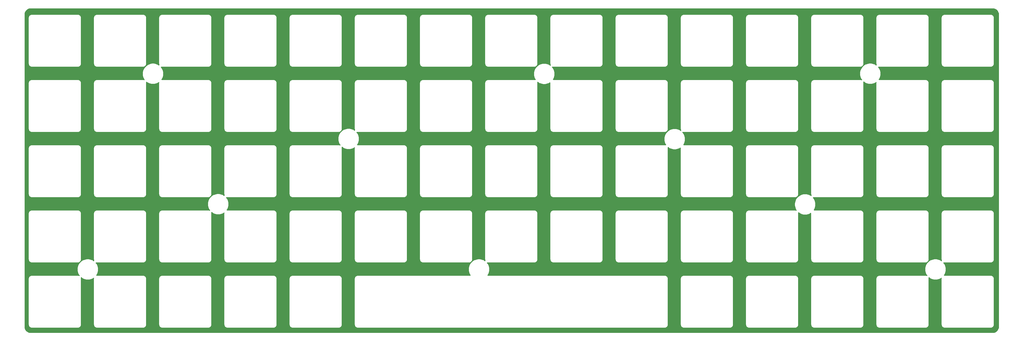
<source format=gbr>
G04 #@! TF.GenerationSoftware,KiCad,Pcbnew,(5.1.6)-1*
G04 #@! TF.CreationDate,2020-11-14T19:47:20+01:00*
G04 #@! TF.ProjectId,punk75_plate_eotw,70756e6b-3735-45f7-906c-6174655f656f,rev?*
G04 #@! TF.SameCoordinates,Original*
G04 #@! TF.FileFunction,Copper,L2,Bot*
G04 #@! TF.FilePolarity,Positive*
%FSLAX46Y46*%
G04 Gerber Fmt 4.6, Leading zero omitted, Abs format (unit mm)*
G04 Created by KiCad (PCBNEW (5.1.6)-1) date 2020-11-14 19:47:20*
%MOMM*%
%LPD*%
G01*
G04 APERTURE LIST*
G04 #@! TA.AperFunction,NonConductor*
%ADD10C,0.254000*%
G04 #@! TD*
G04 APERTURE END LIST*
D10*
G36*
X363082460Y-134994636D02*
G01*
X363403460Y-135091551D01*
X363699525Y-135248971D01*
X363959373Y-135460899D01*
X364173108Y-135719260D01*
X364332588Y-136014214D01*
X364431744Y-136334532D01*
X364469999Y-136698505D01*
X364465003Y-227773945D01*
X364429114Y-228139960D01*
X364332198Y-228460962D01*
X364174779Y-228757025D01*
X363962851Y-229016873D01*
X363704492Y-229230606D01*
X363409536Y-229390088D01*
X363089219Y-229489243D01*
X362725229Y-229527500D01*
X81788529Y-229527500D01*
X81422540Y-229491614D01*
X81101538Y-229394698D01*
X80805475Y-229237279D01*
X80545627Y-229025351D01*
X80331894Y-228766992D01*
X80172412Y-228472036D01*
X80073257Y-228151719D01*
X80035000Y-227787730D01*
X80035022Y-227251941D01*
X81039163Y-227251941D01*
X81042207Y-227282846D01*
X81042195Y-227284545D01*
X81043196Y-227294758D01*
X81046122Y-227322597D01*
X81049798Y-227359921D01*
X81052710Y-227369519D01*
X81062720Y-227418287D01*
X81075195Y-227483683D01*
X81078161Y-227493507D01*
X81095475Y-227549440D01*
X81121312Y-227610903D01*
X81146247Y-227672619D01*
X81151059Y-227681670D01*
X81151063Y-227681678D01*
X81151068Y-227681685D01*
X81178913Y-227733183D01*
X81216168Y-227788415D01*
X81252641Y-227844151D01*
X81259126Y-227852104D01*
X81296447Y-227897216D01*
X81343741Y-227944180D01*
X81390327Y-227991752D01*
X81398234Y-227998294D01*
X81443607Y-228035299D01*
X81499104Y-228072171D01*
X81554050Y-228109794D01*
X81563077Y-228114676D01*
X81614773Y-228142164D01*
X81676388Y-228167560D01*
X81737598Y-228193795D01*
X81747401Y-228196830D01*
X81803452Y-228213753D01*
X81868832Y-228226699D01*
X81924736Y-228238581D01*
X81930078Y-228240202D01*
X81940174Y-228241196D01*
X81944175Y-228241617D01*
X82002444Y-228247330D01*
X82002450Y-228247330D01*
X82038058Y-228250837D01*
X95510268Y-228250837D01*
X95541173Y-228247793D01*
X95542871Y-228247805D01*
X95553084Y-228246804D01*
X95580908Y-228243880D01*
X95618248Y-228240202D01*
X95627848Y-228237290D01*
X95676613Y-228227280D01*
X95742009Y-228214805D01*
X95751833Y-228211839D01*
X95807766Y-228194525D01*
X95869229Y-228168688D01*
X95930945Y-228143753D01*
X95939997Y-228138940D01*
X95940004Y-228138937D01*
X95940011Y-228138932D01*
X95991509Y-228111087D01*
X96046741Y-228073832D01*
X96102477Y-228037359D01*
X96110430Y-228030874D01*
X96155542Y-227993553D01*
X96202506Y-227946259D01*
X96250078Y-227899673D01*
X96256620Y-227891766D01*
X96293625Y-227846393D01*
X96330502Y-227790888D01*
X96368120Y-227735950D01*
X96373002Y-227726923D01*
X96400490Y-227675227D01*
X96425886Y-227613612D01*
X96452121Y-227552402D01*
X96455156Y-227542599D01*
X96472079Y-227486548D01*
X96485025Y-227421168D01*
X96496907Y-227365264D01*
X96498528Y-227359922D01*
X96499522Y-227349826D01*
X96499943Y-227345825D01*
X96505656Y-227287556D01*
X96505656Y-227287550D01*
X96509163Y-227251942D01*
X96509163Y-213779732D01*
X96506119Y-213748827D01*
X96506131Y-213747130D01*
X96505130Y-213736916D01*
X96502206Y-213709092D01*
X96498528Y-213671752D01*
X96495616Y-213662152D01*
X96485610Y-213613406D01*
X96473131Y-213547992D01*
X96470165Y-213538167D01*
X96457794Y-213498204D01*
X96942563Y-213822117D01*
X97504916Y-214055051D01*
X98101907Y-214173800D01*
X98710593Y-214173800D01*
X99307584Y-214055051D01*
X99869937Y-213822117D01*
X100101026Y-213667708D01*
X100099799Y-213671752D01*
X100098819Y-213681698D01*
X100098383Y-213685849D01*
X100092670Y-213744119D01*
X100092670Y-213744135D01*
X100089164Y-213779732D01*
X100089163Y-227251941D01*
X100092207Y-227282846D01*
X100092195Y-227284545D01*
X100093196Y-227294758D01*
X100096122Y-227322597D01*
X100099798Y-227359921D01*
X100102710Y-227369519D01*
X100112720Y-227418287D01*
X100125195Y-227483683D01*
X100128161Y-227493507D01*
X100145475Y-227549440D01*
X100171312Y-227610903D01*
X100196247Y-227672619D01*
X100201059Y-227681670D01*
X100201063Y-227681678D01*
X100201068Y-227681685D01*
X100228913Y-227733183D01*
X100266168Y-227788415D01*
X100302641Y-227844151D01*
X100309126Y-227852104D01*
X100346447Y-227897216D01*
X100393741Y-227944180D01*
X100440327Y-227991752D01*
X100448234Y-227998294D01*
X100493607Y-228035299D01*
X100549104Y-228072171D01*
X100604050Y-228109794D01*
X100613077Y-228114676D01*
X100664773Y-228142164D01*
X100726388Y-228167560D01*
X100787598Y-228193795D01*
X100797401Y-228196830D01*
X100853452Y-228213753D01*
X100918832Y-228226699D01*
X100974736Y-228238581D01*
X100980078Y-228240202D01*
X100990174Y-228241196D01*
X100994175Y-228241617D01*
X101052444Y-228247330D01*
X101052450Y-228247330D01*
X101088058Y-228250837D01*
X114560268Y-228250837D01*
X114591173Y-228247793D01*
X114592871Y-228247805D01*
X114603084Y-228246804D01*
X114630908Y-228243880D01*
X114668248Y-228240202D01*
X114677848Y-228237290D01*
X114726613Y-228227280D01*
X114792009Y-228214805D01*
X114801833Y-228211839D01*
X114857766Y-228194525D01*
X114919229Y-228168688D01*
X114980945Y-228143753D01*
X114989997Y-228138940D01*
X114990004Y-228138937D01*
X114990011Y-228138932D01*
X115041509Y-228111087D01*
X115096741Y-228073832D01*
X115152477Y-228037359D01*
X115160430Y-228030874D01*
X115205542Y-227993553D01*
X115252506Y-227946259D01*
X115300078Y-227899673D01*
X115306620Y-227891766D01*
X115343625Y-227846393D01*
X115380502Y-227790888D01*
X115418120Y-227735950D01*
X115423002Y-227726923D01*
X115450490Y-227675227D01*
X115475886Y-227613612D01*
X115502121Y-227552402D01*
X115505156Y-227542599D01*
X115522079Y-227486548D01*
X115535025Y-227421168D01*
X115546907Y-227365264D01*
X115548528Y-227359922D01*
X115549522Y-227349826D01*
X115549943Y-227345825D01*
X115555656Y-227287556D01*
X115555656Y-227287550D01*
X115559163Y-227251942D01*
X115559163Y-227251941D01*
X119139163Y-227251941D01*
X119142207Y-227282846D01*
X119142195Y-227284545D01*
X119143196Y-227294758D01*
X119146122Y-227322597D01*
X119149798Y-227359921D01*
X119152710Y-227369519D01*
X119162720Y-227418287D01*
X119175195Y-227483683D01*
X119178161Y-227493507D01*
X119195475Y-227549440D01*
X119221312Y-227610903D01*
X119246247Y-227672619D01*
X119251059Y-227681670D01*
X119251063Y-227681678D01*
X119251068Y-227681685D01*
X119278913Y-227733183D01*
X119316168Y-227788415D01*
X119352641Y-227844151D01*
X119359126Y-227852104D01*
X119396447Y-227897216D01*
X119443741Y-227944180D01*
X119490327Y-227991752D01*
X119498234Y-227998294D01*
X119543607Y-228035299D01*
X119599104Y-228072171D01*
X119654050Y-228109794D01*
X119663077Y-228114676D01*
X119714773Y-228142164D01*
X119776388Y-228167560D01*
X119837598Y-228193795D01*
X119847401Y-228196830D01*
X119903452Y-228213753D01*
X119968832Y-228226699D01*
X120024736Y-228238581D01*
X120030078Y-228240202D01*
X120040174Y-228241196D01*
X120044175Y-228241617D01*
X120102444Y-228247330D01*
X120102450Y-228247330D01*
X120138058Y-228250837D01*
X133610268Y-228250837D01*
X133641173Y-228247793D01*
X133642871Y-228247805D01*
X133653084Y-228246804D01*
X133680908Y-228243880D01*
X133718248Y-228240202D01*
X133727848Y-228237290D01*
X133776613Y-228227280D01*
X133842009Y-228214805D01*
X133851833Y-228211839D01*
X133907766Y-228194525D01*
X133969229Y-228168688D01*
X134030945Y-228143753D01*
X134039997Y-228138940D01*
X134040004Y-228138937D01*
X134040011Y-228138932D01*
X134091509Y-228111087D01*
X134146741Y-228073832D01*
X134202477Y-228037359D01*
X134210430Y-228030874D01*
X134255542Y-227993553D01*
X134302506Y-227946259D01*
X134350078Y-227899673D01*
X134356620Y-227891766D01*
X134393625Y-227846393D01*
X134430502Y-227790888D01*
X134468120Y-227735950D01*
X134473002Y-227726923D01*
X134500490Y-227675227D01*
X134525886Y-227613612D01*
X134552121Y-227552402D01*
X134555156Y-227542599D01*
X134572079Y-227486548D01*
X134585025Y-227421168D01*
X134596907Y-227365264D01*
X134598528Y-227359922D01*
X134599522Y-227349826D01*
X134599943Y-227345825D01*
X134605656Y-227287556D01*
X134605656Y-227287550D01*
X134609163Y-227251942D01*
X134609163Y-227251941D01*
X138189163Y-227251941D01*
X138192207Y-227282846D01*
X138192195Y-227284545D01*
X138193196Y-227294758D01*
X138196122Y-227322597D01*
X138199798Y-227359921D01*
X138202710Y-227369519D01*
X138212720Y-227418287D01*
X138225195Y-227483683D01*
X138228161Y-227493507D01*
X138245475Y-227549440D01*
X138271312Y-227610903D01*
X138296247Y-227672619D01*
X138301059Y-227681670D01*
X138301063Y-227681678D01*
X138301068Y-227681685D01*
X138328913Y-227733183D01*
X138366168Y-227788415D01*
X138402641Y-227844151D01*
X138409126Y-227852104D01*
X138446447Y-227897216D01*
X138493741Y-227944180D01*
X138540327Y-227991752D01*
X138548234Y-227998294D01*
X138593607Y-228035299D01*
X138649104Y-228072171D01*
X138704050Y-228109794D01*
X138713077Y-228114676D01*
X138764773Y-228142164D01*
X138826388Y-228167560D01*
X138887598Y-228193795D01*
X138897401Y-228196830D01*
X138953452Y-228213753D01*
X139018832Y-228226699D01*
X139074736Y-228238581D01*
X139080078Y-228240202D01*
X139090174Y-228241196D01*
X139094175Y-228241617D01*
X139152444Y-228247330D01*
X139152450Y-228247330D01*
X139188058Y-228250837D01*
X152660268Y-228250837D01*
X152691173Y-228247793D01*
X152692871Y-228247805D01*
X152703084Y-228246804D01*
X152730908Y-228243880D01*
X152768248Y-228240202D01*
X152777848Y-228237290D01*
X152826613Y-228227280D01*
X152892009Y-228214805D01*
X152901833Y-228211839D01*
X152957766Y-228194525D01*
X153019229Y-228168688D01*
X153080945Y-228143753D01*
X153089997Y-228138940D01*
X153090004Y-228138937D01*
X153090011Y-228138932D01*
X153141509Y-228111087D01*
X153196741Y-228073832D01*
X153252477Y-228037359D01*
X153260430Y-228030874D01*
X153305542Y-227993553D01*
X153352506Y-227946259D01*
X153400078Y-227899673D01*
X153406620Y-227891766D01*
X153443625Y-227846393D01*
X153480502Y-227790888D01*
X153518120Y-227735950D01*
X153523002Y-227726923D01*
X153550490Y-227675227D01*
X153575886Y-227613612D01*
X153602121Y-227552402D01*
X153605156Y-227542599D01*
X153622079Y-227486548D01*
X153635025Y-227421168D01*
X153646907Y-227365264D01*
X153648528Y-227359922D01*
X153649522Y-227349826D01*
X153649943Y-227345825D01*
X153655656Y-227287556D01*
X153655656Y-227287550D01*
X153659163Y-227251942D01*
X153659163Y-227251941D01*
X157239163Y-227251941D01*
X157242207Y-227282846D01*
X157242195Y-227284545D01*
X157243196Y-227294758D01*
X157246122Y-227322597D01*
X157249798Y-227359921D01*
X157252710Y-227369519D01*
X157262720Y-227418287D01*
X157275195Y-227483683D01*
X157278161Y-227493507D01*
X157295475Y-227549440D01*
X157321312Y-227610903D01*
X157346247Y-227672619D01*
X157351059Y-227681670D01*
X157351063Y-227681678D01*
X157351068Y-227681685D01*
X157378913Y-227733183D01*
X157416168Y-227788415D01*
X157452641Y-227844151D01*
X157459126Y-227852104D01*
X157496447Y-227897216D01*
X157543741Y-227944180D01*
X157590327Y-227991752D01*
X157598234Y-227998294D01*
X157643607Y-228035299D01*
X157699104Y-228072171D01*
X157754050Y-228109794D01*
X157763077Y-228114676D01*
X157814773Y-228142164D01*
X157876388Y-228167560D01*
X157937598Y-228193795D01*
X157947401Y-228196830D01*
X158003452Y-228213753D01*
X158068832Y-228226699D01*
X158124736Y-228238581D01*
X158130078Y-228240202D01*
X158140174Y-228241196D01*
X158144175Y-228241617D01*
X158202444Y-228247330D01*
X158202450Y-228247330D01*
X158238058Y-228250837D01*
X171710268Y-228250837D01*
X171741173Y-228247793D01*
X171742871Y-228247805D01*
X171753084Y-228246804D01*
X171780908Y-228243880D01*
X171818248Y-228240202D01*
X171827848Y-228237290D01*
X171876613Y-228227280D01*
X171942009Y-228214805D01*
X171951833Y-228211839D01*
X172007766Y-228194525D01*
X172069229Y-228168688D01*
X172130945Y-228143753D01*
X172139997Y-228138940D01*
X172140004Y-228138937D01*
X172140011Y-228138932D01*
X172191509Y-228111087D01*
X172246741Y-228073832D01*
X172302477Y-228037359D01*
X172310430Y-228030874D01*
X172355542Y-227993553D01*
X172402506Y-227946259D01*
X172450078Y-227899673D01*
X172456620Y-227891766D01*
X172493625Y-227846393D01*
X172530502Y-227790888D01*
X172568120Y-227735950D01*
X172573002Y-227726923D01*
X172600490Y-227675227D01*
X172625886Y-227613612D01*
X172652121Y-227552402D01*
X172655156Y-227542599D01*
X172672079Y-227486548D01*
X172685025Y-227421168D01*
X172696907Y-227365264D01*
X172698528Y-227359922D01*
X172699522Y-227349826D01*
X172699943Y-227345825D01*
X172705656Y-227287556D01*
X172705656Y-227287550D01*
X172709163Y-227251942D01*
X172709163Y-213779733D01*
X176289163Y-213779733D01*
X176289164Y-227251942D01*
X176292207Y-227282838D01*
X176292195Y-227284545D01*
X176293196Y-227294758D01*
X176296136Y-227322733D01*
X176299799Y-227359922D01*
X176302708Y-227369512D01*
X176312720Y-227418287D01*
X176325195Y-227483683D01*
X176328161Y-227493507D01*
X176345475Y-227549440D01*
X176371312Y-227610903D01*
X176396247Y-227672619D01*
X176401059Y-227681670D01*
X176401063Y-227681678D01*
X176401068Y-227681685D01*
X176428913Y-227733183D01*
X176466168Y-227788415D01*
X176502641Y-227844151D01*
X176509126Y-227852104D01*
X176546447Y-227897216D01*
X176593741Y-227944180D01*
X176640327Y-227991752D01*
X176648234Y-227998294D01*
X176693607Y-228035299D01*
X176749104Y-228072171D01*
X176804050Y-228109794D01*
X176813077Y-228114676D01*
X176864773Y-228142164D01*
X176926388Y-228167560D01*
X176987598Y-228193795D01*
X176997401Y-228196830D01*
X177053452Y-228213753D01*
X177118832Y-228226699D01*
X177174736Y-228238581D01*
X177180078Y-228240202D01*
X177190174Y-228241196D01*
X177194175Y-228241617D01*
X177252444Y-228247330D01*
X177252450Y-228247330D01*
X177288058Y-228250837D01*
X266960268Y-228250837D01*
X266991173Y-228247793D01*
X266992871Y-228247805D01*
X267003084Y-228246804D01*
X267030908Y-228243880D01*
X267068248Y-228240202D01*
X267077848Y-228237290D01*
X267126613Y-228227280D01*
X267192009Y-228214805D01*
X267201833Y-228211839D01*
X267257766Y-228194525D01*
X267319229Y-228168688D01*
X267380945Y-228143753D01*
X267389997Y-228138940D01*
X267390004Y-228138937D01*
X267390011Y-228138932D01*
X267441509Y-228111087D01*
X267496741Y-228073832D01*
X267552477Y-228037359D01*
X267560430Y-228030874D01*
X267605542Y-227993553D01*
X267652506Y-227946259D01*
X267700078Y-227899673D01*
X267706620Y-227891766D01*
X267743625Y-227846393D01*
X267780502Y-227790888D01*
X267818120Y-227735950D01*
X267823002Y-227726923D01*
X267850490Y-227675227D01*
X267875886Y-227613612D01*
X267902121Y-227552402D01*
X267905156Y-227542599D01*
X267922079Y-227486548D01*
X267935025Y-227421168D01*
X267946907Y-227365264D01*
X267948528Y-227359922D01*
X267949522Y-227349826D01*
X267949943Y-227345825D01*
X267955656Y-227287556D01*
X267955656Y-227287550D01*
X267959163Y-227251942D01*
X267959163Y-227251941D01*
X271539163Y-227251941D01*
X271542207Y-227282846D01*
X271542195Y-227284545D01*
X271543196Y-227294758D01*
X271546122Y-227322597D01*
X271549798Y-227359921D01*
X271552710Y-227369519D01*
X271562720Y-227418287D01*
X271575195Y-227483683D01*
X271578161Y-227493507D01*
X271595475Y-227549440D01*
X271621312Y-227610903D01*
X271646247Y-227672619D01*
X271651059Y-227681670D01*
X271651063Y-227681678D01*
X271651068Y-227681685D01*
X271678913Y-227733183D01*
X271716168Y-227788415D01*
X271752641Y-227844151D01*
X271759126Y-227852104D01*
X271796447Y-227897216D01*
X271843741Y-227944180D01*
X271890327Y-227991752D01*
X271898234Y-227998294D01*
X271943607Y-228035299D01*
X271999104Y-228072171D01*
X272054050Y-228109794D01*
X272063077Y-228114676D01*
X272114773Y-228142164D01*
X272176388Y-228167560D01*
X272237598Y-228193795D01*
X272247401Y-228196830D01*
X272303452Y-228213753D01*
X272368832Y-228226699D01*
X272424736Y-228238581D01*
X272430078Y-228240202D01*
X272440174Y-228241196D01*
X272444175Y-228241617D01*
X272502444Y-228247330D01*
X272502450Y-228247330D01*
X272538058Y-228250837D01*
X286010268Y-228250837D01*
X286041173Y-228247793D01*
X286042871Y-228247805D01*
X286053084Y-228246804D01*
X286080908Y-228243880D01*
X286118248Y-228240202D01*
X286127848Y-228237290D01*
X286176613Y-228227280D01*
X286242009Y-228214805D01*
X286251833Y-228211839D01*
X286307766Y-228194525D01*
X286369229Y-228168688D01*
X286430945Y-228143753D01*
X286439997Y-228138940D01*
X286440004Y-228138937D01*
X286440011Y-228138932D01*
X286491509Y-228111087D01*
X286546741Y-228073832D01*
X286602477Y-228037359D01*
X286610430Y-228030874D01*
X286655542Y-227993553D01*
X286702506Y-227946259D01*
X286750078Y-227899673D01*
X286756620Y-227891766D01*
X286793625Y-227846393D01*
X286830502Y-227790888D01*
X286868120Y-227735950D01*
X286873002Y-227726923D01*
X286900490Y-227675227D01*
X286925886Y-227613612D01*
X286952121Y-227552402D01*
X286955156Y-227542599D01*
X286972079Y-227486548D01*
X286985025Y-227421168D01*
X286996907Y-227365264D01*
X286998528Y-227359922D01*
X286999522Y-227349826D01*
X286999943Y-227345825D01*
X287005656Y-227287556D01*
X287005656Y-227287550D01*
X287009163Y-227251942D01*
X287009163Y-227251941D01*
X290589163Y-227251941D01*
X290592207Y-227282846D01*
X290592195Y-227284545D01*
X290593196Y-227294758D01*
X290596122Y-227322597D01*
X290599798Y-227359921D01*
X290602710Y-227369519D01*
X290612720Y-227418287D01*
X290625195Y-227483683D01*
X290628161Y-227493507D01*
X290645475Y-227549440D01*
X290671312Y-227610903D01*
X290696247Y-227672619D01*
X290701059Y-227681670D01*
X290701063Y-227681678D01*
X290701068Y-227681685D01*
X290728913Y-227733183D01*
X290766168Y-227788415D01*
X290802641Y-227844151D01*
X290809126Y-227852104D01*
X290846447Y-227897216D01*
X290893741Y-227944180D01*
X290940327Y-227991752D01*
X290948234Y-227998294D01*
X290993607Y-228035299D01*
X291049104Y-228072171D01*
X291104050Y-228109794D01*
X291113077Y-228114676D01*
X291164773Y-228142164D01*
X291226388Y-228167560D01*
X291287598Y-228193795D01*
X291297401Y-228196830D01*
X291353452Y-228213753D01*
X291418832Y-228226699D01*
X291474736Y-228238581D01*
X291480078Y-228240202D01*
X291490174Y-228241196D01*
X291494175Y-228241617D01*
X291552444Y-228247330D01*
X291552450Y-228247330D01*
X291588058Y-228250837D01*
X305060268Y-228250837D01*
X305091173Y-228247793D01*
X305092871Y-228247805D01*
X305103084Y-228246804D01*
X305130908Y-228243880D01*
X305168248Y-228240202D01*
X305177848Y-228237290D01*
X305226613Y-228227280D01*
X305292009Y-228214805D01*
X305301833Y-228211839D01*
X305357766Y-228194525D01*
X305419229Y-228168688D01*
X305480945Y-228143753D01*
X305489997Y-228138940D01*
X305490004Y-228138937D01*
X305490011Y-228138932D01*
X305541509Y-228111087D01*
X305596741Y-228073832D01*
X305652477Y-228037359D01*
X305660430Y-228030874D01*
X305705542Y-227993553D01*
X305752506Y-227946259D01*
X305800078Y-227899673D01*
X305806620Y-227891766D01*
X305843625Y-227846393D01*
X305880502Y-227790888D01*
X305918120Y-227735950D01*
X305923002Y-227726923D01*
X305950490Y-227675227D01*
X305975886Y-227613612D01*
X306002121Y-227552402D01*
X306005156Y-227542599D01*
X306022079Y-227486548D01*
X306035025Y-227421168D01*
X306046907Y-227365264D01*
X306048528Y-227359922D01*
X306049522Y-227349826D01*
X306049943Y-227345825D01*
X306055656Y-227287556D01*
X306055656Y-227287550D01*
X306059163Y-227251942D01*
X306059163Y-227251941D01*
X309639163Y-227251941D01*
X309642207Y-227282846D01*
X309642195Y-227284545D01*
X309643196Y-227294758D01*
X309646122Y-227322597D01*
X309649798Y-227359921D01*
X309652710Y-227369519D01*
X309662720Y-227418287D01*
X309675195Y-227483683D01*
X309678161Y-227493507D01*
X309695475Y-227549440D01*
X309721312Y-227610903D01*
X309746247Y-227672619D01*
X309751059Y-227681670D01*
X309751063Y-227681678D01*
X309751068Y-227681685D01*
X309778913Y-227733183D01*
X309816168Y-227788415D01*
X309852641Y-227844151D01*
X309859126Y-227852104D01*
X309896447Y-227897216D01*
X309943741Y-227944180D01*
X309990327Y-227991752D01*
X309998234Y-227998294D01*
X310043607Y-228035299D01*
X310099104Y-228072171D01*
X310154050Y-228109794D01*
X310163077Y-228114676D01*
X310214773Y-228142164D01*
X310276388Y-228167560D01*
X310337598Y-228193795D01*
X310347401Y-228196830D01*
X310403452Y-228213753D01*
X310468832Y-228226699D01*
X310524736Y-228238581D01*
X310530078Y-228240202D01*
X310540174Y-228241196D01*
X310544175Y-228241617D01*
X310602444Y-228247330D01*
X310602450Y-228247330D01*
X310638058Y-228250837D01*
X324110268Y-228250837D01*
X324141173Y-228247793D01*
X324142871Y-228247805D01*
X324153084Y-228246804D01*
X324180908Y-228243880D01*
X324218248Y-228240202D01*
X324227848Y-228237290D01*
X324276613Y-228227280D01*
X324342009Y-228214805D01*
X324351833Y-228211839D01*
X324407766Y-228194525D01*
X324469229Y-228168688D01*
X324530945Y-228143753D01*
X324539997Y-228138940D01*
X324540004Y-228138937D01*
X324540011Y-228138932D01*
X324591509Y-228111087D01*
X324646741Y-228073832D01*
X324702477Y-228037359D01*
X324710430Y-228030874D01*
X324755542Y-227993553D01*
X324802506Y-227946259D01*
X324850078Y-227899673D01*
X324856620Y-227891766D01*
X324893625Y-227846393D01*
X324930502Y-227790888D01*
X324968120Y-227735950D01*
X324973002Y-227726923D01*
X325000490Y-227675227D01*
X325025886Y-227613612D01*
X325052121Y-227552402D01*
X325055156Y-227542599D01*
X325072079Y-227486548D01*
X325085025Y-227421168D01*
X325096907Y-227365264D01*
X325098528Y-227359922D01*
X325099522Y-227349826D01*
X325099943Y-227345825D01*
X325105656Y-227287556D01*
X325105656Y-227287550D01*
X325109163Y-227251942D01*
X325109163Y-227251941D01*
X328689163Y-227251941D01*
X328692207Y-227282846D01*
X328692195Y-227284545D01*
X328693196Y-227294758D01*
X328696122Y-227322597D01*
X328699798Y-227359921D01*
X328702710Y-227369519D01*
X328712720Y-227418287D01*
X328725195Y-227483683D01*
X328728161Y-227493507D01*
X328745475Y-227549440D01*
X328771312Y-227610903D01*
X328796247Y-227672619D01*
X328801059Y-227681670D01*
X328801063Y-227681678D01*
X328801068Y-227681685D01*
X328828913Y-227733183D01*
X328866168Y-227788415D01*
X328902641Y-227844151D01*
X328909126Y-227852104D01*
X328946447Y-227897216D01*
X328993741Y-227944180D01*
X329040327Y-227991752D01*
X329048234Y-227998294D01*
X329093607Y-228035299D01*
X329149104Y-228072171D01*
X329204050Y-228109794D01*
X329213077Y-228114676D01*
X329264773Y-228142164D01*
X329326388Y-228167560D01*
X329387598Y-228193795D01*
X329397401Y-228196830D01*
X329453452Y-228213753D01*
X329518832Y-228226699D01*
X329574736Y-228238581D01*
X329580078Y-228240202D01*
X329590174Y-228241196D01*
X329594175Y-228241617D01*
X329652444Y-228247330D01*
X329652450Y-228247330D01*
X329688058Y-228250837D01*
X343160268Y-228250837D01*
X343191173Y-228247793D01*
X343192871Y-228247805D01*
X343203084Y-228246804D01*
X343230908Y-228243880D01*
X343268248Y-228240202D01*
X343277848Y-228237290D01*
X343326613Y-228227280D01*
X343392009Y-228214805D01*
X343401833Y-228211839D01*
X343457766Y-228194525D01*
X343519229Y-228168688D01*
X343580945Y-228143753D01*
X343589997Y-228138940D01*
X343590004Y-228138937D01*
X343590011Y-228138932D01*
X343641509Y-228111087D01*
X343696741Y-228073832D01*
X343752477Y-228037359D01*
X343760430Y-228030874D01*
X343805542Y-227993553D01*
X343852506Y-227946259D01*
X343900078Y-227899673D01*
X343906620Y-227891766D01*
X343943625Y-227846393D01*
X343980502Y-227790888D01*
X344018120Y-227735950D01*
X344023002Y-227726923D01*
X344050490Y-227675227D01*
X344075886Y-227613612D01*
X344102121Y-227552402D01*
X344105156Y-227542599D01*
X344122079Y-227486548D01*
X344135025Y-227421168D01*
X344146907Y-227365264D01*
X344148528Y-227359922D01*
X344149522Y-227349826D01*
X344149943Y-227345825D01*
X344155656Y-227287556D01*
X344155656Y-227287550D01*
X344159163Y-227251942D01*
X344159163Y-213779732D01*
X344156119Y-213748827D01*
X344156131Y-213747130D01*
X344155130Y-213736916D01*
X344152206Y-213709092D01*
X344148528Y-213671752D01*
X344145616Y-213662152D01*
X344135610Y-213613406D01*
X344123131Y-213547992D01*
X344120165Y-213538167D01*
X344107794Y-213498204D01*
X344592563Y-213822117D01*
X345154916Y-214055051D01*
X345751907Y-214173800D01*
X346360593Y-214173800D01*
X346957584Y-214055051D01*
X347519937Y-213822117D01*
X347751026Y-213667708D01*
X347749799Y-213671752D01*
X347748819Y-213681698D01*
X347748383Y-213685849D01*
X347742670Y-213744119D01*
X347742670Y-213744135D01*
X347739164Y-213779732D01*
X347739163Y-227251941D01*
X347742207Y-227282846D01*
X347742195Y-227284545D01*
X347743196Y-227294758D01*
X347746122Y-227322597D01*
X347749798Y-227359921D01*
X347752710Y-227369519D01*
X347762720Y-227418287D01*
X347775195Y-227483683D01*
X347778161Y-227493507D01*
X347795475Y-227549440D01*
X347821312Y-227610903D01*
X347846247Y-227672619D01*
X347851059Y-227681670D01*
X347851063Y-227681678D01*
X347851068Y-227681685D01*
X347878913Y-227733183D01*
X347916168Y-227788415D01*
X347952641Y-227844151D01*
X347959126Y-227852104D01*
X347996447Y-227897216D01*
X348043741Y-227944180D01*
X348090327Y-227991752D01*
X348098234Y-227998294D01*
X348143607Y-228035299D01*
X348199104Y-228072171D01*
X348254050Y-228109794D01*
X348263077Y-228114676D01*
X348314773Y-228142164D01*
X348376388Y-228167560D01*
X348437598Y-228193795D01*
X348447401Y-228196830D01*
X348503452Y-228213753D01*
X348568832Y-228226699D01*
X348624736Y-228238581D01*
X348630078Y-228240202D01*
X348640174Y-228241196D01*
X348644175Y-228241617D01*
X348702444Y-228247330D01*
X348702450Y-228247330D01*
X348738058Y-228250837D01*
X362210268Y-228250837D01*
X362241173Y-228247793D01*
X362242871Y-228247805D01*
X362253084Y-228246804D01*
X362280908Y-228243880D01*
X362318248Y-228240202D01*
X362327848Y-228237290D01*
X362376613Y-228227280D01*
X362442009Y-228214805D01*
X362451833Y-228211839D01*
X362507766Y-228194525D01*
X362569229Y-228168688D01*
X362630945Y-228143753D01*
X362639997Y-228138940D01*
X362640004Y-228138937D01*
X362640011Y-228138932D01*
X362691509Y-228111087D01*
X362746741Y-228073832D01*
X362802477Y-228037359D01*
X362810430Y-228030874D01*
X362855542Y-227993553D01*
X362902506Y-227946259D01*
X362950078Y-227899673D01*
X362956620Y-227891766D01*
X362993625Y-227846393D01*
X363030502Y-227790888D01*
X363068120Y-227735950D01*
X363073002Y-227726923D01*
X363100490Y-227675227D01*
X363125886Y-227613612D01*
X363152121Y-227552402D01*
X363155156Y-227542599D01*
X363172079Y-227486548D01*
X363185025Y-227421168D01*
X363196907Y-227365264D01*
X363198528Y-227359922D01*
X363199522Y-227349826D01*
X363199943Y-227345825D01*
X363205656Y-227287556D01*
X363205656Y-227287550D01*
X363209163Y-227251942D01*
X363209163Y-213779732D01*
X363206119Y-213748827D01*
X363206131Y-213747130D01*
X363205130Y-213736916D01*
X363202206Y-213709092D01*
X363198528Y-213671752D01*
X363195616Y-213662152D01*
X363185610Y-213613406D01*
X363173131Y-213547992D01*
X363170165Y-213538167D01*
X363152851Y-213482235D01*
X363127025Y-213420797D01*
X363102079Y-213359055D01*
X363097262Y-213349994D01*
X363069413Y-213298491D01*
X363032158Y-213243259D01*
X362995685Y-213187523D01*
X362989199Y-213179570D01*
X362951879Y-213134457D01*
X362904550Y-213087457D01*
X362857999Y-213039922D01*
X362850097Y-213033384D01*
X362850093Y-213033380D01*
X362850088Y-213033376D01*
X362804719Y-212996375D01*
X362749214Y-212959498D01*
X362694276Y-212921880D01*
X362685249Y-212916999D01*
X362685239Y-212916993D01*
X362685233Y-212916991D01*
X362633553Y-212889510D01*
X362571927Y-212864109D01*
X362510728Y-212837879D01*
X362500925Y-212834844D01*
X362444874Y-212817921D01*
X362379488Y-212804974D01*
X362323590Y-212793093D01*
X362318248Y-212791472D01*
X362308152Y-212790478D01*
X362304151Y-212790057D01*
X362245881Y-212784344D01*
X362245876Y-212784344D01*
X362210268Y-212780837D01*
X348738058Y-212780837D01*
X348707153Y-212783881D01*
X348705456Y-212783869D01*
X348695242Y-212784870D01*
X348667418Y-212787794D01*
X348631661Y-212791316D01*
X348794616Y-212547438D01*
X349027550Y-211985085D01*
X349146299Y-211388094D01*
X349146299Y-210779408D01*
X349027550Y-210182417D01*
X348794616Y-209620064D01*
X348486247Y-209158558D01*
X348503452Y-209163753D01*
X348568832Y-209176699D01*
X348624736Y-209188581D01*
X348630078Y-209190202D01*
X348640174Y-209191196D01*
X348644175Y-209191617D01*
X348702444Y-209197330D01*
X348702450Y-209197330D01*
X348738058Y-209200837D01*
X362210268Y-209200837D01*
X362241173Y-209197793D01*
X362242871Y-209197805D01*
X362253084Y-209196804D01*
X362280908Y-209193880D01*
X362318248Y-209190202D01*
X362327848Y-209187290D01*
X362376613Y-209177280D01*
X362442009Y-209164805D01*
X362451833Y-209161839D01*
X362507766Y-209144525D01*
X362569229Y-209118688D01*
X362630945Y-209093753D01*
X362639997Y-209088940D01*
X362640004Y-209088937D01*
X362640011Y-209088932D01*
X362691509Y-209061087D01*
X362746741Y-209023832D01*
X362802477Y-208987359D01*
X362810430Y-208980874D01*
X362855542Y-208943553D01*
X362902506Y-208896259D01*
X362950078Y-208849673D01*
X362956620Y-208841766D01*
X362993625Y-208796393D01*
X363030502Y-208740888D01*
X363068120Y-208685950D01*
X363073002Y-208676923D01*
X363100490Y-208625227D01*
X363125886Y-208563612D01*
X363152121Y-208502402D01*
X363155156Y-208492599D01*
X363172079Y-208436548D01*
X363185025Y-208371168D01*
X363196907Y-208315264D01*
X363198528Y-208309922D01*
X363199522Y-208299826D01*
X363199943Y-208295825D01*
X363205656Y-208237556D01*
X363205656Y-208237550D01*
X363209163Y-208201942D01*
X363209163Y-194729732D01*
X363206119Y-194698827D01*
X363206131Y-194697130D01*
X363205130Y-194686916D01*
X363202206Y-194659092D01*
X363198528Y-194621752D01*
X363195616Y-194612152D01*
X363185610Y-194563406D01*
X363173131Y-194497992D01*
X363170165Y-194488167D01*
X363152851Y-194432235D01*
X363127025Y-194370797D01*
X363102079Y-194309055D01*
X363097262Y-194299994D01*
X363069413Y-194248491D01*
X363032158Y-194193259D01*
X362995685Y-194137523D01*
X362989199Y-194129570D01*
X362951879Y-194084457D01*
X362904550Y-194037457D01*
X362857999Y-193989922D01*
X362850097Y-193983384D01*
X362850093Y-193983380D01*
X362850088Y-193983376D01*
X362804719Y-193946375D01*
X362749214Y-193909498D01*
X362694276Y-193871880D01*
X362685249Y-193866999D01*
X362685239Y-193866993D01*
X362685233Y-193866991D01*
X362633553Y-193839510D01*
X362571927Y-193814109D01*
X362510728Y-193787879D01*
X362500925Y-193784844D01*
X362444874Y-193767921D01*
X362379488Y-193754974D01*
X362323590Y-193743093D01*
X362318248Y-193741472D01*
X362308152Y-193740478D01*
X362304151Y-193740057D01*
X362245881Y-193734344D01*
X362245876Y-193734344D01*
X362210268Y-193730837D01*
X348738058Y-193730837D01*
X348707153Y-193733881D01*
X348705456Y-193733869D01*
X348695242Y-193734870D01*
X348667418Y-193737794D01*
X348630078Y-193741472D01*
X348620478Y-193744384D01*
X348571732Y-193754390D01*
X348506318Y-193766869D01*
X348496493Y-193769835D01*
X348440561Y-193787149D01*
X348379123Y-193812975D01*
X348317381Y-193837921D01*
X348308320Y-193842738D01*
X348256817Y-193870587D01*
X348201585Y-193907842D01*
X348145849Y-193944315D01*
X348137896Y-193950801D01*
X348092783Y-193988121D01*
X348045783Y-194035450D01*
X347998248Y-194082001D01*
X347991711Y-194089902D01*
X347991706Y-194089907D01*
X347991702Y-194089912D01*
X347954701Y-194135281D01*
X347917824Y-194190786D01*
X347880206Y-194245724D01*
X347875325Y-194254751D01*
X347875319Y-194254761D01*
X347875317Y-194254767D01*
X347847836Y-194306447D01*
X347822435Y-194368073D01*
X347796205Y-194429272D01*
X347793170Y-194439075D01*
X347776247Y-194495126D01*
X347763300Y-194560512D01*
X347751416Y-194616421D01*
X347749799Y-194621752D01*
X347748819Y-194631698D01*
X347748383Y-194635849D01*
X347742670Y-194694119D01*
X347742670Y-194694135D01*
X347739164Y-194729732D01*
X347739163Y-208201941D01*
X347742207Y-208232846D01*
X347742195Y-208234545D01*
X347743196Y-208244758D01*
X347746122Y-208272597D01*
X347749798Y-208309921D01*
X347752710Y-208319519D01*
X347762720Y-208368287D01*
X347775195Y-208433683D01*
X347778161Y-208443507D01*
X347795475Y-208499440D01*
X347813043Y-208541233D01*
X347519937Y-208345385D01*
X346957584Y-208112451D01*
X346360593Y-207993702D01*
X345751907Y-207993702D01*
X345154916Y-208112451D01*
X344592563Y-208345385D01*
X344086459Y-208683554D01*
X343656053Y-209113960D01*
X343317884Y-209620064D01*
X343084950Y-210182417D01*
X342966201Y-210779408D01*
X342966201Y-211388094D01*
X343084950Y-211985085D01*
X343317884Y-212547438D01*
X343532347Y-212868404D01*
X343521927Y-212864109D01*
X343460728Y-212837879D01*
X343450925Y-212834844D01*
X343394874Y-212817921D01*
X343329488Y-212804974D01*
X343273590Y-212793093D01*
X343268248Y-212791472D01*
X343258152Y-212790478D01*
X343254151Y-212790057D01*
X343195881Y-212784344D01*
X343195876Y-212784344D01*
X343160268Y-212780837D01*
X329688058Y-212780837D01*
X329657153Y-212783881D01*
X329655456Y-212783869D01*
X329645242Y-212784870D01*
X329617418Y-212787794D01*
X329580078Y-212791472D01*
X329570478Y-212794384D01*
X329521732Y-212804390D01*
X329456318Y-212816869D01*
X329446493Y-212819835D01*
X329390561Y-212837149D01*
X329329123Y-212862975D01*
X329267381Y-212887921D01*
X329258320Y-212892738D01*
X329206817Y-212920587D01*
X329151585Y-212957842D01*
X329095849Y-212994315D01*
X329087896Y-213000801D01*
X329042783Y-213038121D01*
X328995783Y-213085450D01*
X328948248Y-213132001D01*
X328941711Y-213139902D01*
X328941706Y-213139907D01*
X328941702Y-213139912D01*
X328904701Y-213185281D01*
X328867824Y-213240786D01*
X328830206Y-213295724D01*
X328825325Y-213304751D01*
X328825319Y-213304761D01*
X328825317Y-213304767D01*
X328797836Y-213356447D01*
X328772435Y-213418073D01*
X328746205Y-213479272D01*
X328743170Y-213489075D01*
X328726247Y-213545126D01*
X328713300Y-213610512D01*
X328701416Y-213666421D01*
X328699799Y-213671752D01*
X328698819Y-213681698D01*
X328698383Y-213685849D01*
X328692670Y-213744119D01*
X328692670Y-213744135D01*
X328689164Y-213779732D01*
X328689163Y-227251941D01*
X325109163Y-227251941D01*
X325109163Y-213779732D01*
X325106119Y-213748827D01*
X325106131Y-213747130D01*
X325105130Y-213736916D01*
X325102206Y-213709092D01*
X325098528Y-213671752D01*
X325095616Y-213662152D01*
X325085610Y-213613406D01*
X325073131Y-213547992D01*
X325070165Y-213538167D01*
X325052851Y-213482235D01*
X325027025Y-213420797D01*
X325002079Y-213359055D01*
X324997262Y-213349994D01*
X324969413Y-213298491D01*
X324932158Y-213243259D01*
X324895685Y-213187523D01*
X324889199Y-213179570D01*
X324851879Y-213134457D01*
X324804550Y-213087457D01*
X324757999Y-213039922D01*
X324750097Y-213033384D01*
X324750093Y-213033380D01*
X324750088Y-213033376D01*
X324704719Y-212996375D01*
X324649214Y-212959498D01*
X324594276Y-212921880D01*
X324585249Y-212916999D01*
X324585239Y-212916993D01*
X324585233Y-212916991D01*
X324533553Y-212889510D01*
X324471927Y-212864109D01*
X324410728Y-212837879D01*
X324400925Y-212834844D01*
X324344874Y-212817921D01*
X324279488Y-212804974D01*
X324223590Y-212793093D01*
X324218248Y-212791472D01*
X324208152Y-212790478D01*
X324204151Y-212790057D01*
X324145881Y-212784344D01*
X324145876Y-212784344D01*
X324110268Y-212780837D01*
X310638058Y-212780837D01*
X310607153Y-212783881D01*
X310605456Y-212783869D01*
X310595242Y-212784870D01*
X310567418Y-212787794D01*
X310530078Y-212791472D01*
X310520478Y-212794384D01*
X310471732Y-212804390D01*
X310406318Y-212816869D01*
X310396493Y-212819835D01*
X310340561Y-212837149D01*
X310279123Y-212862975D01*
X310217381Y-212887921D01*
X310208320Y-212892738D01*
X310156817Y-212920587D01*
X310101585Y-212957842D01*
X310045849Y-212994315D01*
X310037896Y-213000801D01*
X309992783Y-213038121D01*
X309945783Y-213085450D01*
X309898248Y-213132001D01*
X309891711Y-213139902D01*
X309891706Y-213139907D01*
X309891702Y-213139912D01*
X309854701Y-213185281D01*
X309817824Y-213240786D01*
X309780206Y-213295724D01*
X309775325Y-213304751D01*
X309775319Y-213304761D01*
X309775317Y-213304767D01*
X309747836Y-213356447D01*
X309722435Y-213418073D01*
X309696205Y-213479272D01*
X309693170Y-213489075D01*
X309676247Y-213545126D01*
X309663300Y-213610512D01*
X309651416Y-213666421D01*
X309649799Y-213671752D01*
X309648819Y-213681698D01*
X309648383Y-213685849D01*
X309642670Y-213744119D01*
X309642670Y-213744135D01*
X309639164Y-213779732D01*
X309639163Y-227251941D01*
X306059163Y-227251941D01*
X306059163Y-213779732D01*
X306056119Y-213748827D01*
X306056131Y-213747130D01*
X306055130Y-213736916D01*
X306052206Y-213709092D01*
X306048528Y-213671752D01*
X306045616Y-213662152D01*
X306035610Y-213613406D01*
X306023131Y-213547992D01*
X306020165Y-213538167D01*
X306002851Y-213482235D01*
X305977025Y-213420797D01*
X305952079Y-213359055D01*
X305947262Y-213349994D01*
X305919413Y-213298491D01*
X305882158Y-213243259D01*
X305845685Y-213187523D01*
X305839199Y-213179570D01*
X305801879Y-213134457D01*
X305754550Y-213087457D01*
X305707999Y-213039922D01*
X305700097Y-213033384D01*
X305700093Y-213033380D01*
X305700088Y-213033376D01*
X305654719Y-212996375D01*
X305599214Y-212959498D01*
X305544276Y-212921880D01*
X305535249Y-212916999D01*
X305535239Y-212916993D01*
X305535233Y-212916991D01*
X305483553Y-212889510D01*
X305421927Y-212864109D01*
X305360728Y-212837879D01*
X305350925Y-212834844D01*
X305294874Y-212817921D01*
X305229488Y-212804974D01*
X305173590Y-212793093D01*
X305168248Y-212791472D01*
X305158152Y-212790478D01*
X305154151Y-212790057D01*
X305095881Y-212784344D01*
X305095876Y-212784344D01*
X305060268Y-212780837D01*
X291588058Y-212780837D01*
X291557153Y-212783881D01*
X291555456Y-212783869D01*
X291545242Y-212784870D01*
X291517418Y-212787794D01*
X291480078Y-212791472D01*
X291470478Y-212794384D01*
X291421732Y-212804390D01*
X291356318Y-212816869D01*
X291346493Y-212819835D01*
X291290561Y-212837149D01*
X291229123Y-212862975D01*
X291167381Y-212887921D01*
X291158320Y-212892738D01*
X291106817Y-212920587D01*
X291051585Y-212957842D01*
X290995849Y-212994315D01*
X290987896Y-213000801D01*
X290942783Y-213038121D01*
X290895783Y-213085450D01*
X290848248Y-213132001D01*
X290841711Y-213139902D01*
X290841706Y-213139907D01*
X290841702Y-213139912D01*
X290804701Y-213185281D01*
X290767824Y-213240786D01*
X290730206Y-213295724D01*
X290725325Y-213304751D01*
X290725319Y-213304761D01*
X290725317Y-213304767D01*
X290697836Y-213356447D01*
X290672435Y-213418073D01*
X290646205Y-213479272D01*
X290643170Y-213489075D01*
X290626247Y-213545126D01*
X290613300Y-213610512D01*
X290601416Y-213666421D01*
X290599799Y-213671752D01*
X290598819Y-213681698D01*
X290598383Y-213685849D01*
X290592670Y-213744119D01*
X290592670Y-213744135D01*
X290589164Y-213779732D01*
X290589163Y-227251941D01*
X287009163Y-227251941D01*
X287009163Y-213779732D01*
X287006119Y-213748827D01*
X287006131Y-213747130D01*
X287005130Y-213736916D01*
X287002206Y-213709092D01*
X286998528Y-213671752D01*
X286995616Y-213662152D01*
X286985610Y-213613406D01*
X286973131Y-213547992D01*
X286970165Y-213538167D01*
X286952851Y-213482235D01*
X286927025Y-213420797D01*
X286902079Y-213359055D01*
X286897262Y-213349994D01*
X286869413Y-213298491D01*
X286832158Y-213243259D01*
X286795685Y-213187523D01*
X286789199Y-213179570D01*
X286751879Y-213134457D01*
X286704550Y-213087457D01*
X286657999Y-213039922D01*
X286650097Y-213033384D01*
X286650093Y-213033380D01*
X286650088Y-213033376D01*
X286604719Y-212996375D01*
X286549214Y-212959498D01*
X286494276Y-212921880D01*
X286485249Y-212916999D01*
X286485239Y-212916993D01*
X286485233Y-212916991D01*
X286433553Y-212889510D01*
X286371927Y-212864109D01*
X286310728Y-212837879D01*
X286300925Y-212834844D01*
X286244874Y-212817921D01*
X286179488Y-212804974D01*
X286123590Y-212793093D01*
X286118248Y-212791472D01*
X286108152Y-212790478D01*
X286104151Y-212790057D01*
X286045881Y-212784344D01*
X286045876Y-212784344D01*
X286010268Y-212780837D01*
X272538058Y-212780837D01*
X272507153Y-212783881D01*
X272505456Y-212783869D01*
X272495242Y-212784870D01*
X272467418Y-212787794D01*
X272430078Y-212791472D01*
X272420478Y-212794384D01*
X272371732Y-212804390D01*
X272306318Y-212816869D01*
X272296493Y-212819835D01*
X272240561Y-212837149D01*
X272179123Y-212862975D01*
X272117381Y-212887921D01*
X272108320Y-212892738D01*
X272056817Y-212920587D01*
X272001585Y-212957842D01*
X271945849Y-212994315D01*
X271937896Y-213000801D01*
X271892783Y-213038121D01*
X271845783Y-213085450D01*
X271798248Y-213132001D01*
X271791711Y-213139902D01*
X271791706Y-213139907D01*
X271791702Y-213139912D01*
X271754701Y-213185281D01*
X271717824Y-213240786D01*
X271680206Y-213295724D01*
X271675325Y-213304751D01*
X271675319Y-213304761D01*
X271675317Y-213304767D01*
X271647836Y-213356447D01*
X271622435Y-213418073D01*
X271596205Y-213479272D01*
X271593170Y-213489075D01*
X271576247Y-213545126D01*
X271563300Y-213610512D01*
X271551416Y-213666421D01*
X271549799Y-213671752D01*
X271548819Y-213681698D01*
X271548383Y-213685849D01*
X271542670Y-213744119D01*
X271542670Y-213744135D01*
X271539164Y-213779732D01*
X271539163Y-227251941D01*
X267959163Y-227251941D01*
X267959163Y-213779732D01*
X267956119Y-213748827D01*
X267956131Y-213747130D01*
X267955130Y-213736916D01*
X267952206Y-213709092D01*
X267948528Y-213671752D01*
X267945616Y-213662152D01*
X267935610Y-213613406D01*
X267923131Y-213547992D01*
X267920165Y-213538167D01*
X267902851Y-213482235D01*
X267877025Y-213420797D01*
X267852079Y-213359055D01*
X267847262Y-213349994D01*
X267819413Y-213298491D01*
X267782158Y-213243259D01*
X267745685Y-213187523D01*
X267739199Y-213179570D01*
X267701879Y-213134457D01*
X267654550Y-213087457D01*
X267607999Y-213039922D01*
X267600097Y-213033384D01*
X267600093Y-213033380D01*
X267600088Y-213033376D01*
X267554719Y-212996375D01*
X267499214Y-212959498D01*
X267444276Y-212921880D01*
X267435249Y-212916999D01*
X267435239Y-212916993D01*
X267435233Y-212916991D01*
X267383553Y-212889510D01*
X267321927Y-212864109D01*
X267260728Y-212837879D01*
X267250925Y-212834844D01*
X267194874Y-212817921D01*
X267129488Y-212804974D01*
X267073590Y-212793093D01*
X267068248Y-212791472D01*
X267058152Y-212790478D01*
X267054151Y-212790057D01*
X266995881Y-212784344D01*
X266995876Y-212784344D01*
X266960268Y-212780837D01*
X215288663Y-212780837D01*
X215444616Y-212547438D01*
X215677550Y-211985085D01*
X215796299Y-211388094D01*
X215796299Y-210779408D01*
X215677550Y-210182417D01*
X215444616Y-209620064D01*
X215136247Y-209158558D01*
X215153452Y-209163753D01*
X215218832Y-209176699D01*
X215274736Y-209188581D01*
X215280078Y-209190202D01*
X215290174Y-209191196D01*
X215294175Y-209191617D01*
X215352444Y-209197330D01*
X215352450Y-209197330D01*
X215388058Y-209200837D01*
X228860268Y-209200837D01*
X228891173Y-209197793D01*
X228892871Y-209197805D01*
X228903084Y-209196804D01*
X228930908Y-209193880D01*
X228968248Y-209190202D01*
X228977848Y-209187290D01*
X229026613Y-209177280D01*
X229092009Y-209164805D01*
X229101833Y-209161839D01*
X229157766Y-209144525D01*
X229219229Y-209118688D01*
X229280945Y-209093753D01*
X229289997Y-209088940D01*
X229290004Y-209088937D01*
X229290011Y-209088932D01*
X229341509Y-209061087D01*
X229396741Y-209023832D01*
X229452477Y-208987359D01*
X229460430Y-208980874D01*
X229505542Y-208943553D01*
X229552506Y-208896259D01*
X229600078Y-208849673D01*
X229606620Y-208841766D01*
X229643625Y-208796393D01*
X229680502Y-208740888D01*
X229718120Y-208685950D01*
X229723002Y-208676923D01*
X229750490Y-208625227D01*
X229775886Y-208563612D01*
X229802121Y-208502402D01*
X229805156Y-208492599D01*
X229822079Y-208436548D01*
X229835025Y-208371168D01*
X229846907Y-208315264D01*
X229848528Y-208309922D01*
X229849522Y-208299826D01*
X229849943Y-208295825D01*
X229855656Y-208237556D01*
X229855656Y-208237550D01*
X229859163Y-208201942D01*
X229859163Y-208201941D01*
X233439163Y-208201941D01*
X233442207Y-208232846D01*
X233442195Y-208234545D01*
X233443196Y-208244758D01*
X233446122Y-208272597D01*
X233449798Y-208309921D01*
X233452710Y-208319519D01*
X233462720Y-208368287D01*
X233475195Y-208433683D01*
X233478161Y-208443507D01*
X233495475Y-208499440D01*
X233521312Y-208560903D01*
X233546247Y-208622619D01*
X233551059Y-208631670D01*
X233551063Y-208631678D01*
X233551068Y-208631685D01*
X233578913Y-208683183D01*
X233616168Y-208738415D01*
X233652641Y-208794151D01*
X233659126Y-208802104D01*
X233696447Y-208847216D01*
X233743741Y-208894180D01*
X233790327Y-208941752D01*
X233798234Y-208948294D01*
X233843607Y-208985299D01*
X233899112Y-209022176D01*
X233954050Y-209059794D01*
X233963077Y-209064676D01*
X234014773Y-209092164D01*
X234076388Y-209117560D01*
X234137598Y-209143795D01*
X234147401Y-209146830D01*
X234203452Y-209163753D01*
X234268832Y-209176699D01*
X234324736Y-209188581D01*
X234330078Y-209190202D01*
X234340174Y-209191196D01*
X234344175Y-209191617D01*
X234402444Y-209197330D01*
X234402450Y-209197330D01*
X234438058Y-209200837D01*
X247910268Y-209200837D01*
X247941173Y-209197793D01*
X247942871Y-209197805D01*
X247953084Y-209196804D01*
X247980908Y-209193880D01*
X248018248Y-209190202D01*
X248027848Y-209187290D01*
X248076613Y-209177280D01*
X248142009Y-209164805D01*
X248151833Y-209161839D01*
X248207766Y-209144525D01*
X248269229Y-209118688D01*
X248330945Y-209093753D01*
X248339997Y-209088940D01*
X248340004Y-209088937D01*
X248340011Y-209088932D01*
X248391509Y-209061087D01*
X248446741Y-209023832D01*
X248502477Y-208987359D01*
X248510430Y-208980874D01*
X248555542Y-208943553D01*
X248602506Y-208896259D01*
X248650078Y-208849673D01*
X248656620Y-208841766D01*
X248693625Y-208796393D01*
X248730502Y-208740888D01*
X248768120Y-208685950D01*
X248773002Y-208676923D01*
X248800490Y-208625227D01*
X248825886Y-208563612D01*
X248852121Y-208502402D01*
X248855156Y-208492599D01*
X248872079Y-208436548D01*
X248885025Y-208371168D01*
X248896907Y-208315264D01*
X248898528Y-208309922D01*
X248899522Y-208299826D01*
X248899943Y-208295825D01*
X248905656Y-208237556D01*
X248905656Y-208237550D01*
X248909163Y-208201942D01*
X248909163Y-208201941D01*
X252489163Y-208201941D01*
X252492207Y-208232846D01*
X252492195Y-208234545D01*
X252493196Y-208244758D01*
X252496122Y-208272597D01*
X252499798Y-208309921D01*
X252502710Y-208319519D01*
X252512720Y-208368287D01*
X252525195Y-208433683D01*
X252528161Y-208443507D01*
X252545475Y-208499440D01*
X252571312Y-208560903D01*
X252596247Y-208622619D01*
X252601059Y-208631670D01*
X252601063Y-208631678D01*
X252601068Y-208631685D01*
X252628913Y-208683183D01*
X252666168Y-208738415D01*
X252702641Y-208794151D01*
X252709126Y-208802104D01*
X252746447Y-208847216D01*
X252793741Y-208894180D01*
X252840327Y-208941752D01*
X252848234Y-208948294D01*
X252893607Y-208985299D01*
X252949112Y-209022176D01*
X253004050Y-209059794D01*
X253013077Y-209064676D01*
X253064773Y-209092164D01*
X253126388Y-209117560D01*
X253187598Y-209143795D01*
X253197401Y-209146830D01*
X253253452Y-209163753D01*
X253318832Y-209176699D01*
X253374736Y-209188581D01*
X253380078Y-209190202D01*
X253390174Y-209191196D01*
X253394175Y-209191617D01*
X253452444Y-209197330D01*
X253452450Y-209197330D01*
X253488058Y-209200837D01*
X266960268Y-209200837D01*
X266991173Y-209197793D01*
X266992871Y-209197805D01*
X267003084Y-209196804D01*
X267030908Y-209193880D01*
X267068248Y-209190202D01*
X267077848Y-209187290D01*
X267126613Y-209177280D01*
X267192009Y-209164805D01*
X267201833Y-209161839D01*
X267257766Y-209144525D01*
X267319229Y-209118688D01*
X267380945Y-209093753D01*
X267389997Y-209088940D01*
X267390004Y-209088937D01*
X267390011Y-209088932D01*
X267441509Y-209061087D01*
X267496741Y-209023832D01*
X267552477Y-208987359D01*
X267560430Y-208980874D01*
X267605542Y-208943553D01*
X267652506Y-208896259D01*
X267700078Y-208849673D01*
X267706620Y-208841766D01*
X267743625Y-208796393D01*
X267780502Y-208740888D01*
X267818120Y-208685950D01*
X267823002Y-208676923D01*
X267850490Y-208625227D01*
X267875886Y-208563612D01*
X267902121Y-208502402D01*
X267905156Y-208492599D01*
X267922079Y-208436548D01*
X267935025Y-208371168D01*
X267946907Y-208315264D01*
X267948528Y-208309922D01*
X267949522Y-208299826D01*
X267949943Y-208295825D01*
X267955656Y-208237556D01*
X267955656Y-208237550D01*
X267959163Y-208201942D01*
X267959163Y-208201941D01*
X271539163Y-208201941D01*
X271542207Y-208232846D01*
X271542195Y-208234545D01*
X271543196Y-208244758D01*
X271546122Y-208272597D01*
X271549798Y-208309921D01*
X271552710Y-208319519D01*
X271562720Y-208368287D01*
X271575195Y-208433683D01*
X271578161Y-208443507D01*
X271595475Y-208499440D01*
X271621312Y-208560903D01*
X271646247Y-208622619D01*
X271651059Y-208631670D01*
X271651063Y-208631678D01*
X271651068Y-208631685D01*
X271678913Y-208683183D01*
X271716168Y-208738415D01*
X271752641Y-208794151D01*
X271759126Y-208802104D01*
X271796447Y-208847216D01*
X271843741Y-208894180D01*
X271890327Y-208941752D01*
X271898234Y-208948294D01*
X271943607Y-208985299D01*
X271999112Y-209022176D01*
X272054050Y-209059794D01*
X272063077Y-209064676D01*
X272114773Y-209092164D01*
X272176388Y-209117560D01*
X272237598Y-209143795D01*
X272247401Y-209146830D01*
X272303452Y-209163753D01*
X272368832Y-209176699D01*
X272424736Y-209188581D01*
X272430078Y-209190202D01*
X272440174Y-209191196D01*
X272444175Y-209191617D01*
X272502444Y-209197330D01*
X272502450Y-209197330D01*
X272538058Y-209200837D01*
X286010268Y-209200837D01*
X286041173Y-209197793D01*
X286042871Y-209197805D01*
X286053084Y-209196804D01*
X286080908Y-209193880D01*
X286118248Y-209190202D01*
X286127848Y-209187290D01*
X286176613Y-209177280D01*
X286242009Y-209164805D01*
X286251833Y-209161839D01*
X286307766Y-209144525D01*
X286369229Y-209118688D01*
X286430945Y-209093753D01*
X286439997Y-209088940D01*
X286440004Y-209088937D01*
X286440011Y-209088932D01*
X286491509Y-209061087D01*
X286546741Y-209023832D01*
X286602477Y-208987359D01*
X286610430Y-208980874D01*
X286655542Y-208943553D01*
X286702506Y-208896259D01*
X286750078Y-208849673D01*
X286756620Y-208841766D01*
X286793625Y-208796393D01*
X286830502Y-208740888D01*
X286868120Y-208685950D01*
X286873002Y-208676923D01*
X286900490Y-208625227D01*
X286925886Y-208563612D01*
X286952121Y-208502402D01*
X286955156Y-208492599D01*
X286972079Y-208436548D01*
X286985025Y-208371168D01*
X286996907Y-208315264D01*
X286998528Y-208309922D01*
X286999522Y-208299826D01*
X286999943Y-208295825D01*
X287005656Y-208237556D01*
X287005656Y-208237550D01*
X287009163Y-208201942D01*
X287009163Y-208201941D01*
X290589163Y-208201941D01*
X290592207Y-208232846D01*
X290592195Y-208234545D01*
X290593196Y-208244758D01*
X290596122Y-208272597D01*
X290599798Y-208309921D01*
X290602710Y-208319519D01*
X290612720Y-208368287D01*
X290625195Y-208433683D01*
X290628161Y-208443507D01*
X290645475Y-208499440D01*
X290671312Y-208560903D01*
X290696247Y-208622619D01*
X290701059Y-208631670D01*
X290701063Y-208631678D01*
X290701068Y-208631685D01*
X290728913Y-208683183D01*
X290766168Y-208738415D01*
X290802641Y-208794151D01*
X290809126Y-208802104D01*
X290846447Y-208847216D01*
X290893741Y-208894180D01*
X290940327Y-208941752D01*
X290948234Y-208948294D01*
X290993607Y-208985299D01*
X291049112Y-209022176D01*
X291104050Y-209059794D01*
X291113077Y-209064676D01*
X291164773Y-209092164D01*
X291226388Y-209117560D01*
X291287598Y-209143795D01*
X291297401Y-209146830D01*
X291353452Y-209163753D01*
X291418832Y-209176699D01*
X291474736Y-209188581D01*
X291480078Y-209190202D01*
X291490174Y-209191196D01*
X291494175Y-209191617D01*
X291552444Y-209197330D01*
X291552450Y-209197330D01*
X291588058Y-209200837D01*
X305060268Y-209200837D01*
X305091173Y-209197793D01*
X305092871Y-209197805D01*
X305103084Y-209196804D01*
X305130908Y-209193880D01*
X305168248Y-209190202D01*
X305177848Y-209187290D01*
X305226613Y-209177280D01*
X305292009Y-209164805D01*
X305301833Y-209161839D01*
X305357766Y-209144525D01*
X305419229Y-209118688D01*
X305480945Y-209093753D01*
X305489997Y-209088940D01*
X305490004Y-209088937D01*
X305490011Y-209088932D01*
X305541509Y-209061087D01*
X305596741Y-209023832D01*
X305652477Y-208987359D01*
X305660430Y-208980874D01*
X305705542Y-208943553D01*
X305752506Y-208896259D01*
X305800078Y-208849673D01*
X305806620Y-208841766D01*
X305843625Y-208796393D01*
X305880502Y-208740888D01*
X305918120Y-208685950D01*
X305923002Y-208676923D01*
X305950490Y-208625227D01*
X305975886Y-208563612D01*
X306002121Y-208502402D01*
X306005156Y-208492599D01*
X306022079Y-208436548D01*
X306035025Y-208371168D01*
X306046907Y-208315264D01*
X306048528Y-208309922D01*
X306049522Y-208299826D01*
X306049943Y-208295825D01*
X306055656Y-208237556D01*
X306055656Y-208237550D01*
X306059163Y-208201942D01*
X306059163Y-194729732D01*
X306056119Y-194698827D01*
X306056131Y-194697130D01*
X306055130Y-194686916D01*
X306052206Y-194659092D01*
X306048528Y-194621752D01*
X306045616Y-194612152D01*
X306035610Y-194563406D01*
X306025501Y-194510415D01*
X306516313Y-194838366D01*
X307078666Y-195071300D01*
X307675657Y-195190049D01*
X308284343Y-195190049D01*
X308881334Y-195071300D01*
X309443687Y-194838366D01*
X309641481Y-194706204D01*
X309639164Y-194729732D01*
X309639163Y-208201941D01*
X309642207Y-208232846D01*
X309642195Y-208234545D01*
X309643196Y-208244758D01*
X309646122Y-208272597D01*
X309649798Y-208309921D01*
X309652710Y-208319519D01*
X309662720Y-208368287D01*
X309675195Y-208433683D01*
X309678161Y-208443507D01*
X309695475Y-208499440D01*
X309721312Y-208560903D01*
X309746247Y-208622619D01*
X309751059Y-208631670D01*
X309751063Y-208631678D01*
X309751068Y-208631685D01*
X309778913Y-208683183D01*
X309816168Y-208738415D01*
X309852641Y-208794151D01*
X309859126Y-208802104D01*
X309896447Y-208847216D01*
X309943741Y-208894180D01*
X309990327Y-208941752D01*
X309998234Y-208948294D01*
X310043607Y-208985299D01*
X310099112Y-209022176D01*
X310154050Y-209059794D01*
X310163077Y-209064676D01*
X310214773Y-209092164D01*
X310276388Y-209117560D01*
X310337598Y-209143795D01*
X310347401Y-209146830D01*
X310403452Y-209163753D01*
X310468832Y-209176699D01*
X310524736Y-209188581D01*
X310530078Y-209190202D01*
X310540174Y-209191196D01*
X310544175Y-209191617D01*
X310602444Y-209197330D01*
X310602450Y-209197330D01*
X310638058Y-209200837D01*
X324110268Y-209200837D01*
X324141173Y-209197793D01*
X324142871Y-209197805D01*
X324153084Y-209196804D01*
X324180908Y-209193880D01*
X324218248Y-209190202D01*
X324227848Y-209187290D01*
X324276613Y-209177280D01*
X324342009Y-209164805D01*
X324351833Y-209161839D01*
X324407766Y-209144525D01*
X324469229Y-209118688D01*
X324530945Y-209093753D01*
X324539997Y-209088940D01*
X324540004Y-209088937D01*
X324540011Y-209088932D01*
X324591509Y-209061087D01*
X324646741Y-209023832D01*
X324702477Y-208987359D01*
X324710430Y-208980874D01*
X324755542Y-208943553D01*
X324802506Y-208896259D01*
X324850078Y-208849673D01*
X324856620Y-208841766D01*
X324893625Y-208796393D01*
X324930502Y-208740888D01*
X324968120Y-208685950D01*
X324973002Y-208676923D01*
X325000490Y-208625227D01*
X325025886Y-208563612D01*
X325052121Y-208502402D01*
X325055156Y-208492599D01*
X325072079Y-208436548D01*
X325085025Y-208371168D01*
X325096907Y-208315264D01*
X325098528Y-208309922D01*
X325099522Y-208299826D01*
X325099943Y-208295825D01*
X325105656Y-208237556D01*
X325105656Y-208237550D01*
X325109163Y-208201942D01*
X325109163Y-208201941D01*
X328689163Y-208201941D01*
X328692207Y-208232846D01*
X328692195Y-208234545D01*
X328693196Y-208244758D01*
X328696122Y-208272597D01*
X328699798Y-208309921D01*
X328702710Y-208319519D01*
X328712720Y-208368287D01*
X328725195Y-208433683D01*
X328728161Y-208443507D01*
X328745475Y-208499440D01*
X328771312Y-208560903D01*
X328796247Y-208622619D01*
X328801059Y-208631670D01*
X328801063Y-208631678D01*
X328801068Y-208631685D01*
X328828913Y-208683183D01*
X328866168Y-208738415D01*
X328902641Y-208794151D01*
X328909126Y-208802104D01*
X328946447Y-208847216D01*
X328993741Y-208894180D01*
X329040327Y-208941752D01*
X329048234Y-208948294D01*
X329093607Y-208985299D01*
X329149112Y-209022176D01*
X329204050Y-209059794D01*
X329213077Y-209064676D01*
X329264773Y-209092164D01*
X329326388Y-209117560D01*
X329387598Y-209143795D01*
X329397401Y-209146830D01*
X329453452Y-209163753D01*
X329518832Y-209176699D01*
X329574736Y-209188581D01*
X329580078Y-209190202D01*
X329590174Y-209191196D01*
X329594175Y-209191617D01*
X329652444Y-209197330D01*
X329652450Y-209197330D01*
X329688058Y-209200837D01*
X343160268Y-209200837D01*
X343191173Y-209197793D01*
X343192871Y-209197805D01*
X343203084Y-209196804D01*
X343230908Y-209193880D01*
X343268248Y-209190202D01*
X343277848Y-209187290D01*
X343326613Y-209177280D01*
X343392009Y-209164805D01*
X343401833Y-209161839D01*
X343457766Y-209144525D01*
X343519229Y-209118688D01*
X343580945Y-209093753D01*
X343589997Y-209088940D01*
X343590004Y-209088937D01*
X343590011Y-209088932D01*
X343641509Y-209061087D01*
X343696741Y-209023832D01*
X343752477Y-208987359D01*
X343760430Y-208980874D01*
X343805542Y-208943553D01*
X343852506Y-208896259D01*
X343900078Y-208849673D01*
X343906620Y-208841766D01*
X343943625Y-208796393D01*
X343980502Y-208740888D01*
X344018120Y-208685950D01*
X344023002Y-208676923D01*
X344050490Y-208625227D01*
X344075886Y-208563612D01*
X344102121Y-208502402D01*
X344105156Y-208492599D01*
X344122079Y-208436548D01*
X344135025Y-208371168D01*
X344146907Y-208315264D01*
X344148528Y-208309922D01*
X344149522Y-208299826D01*
X344149943Y-208295825D01*
X344155656Y-208237556D01*
X344155656Y-208237550D01*
X344159163Y-208201942D01*
X344159163Y-194729732D01*
X344156119Y-194698827D01*
X344156131Y-194697130D01*
X344155130Y-194686916D01*
X344152206Y-194659092D01*
X344148528Y-194621752D01*
X344145616Y-194612152D01*
X344135610Y-194563406D01*
X344123131Y-194497992D01*
X344120165Y-194488167D01*
X344102851Y-194432235D01*
X344077025Y-194370797D01*
X344052079Y-194309055D01*
X344047262Y-194299994D01*
X344019413Y-194248491D01*
X343982158Y-194193259D01*
X343945685Y-194137523D01*
X343939199Y-194129570D01*
X343901879Y-194084457D01*
X343854550Y-194037457D01*
X343807999Y-193989922D01*
X343800097Y-193983384D01*
X343800093Y-193983380D01*
X343800088Y-193983376D01*
X343754719Y-193946375D01*
X343699214Y-193909498D01*
X343644276Y-193871880D01*
X343635249Y-193866999D01*
X343635239Y-193866993D01*
X343635233Y-193866991D01*
X343583553Y-193839510D01*
X343521927Y-193814109D01*
X343460728Y-193787879D01*
X343450925Y-193784844D01*
X343394874Y-193767921D01*
X343329488Y-193754974D01*
X343273590Y-193743093D01*
X343268248Y-193741472D01*
X343258152Y-193740478D01*
X343254151Y-193740057D01*
X343195881Y-193734344D01*
X343195876Y-193734344D01*
X343160268Y-193730837D01*
X329688058Y-193730837D01*
X329657153Y-193733881D01*
X329655456Y-193733869D01*
X329645242Y-193734870D01*
X329617418Y-193737794D01*
X329580078Y-193741472D01*
X329570478Y-193744384D01*
X329521732Y-193754390D01*
X329456318Y-193766869D01*
X329446493Y-193769835D01*
X329390561Y-193787149D01*
X329329123Y-193812975D01*
X329267381Y-193837921D01*
X329258320Y-193842738D01*
X329206817Y-193870587D01*
X329151585Y-193907842D01*
X329095849Y-193944315D01*
X329087896Y-193950801D01*
X329042783Y-193988121D01*
X328995783Y-194035450D01*
X328948248Y-194082001D01*
X328941711Y-194089902D01*
X328941706Y-194089907D01*
X328941702Y-194089912D01*
X328904701Y-194135281D01*
X328867824Y-194190786D01*
X328830206Y-194245724D01*
X328825325Y-194254751D01*
X328825319Y-194254761D01*
X328825317Y-194254767D01*
X328797836Y-194306447D01*
X328772435Y-194368073D01*
X328746205Y-194429272D01*
X328743170Y-194439075D01*
X328726247Y-194495126D01*
X328713300Y-194560512D01*
X328701416Y-194616421D01*
X328699799Y-194621752D01*
X328698819Y-194631698D01*
X328698383Y-194635849D01*
X328692670Y-194694119D01*
X328692670Y-194694135D01*
X328689164Y-194729732D01*
X328689163Y-208201941D01*
X325109163Y-208201941D01*
X325109163Y-194729732D01*
X325106119Y-194698827D01*
X325106131Y-194697130D01*
X325105130Y-194686916D01*
X325102206Y-194659092D01*
X325098528Y-194621752D01*
X325095616Y-194612152D01*
X325085610Y-194563406D01*
X325073131Y-194497992D01*
X325070165Y-194488167D01*
X325052851Y-194432235D01*
X325027025Y-194370797D01*
X325002079Y-194309055D01*
X324997262Y-194299994D01*
X324969413Y-194248491D01*
X324932158Y-194193259D01*
X324895685Y-194137523D01*
X324889199Y-194129570D01*
X324851879Y-194084457D01*
X324804550Y-194037457D01*
X324757999Y-193989922D01*
X324750097Y-193983384D01*
X324750093Y-193983380D01*
X324750088Y-193983376D01*
X324704719Y-193946375D01*
X324649214Y-193909498D01*
X324594276Y-193871880D01*
X324585249Y-193866999D01*
X324585239Y-193866993D01*
X324585233Y-193866991D01*
X324533553Y-193839510D01*
X324471927Y-193814109D01*
X324410728Y-193787879D01*
X324400925Y-193784844D01*
X324344874Y-193767921D01*
X324279488Y-193754974D01*
X324223590Y-193743093D01*
X324218248Y-193741472D01*
X324208152Y-193740478D01*
X324204151Y-193740057D01*
X324145881Y-193734344D01*
X324145876Y-193734344D01*
X324110268Y-193730837D01*
X310638058Y-193730837D01*
X310607153Y-193733881D01*
X310605456Y-193733869D01*
X310604597Y-193733953D01*
X310718366Y-193563687D01*
X310951300Y-193001334D01*
X311070049Y-192404343D01*
X311070049Y-191795657D01*
X310951300Y-191198666D01*
X310718366Y-190636313D01*
X310380197Y-190130209D01*
X310346557Y-190096569D01*
X310347401Y-190096830D01*
X310403452Y-190113753D01*
X310468832Y-190126699D01*
X310524736Y-190138581D01*
X310530078Y-190140202D01*
X310540174Y-190141196D01*
X310544175Y-190141617D01*
X310602444Y-190147330D01*
X310602450Y-190147330D01*
X310638058Y-190150837D01*
X324110268Y-190150837D01*
X324141173Y-190147793D01*
X324142871Y-190147805D01*
X324153084Y-190146804D01*
X324180908Y-190143880D01*
X324218248Y-190140202D01*
X324227848Y-190137290D01*
X324276613Y-190127280D01*
X324342009Y-190114805D01*
X324351833Y-190111839D01*
X324407766Y-190094525D01*
X324469229Y-190068688D01*
X324530945Y-190043753D01*
X324539997Y-190038940D01*
X324540004Y-190038937D01*
X324540011Y-190038932D01*
X324591509Y-190011087D01*
X324646741Y-189973832D01*
X324702477Y-189937359D01*
X324710430Y-189930874D01*
X324755542Y-189893553D01*
X324802506Y-189846259D01*
X324850078Y-189799673D01*
X324856620Y-189791766D01*
X324893625Y-189746393D01*
X324930502Y-189690888D01*
X324968120Y-189635950D01*
X324973002Y-189626923D01*
X325000490Y-189575227D01*
X325025886Y-189513612D01*
X325052121Y-189452402D01*
X325055156Y-189442599D01*
X325072079Y-189386548D01*
X325085025Y-189321168D01*
X325096907Y-189265264D01*
X325098528Y-189259922D01*
X325099522Y-189249826D01*
X325099943Y-189245825D01*
X325105656Y-189187556D01*
X325105656Y-189187550D01*
X325109163Y-189151942D01*
X325109163Y-189151941D01*
X328689163Y-189151941D01*
X328692207Y-189182846D01*
X328692195Y-189184545D01*
X328693196Y-189194758D01*
X328696122Y-189222597D01*
X328699798Y-189259921D01*
X328702710Y-189269519D01*
X328712720Y-189318287D01*
X328725195Y-189383683D01*
X328728161Y-189393507D01*
X328745475Y-189449440D01*
X328771312Y-189510903D01*
X328796247Y-189572619D01*
X328801059Y-189581670D01*
X328801063Y-189581678D01*
X328801068Y-189581685D01*
X328828913Y-189633183D01*
X328866168Y-189688415D01*
X328902641Y-189744151D01*
X328909126Y-189752104D01*
X328946447Y-189797216D01*
X328993741Y-189844180D01*
X329040327Y-189891752D01*
X329048234Y-189898294D01*
X329093607Y-189935299D01*
X329149112Y-189972176D01*
X329204050Y-190009794D01*
X329213077Y-190014676D01*
X329264773Y-190042164D01*
X329326388Y-190067560D01*
X329387598Y-190093795D01*
X329397401Y-190096830D01*
X329453452Y-190113753D01*
X329518832Y-190126699D01*
X329574736Y-190138581D01*
X329580078Y-190140202D01*
X329590174Y-190141196D01*
X329594175Y-190141617D01*
X329652444Y-190147330D01*
X329652450Y-190147330D01*
X329688058Y-190150837D01*
X343160268Y-190150837D01*
X343191173Y-190147793D01*
X343192871Y-190147805D01*
X343203084Y-190146804D01*
X343230908Y-190143880D01*
X343268248Y-190140202D01*
X343277848Y-190137290D01*
X343326613Y-190127280D01*
X343392009Y-190114805D01*
X343401833Y-190111839D01*
X343457766Y-190094525D01*
X343519229Y-190068688D01*
X343580945Y-190043753D01*
X343589997Y-190038940D01*
X343590004Y-190038937D01*
X343590011Y-190038932D01*
X343641509Y-190011087D01*
X343696741Y-189973832D01*
X343752477Y-189937359D01*
X343760430Y-189930874D01*
X343805542Y-189893553D01*
X343852506Y-189846259D01*
X343900078Y-189799673D01*
X343906620Y-189791766D01*
X343943625Y-189746393D01*
X343980502Y-189690888D01*
X344018120Y-189635950D01*
X344023002Y-189626923D01*
X344050490Y-189575227D01*
X344075886Y-189513612D01*
X344102121Y-189452402D01*
X344105156Y-189442599D01*
X344122079Y-189386548D01*
X344135025Y-189321168D01*
X344146907Y-189265264D01*
X344148528Y-189259922D01*
X344149522Y-189249826D01*
X344149943Y-189245825D01*
X344155656Y-189187556D01*
X344155656Y-189187550D01*
X344159163Y-189151942D01*
X344159163Y-189151941D01*
X347739163Y-189151941D01*
X347742207Y-189182846D01*
X347742195Y-189184545D01*
X347743196Y-189194758D01*
X347746122Y-189222597D01*
X347749798Y-189259921D01*
X347752710Y-189269519D01*
X347762720Y-189318287D01*
X347775195Y-189383683D01*
X347778161Y-189393507D01*
X347795475Y-189449440D01*
X347821312Y-189510903D01*
X347846247Y-189572619D01*
X347851059Y-189581670D01*
X347851063Y-189581678D01*
X347851068Y-189581685D01*
X347878913Y-189633183D01*
X347916168Y-189688415D01*
X347952641Y-189744151D01*
X347959126Y-189752104D01*
X347996447Y-189797216D01*
X348043741Y-189844180D01*
X348090327Y-189891752D01*
X348098234Y-189898294D01*
X348143607Y-189935299D01*
X348199112Y-189972176D01*
X348254050Y-190009794D01*
X348263077Y-190014676D01*
X348314773Y-190042164D01*
X348376388Y-190067560D01*
X348437598Y-190093795D01*
X348447401Y-190096830D01*
X348503452Y-190113753D01*
X348568832Y-190126699D01*
X348624736Y-190138581D01*
X348630078Y-190140202D01*
X348640174Y-190141196D01*
X348644175Y-190141617D01*
X348702444Y-190147330D01*
X348702450Y-190147330D01*
X348738058Y-190150837D01*
X362210268Y-190150837D01*
X362241173Y-190147793D01*
X362242871Y-190147805D01*
X362253084Y-190146804D01*
X362280908Y-190143880D01*
X362318248Y-190140202D01*
X362327848Y-190137290D01*
X362376613Y-190127280D01*
X362442009Y-190114805D01*
X362451833Y-190111839D01*
X362507766Y-190094525D01*
X362569229Y-190068688D01*
X362630945Y-190043753D01*
X362639997Y-190038940D01*
X362640004Y-190038937D01*
X362640011Y-190038932D01*
X362691509Y-190011087D01*
X362746741Y-189973832D01*
X362802477Y-189937359D01*
X362810430Y-189930874D01*
X362855542Y-189893553D01*
X362902506Y-189846259D01*
X362950078Y-189799673D01*
X362956620Y-189791766D01*
X362993625Y-189746393D01*
X363030502Y-189690888D01*
X363068120Y-189635950D01*
X363073002Y-189626923D01*
X363100490Y-189575227D01*
X363125886Y-189513612D01*
X363152121Y-189452402D01*
X363155156Y-189442599D01*
X363172079Y-189386548D01*
X363185025Y-189321168D01*
X363196907Y-189265264D01*
X363198528Y-189259922D01*
X363199522Y-189249826D01*
X363199943Y-189245825D01*
X363205656Y-189187556D01*
X363205656Y-189187550D01*
X363209163Y-189151942D01*
X363209163Y-175679732D01*
X363206119Y-175648827D01*
X363206131Y-175647130D01*
X363205130Y-175636916D01*
X363202206Y-175609092D01*
X363198528Y-175571752D01*
X363195616Y-175562152D01*
X363185610Y-175513406D01*
X363173131Y-175447992D01*
X363170165Y-175438167D01*
X363152851Y-175382235D01*
X363127025Y-175320797D01*
X363102079Y-175259055D01*
X363097262Y-175249994D01*
X363069413Y-175198491D01*
X363032158Y-175143259D01*
X362995685Y-175087523D01*
X362989199Y-175079570D01*
X362951879Y-175034457D01*
X362904550Y-174987457D01*
X362857999Y-174939922D01*
X362850097Y-174933384D01*
X362850093Y-174933380D01*
X362850088Y-174933376D01*
X362804719Y-174896375D01*
X362749214Y-174859498D01*
X362694276Y-174821880D01*
X362685249Y-174816999D01*
X362685239Y-174816993D01*
X362685233Y-174816991D01*
X362633553Y-174789510D01*
X362571927Y-174764109D01*
X362510728Y-174737879D01*
X362500925Y-174734844D01*
X362444874Y-174717921D01*
X362379488Y-174704974D01*
X362323590Y-174693093D01*
X362318248Y-174691472D01*
X362308152Y-174690478D01*
X362304151Y-174690057D01*
X362245881Y-174684344D01*
X362245876Y-174684344D01*
X362210268Y-174680837D01*
X348738058Y-174680837D01*
X348707153Y-174683881D01*
X348705456Y-174683869D01*
X348695242Y-174684870D01*
X348667418Y-174687794D01*
X348630078Y-174691472D01*
X348620478Y-174694384D01*
X348571732Y-174704390D01*
X348506318Y-174716869D01*
X348496493Y-174719835D01*
X348440561Y-174737149D01*
X348379123Y-174762975D01*
X348317381Y-174787921D01*
X348308320Y-174792738D01*
X348256817Y-174820587D01*
X348201585Y-174857842D01*
X348145849Y-174894315D01*
X348137896Y-174900801D01*
X348092783Y-174938121D01*
X348045783Y-174985450D01*
X347998248Y-175032001D01*
X347991711Y-175039902D01*
X347991706Y-175039907D01*
X347991702Y-175039912D01*
X347954701Y-175085281D01*
X347917824Y-175140786D01*
X347880206Y-175195724D01*
X347875325Y-175204751D01*
X347875319Y-175204761D01*
X347875317Y-175204767D01*
X347847836Y-175256447D01*
X347822435Y-175318073D01*
X347796205Y-175379272D01*
X347793170Y-175389075D01*
X347776247Y-175445126D01*
X347763300Y-175510512D01*
X347751416Y-175566421D01*
X347749799Y-175571752D01*
X347748819Y-175581698D01*
X347748383Y-175585849D01*
X347742670Y-175644119D01*
X347742670Y-175644135D01*
X347739164Y-175679732D01*
X347739163Y-189151941D01*
X344159163Y-189151941D01*
X344159163Y-175679732D01*
X344156119Y-175648827D01*
X344156131Y-175647130D01*
X344155130Y-175636916D01*
X344152206Y-175609092D01*
X344148528Y-175571752D01*
X344145616Y-175562152D01*
X344135610Y-175513406D01*
X344123131Y-175447992D01*
X344120165Y-175438167D01*
X344102851Y-175382235D01*
X344077025Y-175320797D01*
X344052079Y-175259055D01*
X344047262Y-175249994D01*
X344019413Y-175198491D01*
X343982158Y-175143259D01*
X343945685Y-175087523D01*
X343939199Y-175079570D01*
X343901879Y-175034457D01*
X343854550Y-174987457D01*
X343807999Y-174939922D01*
X343800097Y-174933384D01*
X343800093Y-174933380D01*
X343800088Y-174933376D01*
X343754719Y-174896375D01*
X343699214Y-174859498D01*
X343644276Y-174821880D01*
X343635249Y-174816999D01*
X343635239Y-174816993D01*
X343635233Y-174816991D01*
X343583553Y-174789510D01*
X343521927Y-174764109D01*
X343460728Y-174737879D01*
X343450925Y-174734844D01*
X343394874Y-174717921D01*
X343329488Y-174704974D01*
X343273590Y-174693093D01*
X343268248Y-174691472D01*
X343258152Y-174690478D01*
X343254151Y-174690057D01*
X343195881Y-174684344D01*
X343195876Y-174684344D01*
X343160268Y-174680837D01*
X329688058Y-174680837D01*
X329657153Y-174683881D01*
X329655456Y-174683869D01*
X329645242Y-174684870D01*
X329617418Y-174687794D01*
X329580078Y-174691472D01*
X329570478Y-174694384D01*
X329521732Y-174704390D01*
X329456318Y-174716869D01*
X329446493Y-174719835D01*
X329390561Y-174737149D01*
X329329123Y-174762975D01*
X329267381Y-174787921D01*
X329258320Y-174792738D01*
X329206817Y-174820587D01*
X329151585Y-174857842D01*
X329095849Y-174894315D01*
X329087896Y-174900801D01*
X329042783Y-174938121D01*
X328995783Y-174985450D01*
X328948248Y-175032001D01*
X328941711Y-175039902D01*
X328941706Y-175039907D01*
X328941702Y-175039912D01*
X328904701Y-175085281D01*
X328867824Y-175140786D01*
X328830206Y-175195724D01*
X328825325Y-175204751D01*
X328825319Y-175204761D01*
X328825317Y-175204767D01*
X328797836Y-175256447D01*
X328772435Y-175318073D01*
X328746205Y-175379272D01*
X328743170Y-175389075D01*
X328726247Y-175445126D01*
X328713300Y-175510512D01*
X328701416Y-175566421D01*
X328699799Y-175571752D01*
X328698819Y-175581698D01*
X328698383Y-175585849D01*
X328692670Y-175644119D01*
X328692670Y-175644135D01*
X328689164Y-175679732D01*
X328689163Y-189151941D01*
X325109163Y-189151941D01*
X325109163Y-175679732D01*
X325106119Y-175648827D01*
X325106131Y-175647130D01*
X325105130Y-175636916D01*
X325102206Y-175609092D01*
X325098528Y-175571752D01*
X325095616Y-175562152D01*
X325085610Y-175513406D01*
X325073131Y-175447992D01*
X325070165Y-175438167D01*
X325052851Y-175382235D01*
X325027025Y-175320797D01*
X325002079Y-175259055D01*
X324997262Y-175249994D01*
X324969413Y-175198491D01*
X324932158Y-175143259D01*
X324895685Y-175087523D01*
X324889199Y-175079570D01*
X324851879Y-175034457D01*
X324804550Y-174987457D01*
X324757999Y-174939922D01*
X324750097Y-174933384D01*
X324750093Y-174933380D01*
X324750088Y-174933376D01*
X324704719Y-174896375D01*
X324649214Y-174859498D01*
X324594276Y-174821880D01*
X324585249Y-174816999D01*
X324585239Y-174816993D01*
X324585233Y-174816991D01*
X324533553Y-174789510D01*
X324471927Y-174764109D01*
X324410728Y-174737879D01*
X324400925Y-174734844D01*
X324344874Y-174717921D01*
X324279488Y-174704974D01*
X324223590Y-174693093D01*
X324218248Y-174691472D01*
X324208152Y-174690478D01*
X324204151Y-174690057D01*
X324145881Y-174684344D01*
X324145876Y-174684344D01*
X324110268Y-174680837D01*
X310638058Y-174680837D01*
X310607153Y-174683881D01*
X310605456Y-174683869D01*
X310595242Y-174684870D01*
X310567418Y-174687794D01*
X310530078Y-174691472D01*
X310520478Y-174694384D01*
X310471732Y-174704390D01*
X310406318Y-174716869D01*
X310396493Y-174719835D01*
X310340561Y-174737149D01*
X310279123Y-174762975D01*
X310217381Y-174787921D01*
X310208320Y-174792738D01*
X310156817Y-174820587D01*
X310101585Y-174857842D01*
X310045849Y-174894315D01*
X310037896Y-174900801D01*
X309992783Y-174938121D01*
X309945783Y-174985450D01*
X309898248Y-175032001D01*
X309891711Y-175039902D01*
X309891706Y-175039907D01*
X309891702Y-175039912D01*
X309854701Y-175085281D01*
X309817824Y-175140786D01*
X309780206Y-175195724D01*
X309775325Y-175204751D01*
X309775319Y-175204761D01*
X309775317Y-175204767D01*
X309747836Y-175256447D01*
X309722435Y-175318073D01*
X309696205Y-175379272D01*
X309693170Y-175389075D01*
X309676247Y-175445126D01*
X309663300Y-175510512D01*
X309651416Y-175566421D01*
X309649799Y-175571752D01*
X309648819Y-175581698D01*
X309648383Y-175585849D01*
X309642670Y-175644119D01*
X309642670Y-175644135D01*
X309639164Y-175679732D01*
X309639163Y-189151941D01*
X309642207Y-189182846D01*
X309642195Y-189184545D01*
X309643196Y-189194758D01*
X309646122Y-189222597D01*
X309649798Y-189259921D01*
X309652710Y-189269519D01*
X309662720Y-189318287D01*
X309675195Y-189383683D01*
X309678161Y-189393507D01*
X309695475Y-189449440D01*
X309721312Y-189510903D01*
X309741366Y-189560537D01*
X309443687Y-189361634D01*
X308881334Y-189128700D01*
X308284343Y-189009951D01*
X307675657Y-189009951D01*
X307078666Y-189128700D01*
X306516313Y-189361634D01*
X306010209Y-189699803D01*
X305579803Y-190130209D01*
X305241634Y-190636313D01*
X305008700Y-191198666D01*
X304889951Y-191795657D01*
X304889951Y-192404343D01*
X305008700Y-193001334D01*
X305241634Y-193563687D01*
X305403758Y-193806322D01*
X305360728Y-193787879D01*
X305350925Y-193784844D01*
X305294874Y-193767921D01*
X305229488Y-193754974D01*
X305173590Y-193743093D01*
X305168248Y-193741472D01*
X305158152Y-193740478D01*
X305154151Y-193740057D01*
X305095881Y-193734344D01*
X305095876Y-193734344D01*
X305060268Y-193730837D01*
X291588058Y-193730837D01*
X291557153Y-193733881D01*
X291555456Y-193733869D01*
X291545242Y-193734870D01*
X291517418Y-193737794D01*
X291480078Y-193741472D01*
X291470478Y-193744384D01*
X291421732Y-193754390D01*
X291356318Y-193766869D01*
X291346493Y-193769835D01*
X291290561Y-193787149D01*
X291229123Y-193812975D01*
X291167381Y-193837921D01*
X291158320Y-193842738D01*
X291106817Y-193870587D01*
X291051585Y-193907842D01*
X290995849Y-193944315D01*
X290987896Y-193950801D01*
X290942783Y-193988121D01*
X290895783Y-194035450D01*
X290848248Y-194082001D01*
X290841711Y-194089902D01*
X290841706Y-194089907D01*
X290841702Y-194089912D01*
X290804701Y-194135281D01*
X290767824Y-194190786D01*
X290730206Y-194245724D01*
X290725325Y-194254751D01*
X290725319Y-194254761D01*
X290725317Y-194254767D01*
X290697836Y-194306447D01*
X290672435Y-194368073D01*
X290646205Y-194429272D01*
X290643170Y-194439075D01*
X290626247Y-194495126D01*
X290613300Y-194560512D01*
X290601416Y-194616421D01*
X290599799Y-194621752D01*
X290598819Y-194631698D01*
X290598383Y-194635849D01*
X290592670Y-194694119D01*
X290592670Y-194694135D01*
X290589164Y-194729732D01*
X290589163Y-208201941D01*
X287009163Y-208201941D01*
X287009163Y-194729732D01*
X287006119Y-194698827D01*
X287006131Y-194697130D01*
X287005130Y-194686916D01*
X287002206Y-194659092D01*
X286998528Y-194621752D01*
X286995616Y-194612152D01*
X286985610Y-194563406D01*
X286973131Y-194497992D01*
X286970165Y-194488167D01*
X286952851Y-194432235D01*
X286927025Y-194370797D01*
X286902079Y-194309055D01*
X286897262Y-194299994D01*
X286869413Y-194248491D01*
X286832158Y-194193259D01*
X286795685Y-194137523D01*
X286789199Y-194129570D01*
X286751879Y-194084457D01*
X286704550Y-194037457D01*
X286657999Y-193989922D01*
X286650097Y-193983384D01*
X286650093Y-193983380D01*
X286650088Y-193983376D01*
X286604719Y-193946375D01*
X286549214Y-193909498D01*
X286494276Y-193871880D01*
X286485249Y-193866999D01*
X286485239Y-193866993D01*
X286485233Y-193866991D01*
X286433553Y-193839510D01*
X286371927Y-193814109D01*
X286310728Y-193787879D01*
X286300925Y-193784844D01*
X286244874Y-193767921D01*
X286179488Y-193754974D01*
X286123590Y-193743093D01*
X286118248Y-193741472D01*
X286108152Y-193740478D01*
X286104151Y-193740057D01*
X286045881Y-193734344D01*
X286045876Y-193734344D01*
X286010268Y-193730837D01*
X272538058Y-193730837D01*
X272507153Y-193733881D01*
X272505456Y-193733869D01*
X272495242Y-193734870D01*
X272467418Y-193737794D01*
X272430078Y-193741472D01*
X272420478Y-193744384D01*
X272371732Y-193754390D01*
X272306318Y-193766869D01*
X272296493Y-193769835D01*
X272240561Y-193787149D01*
X272179123Y-193812975D01*
X272117381Y-193837921D01*
X272108320Y-193842738D01*
X272056817Y-193870587D01*
X272001585Y-193907842D01*
X271945849Y-193944315D01*
X271937896Y-193950801D01*
X271892783Y-193988121D01*
X271845783Y-194035450D01*
X271798248Y-194082001D01*
X271791711Y-194089902D01*
X271791706Y-194089907D01*
X271791702Y-194089912D01*
X271754701Y-194135281D01*
X271717824Y-194190786D01*
X271680206Y-194245724D01*
X271675325Y-194254751D01*
X271675319Y-194254761D01*
X271675317Y-194254767D01*
X271647836Y-194306447D01*
X271622435Y-194368073D01*
X271596205Y-194429272D01*
X271593170Y-194439075D01*
X271576247Y-194495126D01*
X271563300Y-194560512D01*
X271551416Y-194616421D01*
X271549799Y-194621752D01*
X271548819Y-194631698D01*
X271548383Y-194635849D01*
X271542670Y-194694119D01*
X271542670Y-194694135D01*
X271539164Y-194729732D01*
X271539163Y-208201941D01*
X267959163Y-208201941D01*
X267959163Y-194729732D01*
X267956119Y-194698827D01*
X267956131Y-194697130D01*
X267955130Y-194686916D01*
X267952206Y-194659092D01*
X267948528Y-194621752D01*
X267945616Y-194612152D01*
X267935610Y-194563406D01*
X267923131Y-194497992D01*
X267920165Y-194488167D01*
X267902851Y-194432235D01*
X267877025Y-194370797D01*
X267852079Y-194309055D01*
X267847262Y-194299994D01*
X267819413Y-194248491D01*
X267782158Y-194193259D01*
X267745685Y-194137523D01*
X267739199Y-194129570D01*
X267701879Y-194084457D01*
X267654550Y-194037457D01*
X267607999Y-193989922D01*
X267600097Y-193983384D01*
X267600093Y-193983380D01*
X267600088Y-193983376D01*
X267554719Y-193946375D01*
X267499214Y-193909498D01*
X267444276Y-193871880D01*
X267435249Y-193866999D01*
X267435239Y-193866993D01*
X267435233Y-193866991D01*
X267383553Y-193839510D01*
X267321927Y-193814109D01*
X267260728Y-193787879D01*
X267250925Y-193784844D01*
X267194874Y-193767921D01*
X267129488Y-193754974D01*
X267073590Y-193743093D01*
X267068248Y-193741472D01*
X267058152Y-193740478D01*
X267054151Y-193740057D01*
X266995881Y-193734344D01*
X266995876Y-193734344D01*
X266960268Y-193730837D01*
X253488058Y-193730837D01*
X253457153Y-193733881D01*
X253455456Y-193733869D01*
X253445242Y-193734870D01*
X253417418Y-193737794D01*
X253380078Y-193741472D01*
X253370478Y-193744384D01*
X253321732Y-193754390D01*
X253256318Y-193766869D01*
X253246493Y-193769835D01*
X253190561Y-193787149D01*
X253129123Y-193812975D01*
X253067381Y-193837921D01*
X253058320Y-193842738D01*
X253006817Y-193870587D01*
X252951585Y-193907842D01*
X252895849Y-193944315D01*
X252887896Y-193950801D01*
X252842783Y-193988121D01*
X252795783Y-194035450D01*
X252748248Y-194082001D01*
X252741711Y-194089902D01*
X252741706Y-194089907D01*
X252741702Y-194089912D01*
X252704701Y-194135281D01*
X252667824Y-194190786D01*
X252630206Y-194245724D01*
X252625325Y-194254751D01*
X252625319Y-194254761D01*
X252625317Y-194254767D01*
X252597836Y-194306447D01*
X252572435Y-194368073D01*
X252546205Y-194429272D01*
X252543170Y-194439075D01*
X252526247Y-194495126D01*
X252513300Y-194560512D01*
X252501416Y-194616421D01*
X252499799Y-194621752D01*
X252498819Y-194631698D01*
X252498383Y-194635849D01*
X252492670Y-194694119D01*
X252492670Y-194694135D01*
X252489164Y-194729732D01*
X252489163Y-208201941D01*
X248909163Y-208201941D01*
X248909163Y-194729732D01*
X248906119Y-194698827D01*
X248906131Y-194697130D01*
X248905130Y-194686916D01*
X248902206Y-194659092D01*
X248898528Y-194621752D01*
X248895616Y-194612152D01*
X248885610Y-194563406D01*
X248873131Y-194497992D01*
X248870165Y-194488167D01*
X248852851Y-194432235D01*
X248827025Y-194370797D01*
X248802079Y-194309055D01*
X248797262Y-194299994D01*
X248769413Y-194248491D01*
X248732158Y-194193259D01*
X248695685Y-194137523D01*
X248689199Y-194129570D01*
X248651879Y-194084457D01*
X248604550Y-194037457D01*
X248557999Y-193989922D01*
X248550097Y-193983384D01*
X248550093Y-193983380D01*
X248550088Y-193983376D01*
X248504719Y-193946375D01*
X248449214Y-193909498D01*
X248394276Y-193871880D01*
X248385249Y-193866999D01*
X248385239Y-193866993D01*
X248385233Y-193866991D01*
X248333553Y-193839510D01*
X248271927Y-193814109D01*
X248210728Y-193787879D01*
X248200925Y-193784844D01*
X248144874Y-193767921D01*
X248079488Y-193754974D01*
X248023590Y-193743093D01*
X248018248Y-193741472D01*
X248008152Y-193740478D01*
X248004151Y-193740057D01*
X247945881Y-193734344D01*
X247945876Y-193734344D01*
X247910268Y-193730837D01*
X234438058Y-193730837D01*
X234407153Y-193733881D01*
X234405456Y-193733869D01*
X234395242Y-193734870D01*
X234367418Y-193737794D01*
X234330078Y-193741472D01*
X234320478Y-193744384D01*
X234271732Y-193754390D01*
X234206318Y-193766869D01*
X234196493Y-193769835D01*
X234140561Y-193787149D01*
X234079123Y-193812975D01*
X234017381Y-193837921D01*
X234008320Y-193842738D01*
X233956817Y-193870587D01*
X233901585Y-193907842D01*
X233845849Y-193944315D01*
X233837896Y-193950801D01*
X233792783Y-193988121D01*
X233745783Y-194035450D01*
X233698248Y-194082001D01*
X233691711Y-194089902D01*
X233691706Y-194089907D01*
X233691702Y-194089912D01*
X233654701Y-194135281D01*
X233617824Y-194190786D01*
X233580206Y-194245724D01*
X233575325Y-194254751D01*
X233575319Y-194254761D01*
X233575317Y-194254767D01*
X233547836Y-194306447D01*
X233522435Y-194368073D01*
X233496205Y-194429272D01*
X233493170Y-194439075D01*
X233476247Y-194495126D01*
X233463300Y-194560512D01*
X233451416Y-194616421D01*
X233449799Y-194621752D01*
X233448819Y-194631698D01*
X233448383Y-194635849D01*
X233442670Y-194694119D01*
X233442670Y-194694135D01*
X233439164Y-194729732D01*
X233439163Y-208201941D01*
X229859163Y-208201941D01*
X229859163Y-194729732D01*
X229856119Y-194698827D01*
X229856131Y-194697130D01*
X229855130Y-194686916D01*
X229852206Y-194659092D01*
X229848528Y-194621752D01*
X229845616Y-194612152D01*
X229835610Y-194563406D01*
X229823131Y-194497992D01*
X229820165Y-194488167D01*
X229802851Y-194432235D01*
X229777025Y-194370797D01*
X229752079Y-194309055D01*
X229747262Y-194299994D01*
X229719413Y-194248491D01*
X229682158Y-194193259D01*
X229645685Y-194137523D01*
X229639199Y-194129570D01*
X229601879Y-194084457D01*
X229554550Y-194037457D01*
X229507999Y-193989922D01*
X229500097Y-193983384D01*
X229500093Y-193983380D01*
X229500088Y-193983376D01*
X229454719Y-193946375D01*
X229399214Y-193909498D01*
X229344276Y-193871880D01*
X229335249Y-193866999D01*
X229335239Y-193866993D01*
X229335233Y-193866991D01*
X229283553Y-193839510D01*
X229221927Y-193814109D01*
X229160728Y-193787879D01*
X229150925Y-193784844D01*
X229094874Y-193767921D01*
X229029488Y-193754974D01*
X228973590Y-193743093D01*
X228968248Y-193741472D01*
X228958152Y-193740478D01*
X228954151Y-193740057D01*
X228895881Y-193734344D01*
X228895876Y-193734344D01*
X228860268Y-193730837D01*
X215388058Y-193730837D01*
X215357153Y-193733881D01*
X215355456Y-193733869D01*
X215345242Y-193734870D01*
X215317418Y-193737794D01*
X215280078Y-193741472D01*
X215270478Y-193744384D01*
X215221732Y-193754390D01*
X215156318Y-193766869D01*
X215146493Y-193769835D01*
X215090561Y-193787149D01*
X215029123Y-193812975D01*
X214967381Y-193837921D01*
X214958320Y-193842738D01*
X214906817Y-193870587D01*
X214851585Y-193907842D01*
X214795849Y-193944315D01*
X214787896Y-193950801D01*
X214742783Y-193988121D01*
X214695783Y-194035450D01*
X214648248Y-194082001D01*
X214641711Y-194089902D01*
X214641706Y-194089907D01*
X214641702Y-194089912D01*
X214604701Y-194135281D01*
X214567824Y-194190786D01*
X214530206Y-194245724D01*
X214525325Y-194254751D01*
X214525319Y-194254761D01*
X214525317Y-194254767D01*
X214497836Y-194306447D01*
X214472435Y-194368073D01*
X214446205Y-194429272D01*
X214443170Y-194439075D01*
X214426247Y-194495126D01*
X214413300Y-194560512D01*
X214401416Y-194616421D01*
X214399799Y-194621752D01*
X214398819Y-194631698D01*
X214398383Y-194635849D01*
X214392670Y-194694119D01*
X214392670Y-194694135D01*
X214389164Y-194729732D01*
X214389163Y-208201941D01*
X214392207Y-208232846D01*
X214392195Y-208234545D01*
X214393196Y-208244758D01*
X214396122Y-208272597D01*
X214399798Y-208309921D01*
X214402710Y-208319519D01*
X214412720Y-208368287D01*
X214425195Y-208433683D01*
X214428161Y-208443507D01*
X214445475Y-208499440D01*
X214463043Y-208541233D01*
X214169937Y-208345385D01*
X213607584Y-208112451D01*
X213010593Y-207993702D01*
X212401907Y-207993702D01*
X211804916Y-208112451D01*
X211242563Y-208345385D01*
X210736459Y-208683554D01*
X210306053Y-209113960D01*
X209967884Y-209620064D01*
X209734950Y-210182417D01*
X209616201Y-210779408D01*
X209616201Y-211388094D01*
X209734950Y-211985085D01*
X209967884Y-212547438D01*
X210123837Y-212780837D01*
X177288058Y-212780837D01*
X177257153Y-212783881D01*
X177255456Y-212783869D01*
X177245242Y-212784870D01*
X177217418Y-212787794D01*
X177180078Y-212791472D01*
X177170478Y-212794384D01*
X177121732Y-212804390D01*
X177056318Y-212816869D01*
X177046493Y-212819835D01*
X176990561Y-212837149D01*
X176929123Y-212862975D01*
X176867381Y-212887921D01*
X176858320Y-212892738D01*
X176806817Y-212920587D01*
X176751585Y-212957842D01*
X176695849Y-212994315D01*
X176687896Y-213000801D01*
X176642783Y-213038121D01*
X176595783Y-213085450D01*
X176548248Y-213132001D01*
X176541711Y-213139902D01*
X176541706Y-213139907D01*
X176541702Y-213139912D01*
X176504701Y-213185281D01*
X176467824Y-213240786D01*
X176430206Y-213295724D01*
X176425325Y-213304751D01*
X176425319Y-213304761D01*
X176425317Y-213304767D01*
X176397836Y-213356447D01*
X176372435Y-213418073D01*
X176346205Y-213479272D01*
X176343170Y-213489075D01*
X176326247Y-213545126D01*
X176313300Y-213610512D01*
X176301418Y-213666413D01*
X176299798Y-213671753D01*
X176298805Y-213681833D01*
X176298383Y-213685849D01*
X176292670Y-213744119D01*
X176292670Y-213744125D01*
X176289163Y-213779733D01*
X172709163Y-213779733D01*
X172709163Y-213779732D01*
X172706119Y-213748827D01*
X172706131Y-213747130D01*
X172705130Y-213736916D01*
X172702206Y-213709092D01*
X172698528Y-213671752D01*
X172695616Y-213662152D01*
X172685610Y-213613406D01*
X172673131Y-213547992D01*
X172670165Y-213538167D01*
X172652851Y-213482235D01*
X172627025Y-213420797D01*
X172602079Y-213359055D01*
X172597262Y-213349994D01*
X172569413Y-213298491D01*
X172532158Y-213243259D01*
X172495685Y-213187523D01*
X172489199Y-213179570D01*
X172451879Y-213134457D01*
X172404550Y-213087457D01*
X172357999Y-213039922D01*
X172350097Y-213033384D01*
X172350093Y-213033380D01*
X172350088Y-213033376D01*
X172304719Y-212996375D01*
X172249214Y-212959498D01*
X172194276Y-212921880D01*
X172185249Y-212916999D01*
X172185239Y-212916993D01*
X172185233Y-212916991D01*
X172133553Y-212889510D01*
X172071927Y-212864109D01*
X172010728Y-212837879D01*
X172000925Y-212834844D01*
X171944874Y-212817921D01*
X171879488Y-212804974D01*
X171823590Y-212793093D01*
X171818248Y-212791472D01*
X171808152Y-212790478D01*
X171804151Y-212790057D01*
X171745881Y-212784344D01*
X171745876Y-212784344D01*
X171710268Y-212780837D01*
X158238058Y-212780837D01*
X158207153Y-212783881D01*
X158205456Y-212783869D01*
X158195242Y-212784870D01*
X158167418Y-212787794D01*
X158130078Y-212791472D01*
X158120478Y-212794384D01*
X158071732Y-212804390D01*
X158006318Y-212816869D01*
X157996493Y-212819835D01*
X157940561Y-212837149D01*
X157879123Y-212862975D01*
X157817381Y-212887921D01*
X157808320Y-212892738D01*
X157756817Y-212920587D01*
X157701585Y-212957842D01*
X157645849Y-212994315D01*
X157637896Y-213000801D01*
X157592783Y-213038121D01*
X157545783Y-213085450D01*
X157498248Y-213132001D01*
X157491711Y-213139902D01*
X157491706Y-213139907D01*
X157491702Y-213139912D01*
X157454701Y-213185281D01*
X157417824Y-213240786D01*
X157380206Y-213295724D01*
X157375325Y-213304751D01*
X157375319Y-213304761D01*
X157375317Y-213304767D01*
X157347836Y-213356447D01*
X157322435Y-213418073D01*
X157296205Y-213479272D01*
X157293170Y-213489075D01*
X157276247Y-213545126D01*
X157263300Y-213610512D01*
X157251416Y-213666421D01*
X157249799Y-213671752D01*
X157248819Y-213681698D01*
X157248383Y-213685849D01*
X157242670Y-213744119D01*
X157242670Y-213744135D01*
X157239164Y-213779732D01*
X157239163Y-227251941D01*
X153659163Y-227251941D01*
X153659163Y-213779732D01*
X153656119Y-213748827D01*
X153656131Y-213747130D01*
X153655130Y-213736916D01*
X153652206Y-213709092D01*
X153648528Y-213671752D01*
X153645616Y-213662152D01*
X153635610Y-213613406D01*
X153623131Y-213547992D01*
X153620165Y-213538167D01*
X153602851Y-213482235D01*
X153577025Y-213420797D01*
X153552079Y-213359055D01*
X153547262Y-213349994D01*
X153519413Y-213298491D01*
X153482158Y-213243259D01*
X153445685Y-213187523D01*
X153439199Y-213179570D01*
X153401879Y-213134457D01*
X153354550Y-213087457D01*
X153307999Y-213039922D01*
X153300097Y-213033384D01*
X153300093Y-213033380D01*
X153300088Y-213033376D01*
X153254719Y-212996375D01*
X153199214Y-212959498D01*
X153144276Y-212921880D01*
X153135249Y-212916999D01*
X153135239Y-212916993D01*
X153135233Y-212916991D01*
X153083553Y-212889510D01*
X153021927Y-212864109D01*
X152960728Y-212837879D01*
X152950925Y-212834844D01*
X152894874Y-212817921D01*
X152829488Y-212804974D01*
X152773590Y-212793093D01*
X152768248Y-212791472D01*
X152758152Y-212790478D01*
X152754151Y-212790057D01*
X152695881Y-212784344D01*
X152695876Y-212784344D01*
X152660268Y-212780837D01*
X139188058Y-212780837D01*
X139157153Y-212783881D01*
X139155456Y-212783869D01*
X139145242Y-212784870D01*
X139117418Y-212787794D01*
X139080078Y-212791472D01*
X139070478Y-212794384D01*
X139021732Y-212804390D01*
X138956318Y-212816869D01*
X138946493Y-212819835D01*
X138890561Y-212837149D01*
X138829123Y-212862975D01*
X138767381Y-212887921D01*
X138758320Y-212892738D01*
X138706817Y-212920587D01*
X138651585Y-212957842D01*
X138595849Y-212994315D01*
X138587896Y-213000801D01*
X138542783Y-213038121D01*
X138495783Y-213085450D01*
X138448248Y-213132001D01*
X138441711Y-213139902D01*
X138441706Y-213139907D01*
X138441702Y-213139912D01*
X138404701Y-213185281D01*
X138367824Y-213240786D01*
X138330206Y-213295724D01*
X138325325Y-213304751D01*
X138325319Y-213304761D01*
X138325317Y-213304767D01*
X138297836Y-213356447D01*
X138272435Y-213418073D01*
X138246205Y-213479272D01*
X138243170Y-213489075D01*
X138226247Y-213545126D01*
X138213300Y-213610512D01*
X138201416Y-213666421D01*
X138199799Y-213671752D01*
X138198819Y-213681698D01*
X138198383Y-213685849D01*
X138192670Y-213744119D01*
X138192670Y-213744135D01*
X138189164Y-213779732D01*
X138189163Y-227251941D01*
X134609163Y-227251941D01*
X134609163Y-213779732D01*
X134606119Y-213748827D01*
X134606131Y-213747130D01*
X134605130Y-213736916D01*
X134602206Y-213709092D01*
X134598528Y-213671752D01*
X134595616Y-213662152D01*
X134585610Y-213613406D01*
X134573131Y-213547992D01*
X134570165Y-213538167D01*
X134552851Y-213482235D01*
X134527025Y-213420797D01*
X134502079Y-213359055D01*
X134497262Y-213349994D01*
X134469413Y-213298491D01*
X134432158Y-213243259D01*
X134395685Y-213187523D01*
X134389199Y-213179570D01*
X134351879Y-213134457D01*
X134304550Y-213087457D01*
X134257999Y-213039922D01*
X134250097Y-213033384D01*
X134250093Y-213033380D01*
X134250088Y-213033376D01*
X134204719Y-212996375D01*
X134149214Y-212959498D01*
X134094276Y-212921880D01*
X134085249Y-212916999D01*
X134085239Y-212916993D01*
X134085233Y-212916991D01*
X134033553Y-212889510D01*
X133971927Y-212864109D01*
X133910728Y-212837879D01*
X133900925Y-212834844D01*
X133844874Y-212817921D01*
X133779488Y-212804974D01*
X133723590Y-212793093D01*
X133718248Y-212791472D01*
X133708152Y-212790478D01*
X133704151Y-212790057D01*
X133645881Y-212784344D01*
X133645876Y-212784344D01*
X133610268Y-212780837D01*
X120138058Y-212780837D01*
X120107153Y-212783881D01*
X120105456Y-212783869D01*
X120095242Y-212784870D01*
X120067418Y-212787794D01*
X120030078Y-212791472D01*
X120020478Y-212794384D01*
X119971732Y-212804390D01*
X119906318Y-212816869D01*
X119896493Y-212819835D01*
X119840561Y-212837149D01*
X119779123Y-212862975D01*
X119717381Y-212887921D01*
X119708320Y-212892738D01*
X119656817Y-212920587D01*
X119601585Y-212957842D01*
X119545849Y-212994315D01*
X119537896Y-213000801D01*
X119492783Y-213038121D01*
X119445783Y-213085450D01*
X119398248Y-213132001D01*
X119391711Y-213139902D01*
X119391706Y-213139907D01*
X119391702Y-213139912D01*
X119354701Y-213185281D01*
X119317824Y-213240786D01*
X119280206Y-213295724D01*
X119275325Y-213304751D01*
X119275319Y-213304761D01*
X119275317Y-213304767D01*
X119247836Y-213356447D01*
X119222435Y-213418073D01*
X119196205Y-213479272D01*
X119193170Y-213489075D01*
X119176247Y-213545126D01*
X119163300Y-213610512D01*
X119151416Y-213666421D01*
X119149799Y-213671752D01*
X119148819Y-213681698D01*
X119148383Y-213685849D01*
X119142670Y-213744119D01*
X119142670Y-213744135D01*
X119139164Y-213779732D01*
X119139163Y-227251941D01*
X115559163Y-227251941D01*
X115559163Y-213779732D01*
X115556119Y-213748827D01*
X115556131Y-213747130D01*
X115555130Y-213736916D01*
X115552206Y-213709092D01*
X115548528Y-213671752D01*
X115545616Y-213662152D01*
X115535610Y-213613406D01*
X115523131Y-213547992D01*
X115520165Y-213538167D01*
X115502851Y-213482235D01*
X115477025Y-213420797D01*
X115452079Y-213359055D01*
X115447262Y-213349994D01*
X115419413Y-213298491D01*
X115382158Y-213243259D01*
X115345685Y-213187523D01*
X115339199Y-213179570D01*
X115301879Y-213134457D01*
X115254550Y-213087457D01*
X115207999Y-213039922D01*
X115200097Y-213033384D01*
X115200093Y-213033380D01*
X115200088Y-213033376D01*
X115154719Y-212996375D01*
X115099214Y-212959498D01*
X115044276Y-212921880D01*
X115035249Y-212916999D01*
X115035239Y-212916993D01*
X115035233Y-212916991D01*
X114983553Y-212889510D01*
X114921927Y-212864109D01*
X114860728Y-212837879D01*
X114850925Y-212834844D01*
X114794874Y-212817921D01*
X114729488Y-212804974D01*
X114673590Y-212793093D01*
X114668248Y-212791472D01*
X114658152Y-212790478D01*
X114654151Y-212790057D01*
X114595881Y-212784344D01*
X114595876Y-212784344D01*
X114560268Y-212780837D01*
X101088058Y-212780837D01*
X101057153Y-212783881D01*
X101055456Y-212783869D01*
X101045242Y-212784870D01*
X101017418Y-212787794D01*
X100981661Y-212791316D01*
X101144616Y-212547438D01*
X101377550Y-211985085D01*
X101496299Y-211388094D01*
X101496299Y-210779408D01*
X101377550Y-210182417D01*
X101144616Y-209620064D01*
X100836247Y-209158558D01*
X100853452Y-209163753D01*
X100918832Y-209176699D01*
X100974736Y-209188581D01*
X100980078Y-209190202D01*
X100990174Y-209191196D01*
X100994175Y-209191617D01*
X101052444Y-209197330D01*
X101052450Y-209197330D01*
X101088058Y-209200837D01*
X114560268Y-209200837D01*
X114591173Y-209197793D01*
X114592871Y-209197805D01*
X114603084Y-209196804D01*
X114630908Y-209193880D01*
X114668248Y-209190202D01*
X114677848Y-209187290D01*
X114726613Y-209177280D01*
X114792009Y-209164805D01*
X114801833Y-209161839D01*
X114857766Y-209144525D01*
X114919229Y-209118688D01*
X114980945Y-209093753D01*
X114989997Y-209088940D01*
X114990004Y-209088937D01*
X114990011Y-209088932D01*
X115041509Y-209061087D01*
X115096741Y-209023832D01*
X115152477Y-208987359D01*
X115160430Y-208980874D01*
X115205542Y-208943553D01*
X115252506Y-208896259D01*
X115300078Y-208849673D01*
X115306620Y-208841766D01*
X115343625Y-208796393D01*
X115380502Y-208740888D01*
X115418120Y-208685950D01*
X115423002Y-208676923D01*
X115450490Y-208625227D01*
X115475886Y-208563612D01*
X115502121Y-208502402D01*
X115505156Y-208492599D01*
X115522079Y-208436548D01*
X115535025Y-208371168D01*
X115546907Y-208315264D01*
X115548528Y-208309922D01*
X115549522Y-208299826D01*
X115549943Y-208295825D01*
X115555656Y-208237556D01*
X115555656Y-208237550D01*
X115559163Y-208201942D01*
X115559163Y-208201941D01*
X119139163Y-208201941D01*
X119142207Y-208232846D01*
X119142195Y-208234545D01*
X119143196Y-208244758D01*
X119146122Y-208272597D01*
X119149798Y-208309921D01*
X119152710Y-208319519D01*
X119162720Y-208368287D01*
X119175195Y-208433683D01*
X119178161Y-208443507D01*
X119195475Y-208499440D01*
X119221312Y-208560903D01*
X119246247Y-208622619D01*
X119251059Y-208631670D01*
X119251063Y-208631678D01*
X119251068Y-208631685D01*
X119278913Y-208683183D01*
X119316168Y-208738415D01*
X119352641Y-208794151D01*
X119359126Y-208802104D01*
X119396447Y-208847216D01*
X119443741Y-208894180D01*
X119490327Y-208941752D01*
X119498234Y-208948294D01*
X119543607Y-208985299D01*
X119599112Y-209022176D01*
X119654050Y-209059794D01*
X119663077Y-209064676D01*
X119714773Y-209092164D01*
X119776388Y-209117560D01*
X119837598Y-209143795D01*
X119847401Y-209146830D01*
X119903452Y-209163753D01*
X119968832Y-209176699D01*
X120024736Y-209188581D01*
X120030078Y-209190202D01*
X120040174Y-209191196D01*
X120044175Y-209191617D01*
X120102444Y-209197330D01*
X120102450Y-209197330D01*
X120138058Y-209200837D01*
X133610268Y-209200837D01*
X133641173Y-209197793D01*
X133642871Y-209197805D01*
X133653084Y-209196804D01*
X133680908Y-209193880D01*
X133718248Y-209190202D01*
X133727848Y-209187290D01*
X133776613Y-209177280D01*
X133842009Y-209164805D01*
X133851833Y-209161839D01*
X133907766Y-209144525D01*
X133969229Y-209118688D01*
X134030945Y-209093753D01*
X134039997Y-209088940D01*
X134040004Y-209088937D01*
X134040011Y-209088932D01*
X134091509Y-209061087D01*
X134146741Y-209023832D01*
X134202477Y-208987359D01*
X134210430Y-208980874D01*
X134255542Y-208943553D01*
X134302506Y-208896259D01*
X134350078Y-208849673D01*
X134356620Y-208841766D01*
X134393625Y-208796393D01*
X134430502Y-208740888D01*
X134468120Y-208685950D01*
X134473002Y-208676923D01*
X134500490Y-208625227D01*
X134525886Y-208563612D01*
X134552121Y-208502402D01*
X134555156Y-208492599D01*
X134572079Y-208436548D01*
X134585025Y-208371168D01*
X134596907Y-208315264D01*
X134598528Y-208309922D01*
X134599522Y-208299826D01*
X134599943Y-208295825D01*
X134605656Y-208237556D01*
X134605656Y-208237550D01*
X134609163Y-208201942D01*
X134609163Y-194729732D01*
X134606119Y-194698827D01*
X134606131Y-194697130D01*
X134605130Y-194686916D01*
X134602206Y-194659092D01*
X134598528Y-194621752D01*
X134595616Y-194612152D01*
X134585610Y-194563406D01*
X134573131Y-194497992D01*
X134570165Y-194488167D01*
X134557794Y-194448204D01*
X135042563Y-194772117D01*
X135604916Y-195005051D01*
X136201907Y-195123800D01*
X136810593Y-195123800D01*
X137407584Y-195005051D01*
X137969937Y-194772117D01*
X138201026Y-194617708D01*
X138199799Y-194621752D01*
X138198819Y-194631698D01*
X138198383Y-194635849D01*
X138192670Y-194694119D01*
X138192670Y-194694135D01*
X138189164Y-194729732D01*
X138189163Y-208201941D01*
X138192207Y-208232846D01*
X138192195Y-208234545D01*
X138193196Y-208244758D01*
X138196122Y-208272597D01*
X138199798Y-208309921D01*
X138202710Y-208319519D01*
X138212720Y-208368287D01*
X138225195Y-208433683D01*
X138228161Y-208443507D01*
X138245475Y-208499440D01*
X138271312Y-208560903D01*
X138296247Y-208622619D01*
X138301059Y-208631670D01*
X138301063Y-208631678D01*
X138301068Y-208631685D01*
X138328913Y-208683183D01*
X138366168Y-208738415D01*
X138402641Y-208794151D01*
X138409126Y-208802104D01*
X138446447Y-208847216D01*
X138493741Y-208894180D01*
X138540327Y-208941752D01*
X138548234Y-208948294D01*
X138593607Y-208985299D01*
X138649112Y-209022176D01*
X138704050Y-209059794D01*
X138713077Y-209064676D01*
X138764773Y-209092164D01*
X138826388Y-209117560D01*
X138887598Y-209143795D01*
X138897401Y-209146830D01*
X138953452Y-209163753D01*
X139018832Y-209176699D01*
X139074736Y-209188581D01*
X139080078Y-209190202D01*
X139090174Y-209191196D01*
X139094175Y-209191617D01*
X139152444Y-209197330D01*
X139152450Y-209197330D01*
X139188058Y-209200837D01*
X152660268Y-209200837D01*
X152691173Y-209197793D01*
X152692871Y-209197805D01*
X152703084Y-209196804D01*
X152730908Y-209193880D01*
X152768248Y-209190202D01*
X152777848Y-209187290D01*
X152826613Y-209177280D01*
X152892009Y-209164805D01*
X152901833Y-209161839D01*
X152957766Y-209144525D01*
X153019229Y-209118688D01*
X153080945Y-209093753D01*
X153089997Y-209088940D01*
X153090004Y-209088937D01*
X153090011Y-209088932D01*
X153141509Y-209061087D01*
X153196741Y-209023832D01*
X153252477Y-208987359D01*
X153260430Y-208980874D01*
X153305542Y-208943553D01*
X153352506Y-208896259D01*
X153400078Y-208849673D01*
X153406620Y-208841766D01*
X153443625Y-208796393D01*
X153480502Y-208740888D01*
X153518120Y-208685950D01*
X153523002Y-208676923D01*
X153550490Y-208625227D01*
X153575886Y-208563612D01*
X153602121Y-208502402D01*
X153605156Y-208492599D01*
X153622079Y-208436548D01*
X153635025Y-208371168D01*
X153646907Y-208315264D01*
X153648528Y-208309922D01*
X153649522Y-208299826D01*
X153649943Y-208295825D01*
X153655656Y-208237556D01*
X153655656Y-208237550D01*
X153659163Y-208201942D01*
X153659163Y-208201941D01*
X157239163Y-208201941D01*
X157242207Y-208232846D01*
X157242195Y-208234545D01*
X157243196Y-208244758D01*
X157246122Y-208272597D01*
X157249798Y-208309921D01*
X157252710Y-208319519D01*
X157262720Y-208368287D01*
X157275195Y-208433683D01*
X157278161Y-208443507D01*
X157295475Y-208499440D01*
X157321312Y-208560903D01*
X157346247Y-208622619D01*
X157351059Y-208631670D01*
X157351063Y-208631678D01*
X157351068Y-208631685D01*
X157378913Y-208683183D01*
X157416168Y-208738415D01*
X157452641Y-208794151D01*
X157459126Y-208802104D01*
X157496447Y-208847216D01*
X157543741Y-208894180D01*
X157590327Y-208941752D01*
X157598234Y-208948294D01*
X157643607Y-208985299D01*
X157699112Y-209022176D01*
X157754050Y-209059794D01*
X157763077Y-209064676D01*
X157814773Y-209092164D01*
X157876388Y-209117560D01*
X157937598Y-209143795D01*
X157947401Y-209146830D01*
X158003452Y-209163753D01*
X158068832Y-209176699D01*
X158124736Y-209188581D01*
X158130078Y-209190202D01*
X158140174Y-209191196D01*
X158144175Y-209191617D01*
X158202444Y-209197330D01*
X158202450Y-209197330D01*
X158238058Y-209200837D01*
X171710268Y-209200837D01*
X171741173Y-209197793D01*
X171742871Y-209197805D01*
X171753084Y-209196804D01*
X171780908Y-209193880D01*
X171818248Y-209190202D01*
X171827848Y-209187290D01*
X171876613Y-209177280D01*
X171942009Y-209164805D01*
X171951833Y-209161839D01*
X172007766Y-209144525D01*
X172069229Y-209118688D01*
X172130945Y-209093753D01*
X172139997Y-209088940D01*
X172140004Y-209088937D01*
X172140011Y-209088932D01*
X172191509Y-209061087D01*
X172246741Y-209023832D01*
X172302477Y-208987359D01*
X172310430Y-208980874D01*
X172355542Y-208943553D01*
X172402506Y-208896259D01*
X172450078Y-208849673D01*
X172456620Y-208841766D01*
X172493625Y-208796393D01*
X172530502Y-208740888D01*
X172568120Y-208685950D01*
X172573002Y-208676923D01*
X172600490Y-208625227D01*
X172625886Y-208563612D01*
X172652121Y-208502402D01*
X172655156Y-208492599D01*
X172672079Y-208436548D01*
X172685025Y-208371168D01*
X172696907Y-208315264D01*
X172698528Y-208309922D01*
X172699522Y-208299826D01*
X172699943Y-208295825D01*
X172705656Y-208237556D01*
X172705656Y-208237550D01*
X172709163Y-208201942D01*
X172709163Y-208201941D01*
X176289163Y-208201941D01*
X176292207Y-208232846D01*
X176292195Y-208234545D01*
X176293196Y-208244758D01*
X176296122Y-208272597D01*
X176299798Y-208309921D01*
X176302710Y-208319519D01*
X176312720Y-208368287D01*
X176325195Y-208433683D01*
X176328161Y-208443507D01*
X176345475Y-208499440D01*
X176371312Y-208560903D01*
X176396247Y-208622619D01*
X176401059Y-208631670D01*
X176401063Y-208631678D01*
X176401068Y-208631685D01*
X176428913Y-208683183D01*
X176466168Y-208738415D01*
X176502641Y-208794151D01*
X176509126Y-208802104D01*
X176546447Y-208847216D01*
X176593741Y-208894180D01*
X176640327Y-208941752D01*
X176648234Y-208948294D01*
X176693607Y-208985299D01*
X176749112Y-209022176D01*
X176804050Y-209059794D01*
X176813077Y-209064676D01*
X176864773Y-209092164D01*
X176926388Y-209117560D01*
X176987598Y-209143795D01*
X176997401Y-209146830D01*
X177053452Y-209163753D01*
X177118832Y-209176699D01*
X177174736Y-209188581D01*
X177180078Y-209190202D01*
X177190174Y-209191196D01*
X177194175Y-209191617D01*
X177252444Y-209197330D01*
X177252450Y-209197330D01*
X177288058Y-209200837D01*
X190760268Y-209200837D01*
X190791173Y-209197793D01*
X190792871Y-209197805D01*
X190803084Y-209196804D01*
X190830908Y-209193880D01*
X190868248Y-209190202D01*
X190877848Y-209187290D01*
X190926613Y-209177280D01*
X190992009Y-209164805D01*
X191001833Y-209161839D01*
X191057766Y-209144525D01*
X191119229Y-209118688D01*
X191180945Y-209093753D01*
X191189997Y-209088940D01*
X191190004Y-209088937D01*
X191190011Y-209088932D01*
X191241509Y-209061087D01*
X191296741Y-209023832D01*
X191352477Y-208987359D01*
X191360430Y-208980874D01*
X191405542Y-208943553D01*
X191452506Y-208896259D01*
X191500078Y-208849673D01*
X191506620Y-208841766D01*
X191543625Y-208796393D01*
X191580502Y-208740888D01*
X191618120Y-208685950D01*
X191623002Y-208676923D01*
X191650490Y-208625227D01*
X191675886Y-208563612D01*
X191702121Y-208502402D01*
X191705156Y-208492599D01*
X191722079Y-208436548D01*
X191735025Y-208371168D01*
X191746907Y-208315264D01*
X191748528Y-208309922D01*
X191749522Y-208299826D01*
X191749943Y-208295825D01*
X191755656Y-208237556D01*
X191755656Y-208237550D01*
X191759163Y-208201942D01*
X191759163Y-208201941D01*
X195339163Y-208201941D01*
X195342207Y-208232846D01*
X195342195Y-208234545D01*
X195343196Y-208244758D01*
X195346122Y-208272597D01*
X195349798Y-208309921D01*
X195352710Y-208319519D01*
X195362720Y-208368287D01*
X195375195Y-208433683D01*
X195378161Y-208443507D01*
X195395475Y-208499440D01*
X195421312Y-208560903D01*
X195446247Y-208622619D01*
X195451059Y-208631670D01*
X195451063Y-208631678D01*
X195451068Y-208631685D01*
X195478913Y-208683183D01*
X195516168Y-208738415D01*
X195552641Y-208794151D01*
X195559126Y-208802104D01*
X195596447Y-208847216D01*
X195643741Y-208894180D01*
X195690327Y-208941752D01*
X195698234Y-208948294D01*
X195743607Y-208985299D01*
X195799112Y-209022176D01*
X195854050Y-209059794D01*
X195863077Y-209064676D01*
X195914773Y-209092164D01*
X195976388Y-209117560D01*
X196037598Y-209143795D01*
X196047401Y-209146830D01*
X196103452Y-209163753D01*
X196168832Y-209176699D01*
X196224736Y-209188581D01*
X196230078Y-209190202D01*
X196240174Y-209191196D01*
X196244175Y-209191617D01*
X196302444Y-209197330D01*
X196302450Y-209197330D01*
X196338058Y-209200837D01*
X209810268Y-209200837D01*
X209841173Y-209197793D01*
X209842871Y-209197805D01*
X209853084Y-209196804D01*
X209880908Y-209193880D01*
X209918248Y-209190202D01*
X209927848Y-209187290D01*
X209976613Y-209177280D01*
X210042009Y-209164805D01*
X210051833Y-209161839D01*
X210107766Y-209144525D01*
X210169229Y-209118688D01*
X210230945Y-209093753D01*
X210239997Y-209088940D01*
X210240004Y-209088937D01*
X210240011Y-209088932D01*
X210291509Y-209061087D01*
X210346741Y-209023832D01*
X210402477Y-208987359D01*
X210410430Y-208980874D01*
X210455542Y-208943553D01*
X210502506Y-208896259D01*
X210550078Y-208849673D01*
X210556620Y-208841766D01*
X210593625Y-208796393D01*
X210630502Y-208740888D01*
X210668120Y-208685950D01*
X210673002Y-208676923D01*
X210700490Y-208625227D01*
X210725886Y-208563612D01*
X210752121Y-208502402D01*
X210755156Y-208492599D01*
X210772079Y-208436548D01*
X210785025Y-208371168D01*
X210796907Y-208315264D01*
X210798528Y-208309922D01*
X210799522Y-208299826D01*
X210799943Y-208295825D01*
X210805656Y-208237556D01*
X210805656Y-208237550D01*
X210809163Y-208201942D01*
X210809163Y-194729732D01*
X210806119Y-194698827D01*
X210806131Y-194697130D01*
X210805130Y-194686916D01*
X210802206Y-194659092D01*
X210798528Y-194621752D01*
X210795616Y-194612152D01*
X210785610Y-194563406D01*
X210773131Y-194497992D01*
X210770165Y-194488167D01*
X210752851Y-194432235D01*
X210727025Y-194370797D01*
X210702079Y-194309055D01*
X210697262Y-194299994D01*
X210669413Y-194248491D01*
X210632158Y-194193259D01*
X210595685Y-194137523D01*
X210589199Y-194129570D01*
X210551879Y-194084457D01*
X210504550Y-194037457D01*
X210457999Y-193989922D01*
X210450097Y-193983384D01*
X210450093Y-193983380D01*
X210450088Y-193983376D01*
X210404719Y-193946375D01*
X210349214Y-193909498D01*
X210294276Y-193871880D01*
X210285249Y-193866999D01*
X210285239Y-193866993D01*
X210285233Y-193866991D01*
X210233553Y-193839510D01*
X210171927Y-193814109D01*
X210110728Y-193787879D01*
X210100925Y-193784844D01*
X210044874Y-193767921D01*
X209979488Y-193754974D01*
X209923590Y-193743093D01*
X209918248Y-193741472D01*
X209908152Y-193740478D01*
X209904151Y-193740057D01*
X209845881Y-193734344D01*
X209845876Y-193734344D01*
X209810268Y-193730837D01*
X196338058Y-193730837D01*
X196307153Y-193733881D01*
X196305456Y-193733869D01*
X196295242Y-193734870D01*
X196267418Y-193737794D01*
X196230078Y-193741472D01*
X196220478Y-193744384D01*
X196171732Y-193754390D01*
X196106318Y-193766869D01*
X196096493Y-193769835D01*
X196040561Y-193787149D01*
X195979123Y-193812975D01*
X195917381Y-193837921D01*
X195908320Y-193842738D01*
X195856817Y-193870587D01*
X195801585Y-193907842D01*
X195745849Y-193944315D01*
X195737896Y-193950801D01*
X195692783Y-193988121D01*
X195645783Y-194035450D01*
X195598248Y-194082001D01*
X195591711Y-194089902D01*
X195591706Y-194089907D01*
X195591702Y-194089912D01*
X195554701Y-194135281D01*
X195517824Y-194190786D01*
X195480206Y-194245724D01*
X195475325Y-194254751D01*
X195475319Y-194254761D01*
X195475317Y-194254767D01*
X195447836Y-194306447D01*
X195422435Y-194368073D01*
X195396205Y-194429272D01*
X195393170Y-194439075D01*
X195376247Y-194495126D01*
X195363300Y-194560512D01*
X195351416Y-194616421D01*
X195349799Y-194621752D01*
X195348819Y-194631698D01*
X195348383Y-194635849D01*
X195342670Y-194694119D01*
X195342670Y-194694135D01*
X195339164Y-194729732D01*
X195339163Y-208201941D01*
X191759163Y-208201941D01*
X191759163Y-194729732D01*
X191756119Y-194698827D01*
X191756131Y-194697130D01*
X191755130Y-194686916D01*
X191752206Y-194659092D01*
X191748528Y-194621752D01*
X191745616Y-194612152D01*
X191735610Y-194563406D01*
X191723131Y-194497992D01*
X191720165Y-194488167D01*
X191702851Y-194432235D01*
X191677025Y-194370797D01*
X191652079Y-194309055D01*
X191647262Y-194299994D01*
X191619413Y-194248491D01*
X191582158Y-194193259D01*
X191545685Y-194137523D01*
X191539199Y-194129570D01*
X191501879Y-194084457D01*
X191454550Y-194037457D01*
X191407999Y-193989922D01*
X191400097Y-193983384D01*
X191400093Y-193983380D01*
X191400088Y-193983376D01*
X191354719Y-193946375D01*
X191299214Y-193909498D01*
X191244276Y-193871880D01*
X191235249Y-193866999D01*
X191235239Y-193866993D01*
X191235233Y-193866991D01*
X191183553Y-193839510D01*
X191121927Y-193814109D01*
X191060728Y-193787879D01*
X191050925Y-193784844D01*
X190994874Y-193767921D01*
X190929488Y-193754974D01*
X190873590Y-193743093D01*
X190868248Y-193741472D01*
X190858152Y-193740478D01*
X190854151Y-193740057D01*
X190795881Y-193734344D01*
X190795876Y-193734344D01*
X190760268Y-193730837D01*
X177288058Y-193730837D01*
X177257153Y-193733881D01*
X177255456Y-193733869D01*
X177245242Y-193734870D01*
X177217418Y-193737794D01*
X177180078Y-193741472D01*
X177170478Y-193744384D01*
X177121732Y-193754390D01*
X177056318Y-193766869D01*
X177046493Y-193769835D01*
X176990561Y-193787149D01*
X176929123Y-193812975D01*
X176867381Y-193837921D01*
X176858320Y-193842738D01*
X176806817Y-193870587D01*
X176751585Y-193907842D01*
X176695849Y-193944315D01*
X176687896Y-193950801D01*
X176642783Y-193988121D01*
X176595783Y-194035450D01*
X176548248Y-194082001D01*
X176541711Y-194089902D01*
X176541706Y-194089907D01*
X176541702Y-194089912D01*
X176504701Y-194135281D01*
X176467824Y-194190786D01*
X176430206Y-194245724D01*
X176425325Y-194254751D01*
X176425319Y-194254761D01*
X176425317Y-194254767D01*
X176397836Y-194306447D01*
X176372435Y-194368073D01*
X176346205Y-194429272D01*
X176343170Y-194439075D01*
X176326247Y-194495126D01*
X176313300Y-194560512D01*
X176301416Y-194616421D01*
X176299799Y-194621752D01*
X176298819Y-194631698D01*
X176298383Y-194635849D01*
X176292670Y-194694119D01*
X176292670Y-194694135D01*
X176289164Y-194729732D01*
X176289163Y-208201941D01*
X172709163Y-208201941D01*
X172709163Y-194729732D01*
X172706119Y-194698827D01*
X172706131Y-194697130D01*
X172705130Y-194686916D01*
X172702206Y-194659092D01*
X172698528Y-194621752D01*
X172695616Y-194612152D01*
X172685610Y-194563406D01*
X172673131Y-194497992D01*
X172670165Y-194488167D01*
X172652851Y-194432235D01*
X172627025Y-194370797D01*
X172602079Y-194309055D01*
X172597262Y-194299994D01*
X172569413Y-194248491D01*
X172532158Y-194193259D01*
X172495685Y-194137523D01*
X172489199Y-194129570D01*
X172451879Y-194084457D01*
X172404550Y-194037457D01*
X172357999Y-193989922D01*
X172350097Y-193983384D01*
X172350093Y-193983380D01*
X172350088Y-193983376D01*
X172304719Y-193946375D01*
X172249214Y-193909498D01*
X172194276Y-193871880D01*
X172185249Y-193866999D01*
X172185239Y-193866993D01*
X172185233Y-193866991D01*
X172133553Y-193839510D01*
X172071927Y-193814109D01*
X172010728Y-193787879D01*
X172000925Y-193784844D01*
X171944874Y-193767921D01*
X171879488Y-193754974D01*
X171823590Y-193743093D01*
X171818248Y-193741472D01*
X171808152Y-193740478D01*
X171804151Y-193740057D01*
X171745881Y-193734344D01*
X171745876Y-193734344D01*
X171710268Y-193730837D01*
X158238058Y-193730837D01*
X158207153Y-193733881D01*
X158205456Y-193733869D01*
X158195242Y-193734870D01*
X158167418Y-193737794D01*
X158130078Y-193741472D01*
X158120478Y-193744384D01*
X158071732Y-193754390D01*
X158006318Y-193766869D01*
X157996493Y-193769835D01*
X157940561Y-193787149D01*
X157879123Y-193812975D01*
X157817381Y-193837921D01*
X157808320Y-193842738D01*
X157756817Y-193870587D01*
X157701585Y-193907842D01*
X157645849Y-193944315D01*
X157637896Y-193950801D01*
X157592783Y-193988121D01*
X157545783Y-194035450D01*
X157498248Y-194082001D01*
X157491711Y-194089902D01*
X157491706Y-194089907D01*
X157491702Y-194089912D01*
X157454701Y-194135281D01*
X157417824Y-194190786D01*
X157380206Y-194245724D01*
X157375325Y-194254751D01*
X157375319Y-194254761D01*
X157375317Y-194254767D01*
X157347836Y-194306447D01*
X157322435Y-194368073D01*
X157296205Y-194429272D01*
X157293170Y-194439075D01*
X157276247Y-194495126D01*
X157263300Y-194560512D01*
X157251416Y-194616421D01*
X157249799Y-194621752D01*
X157248819Y-194631698D01*
X157248383Y-194635849D01*
X157242670Y-194694119D01*
X157242670Y-194694135D01*
X157239164Y-194729732D01*
X157239163Y-208201941D01*
X153659163Y-208201941D01*
X153659163Y-194729732D01*
X153656119Y-194698827D01*
X153656131Y-194697130D01*
X153655130Y-194686916D01*
X153652206Y-194659092D01*
X153648528Y-194621752D01*
X153645616Y-194612152D01*
X153635610Y-194563406D01*
X153623131Y-194497992D01*
X153620165Y-194488167D01*
X153602851Y-194432235D01*
X153577025Y-194370797D01*
X153552079Y-194309055D01*
X153547262Y-194299994D01*
X153519413Y-194248491D01*
X153482158Y-194193259D01*
X153445685Y-194137523D01*
X153439199Y-194129570D01*
X153401879Y-194084457D01*
X153354550Y-194037457D01*
X153307999Y-193989922D01*
X153300097Y-193983384D01*
X153300093Y-193983380D01*
X153300088Y-193983376D01*
X153254719Y-193946375D01*
X153199214Y-193909498D01*
X153144276Y-193871880D01*
X153135249Y-193866999D01*
X153135239Y-193866993D01*
X153135233Y-193866991D01*
X153083553Y-193839510D01*
X153021927Y-193814109D01*
X152960728Y-193787879D01*
X152950925Y-193784844D01*
X152894874Y-193767921D01*
X152829488Y-193754974D01*
X152773590Y-193743093D01*
X152768248Y-193741472D01*
X152758152Y-193740478D01*
X152754151Y-193740057D01*
X152695881Y-193734344D01*
X152695876Y-193734344D01*
X152660268Y-193730837D01*
X139188058Y-193730837D01*
X139157153Y-193733881D01*
X139155456Y-193733869D01*
X139145242Y-193734870D01*
X139117418Y-193737794D01*
X139081661Y-193741316D01*
X139244616Y-193497438D01*
X139477550Y-192935085D01*
X139596299Y-192338094D01*
X139596299Y-191729408D01*
X139477550Y-191132417D01*
X139244616Y-190570064D01*
X138936247Y-190108558D01*
X138953452Y-190113753D01*
X139018832Y-190126699D01*
X139074736Y-190138581D01*
X139080078Y-190140202D01*
X139090174Y-190141196D01*
X139094175Y-190141617D01*
X139152444Y-190147330D01*
X139152450Y-190147330D01*
X139188058Y-190150837D01*
X152660268Y-190150837D01*
X152691173Y-190147793D01*
X152692871Y-190147805D01*
X152703084Y-190146804D01*
X152730908Y-190143880D01*
X152768248Y-190140202D01*
X152777848Y-190137290D01*
X152826613Y-190127280D01*
X152892009Y-190114805D01*
X152901833Y-190111839D01*
X152957766Y-190094525D01*
X153019229Y-190068688D01*
X153080945Y-190043753D01*
X153089997Y-190038940D01*
X153090004Y-190038937D01*
X153090011Y-190038932D01*
X153141509Y-190011087D01*
X153196741Y-189973832D01*
X153252477Y-189937359D01*
X153260430Y-189930874D01*
X153305542Y-189893553D01*
X153352506Y-189846259D01*
X153400078Y-189799673D01*
X153406620Y-189791766D01*
X153443625Y-189746393D01*
X153480502Y-189690888D01*
X153518120Y-189635950D01*
X153523002Y-189626923D01*
X153550490Y-189575227D01*
X153575886Y-189513612D01*
X153602121Y-189452402D01*
X153605156Y-189442599D01*
X153622079Y-189386548D01*
X153635025Y-189321168D01*
X153646907Y-189265264D01*
X153648528Y-189259922D01*
X153649522Y-189249826D01*
X153649943Y-189245825D01*
X153655656Y-189187556D01*
X153655656Y-189187550D01*
X153659163Y-189151942D01*
X153659163Y-189151941D01*
X157239163Y-189151941D01*
X157242207Y-189182846D01*
X157242195Y-189184545D01*
X157243196Y-189194758D01*
X157246122Y-189222597D01*
X157249798Y-189259921D01*
X157252710Y-189269519D01*
X157262720Y-189318287D01*
X157275195Y-189383683D01*
X157278161Y-189393507D01*
X157295475Y-189449440D01*
X157321312Y-189510903D01*
X157346247Y-189572619D01*
X157351059Y-189581670D01*
X157351063Y-189581678D01*
X157351068Y-189581685D01*
X157378913Y-189633183D01*
X157416168Y-189688415D01*
X157452641Y-189744151D01*
X157459126Y-189752104D01*
X157496447Y-189797216D01*
X157543741Y-189844180D01*
X157590327Y-189891752D01*
X157598234Y-189898294D01*
X157643607Y-189935299D01*
X157699112Y-189972176D01*
X157754050Y-190009794D01*
X157763077Y-190014676D01*
X157814773Y-190042164D01*
X157876388Y-190067560D01*
X157937598Y-190093795D01*
X157947401Y-190096830D01*
X158003452Y-190113753D01*
X158068832Y-190126699D01*
X158124736Y-190138581D01*
X158130078Y-190140202D01*
X158140174Y-190141196D01*
X158144175Y-190141617D01*
X158202444Y-190147330D01*
X158202450Y-190147330D01*
X158238058Y-190150837D01*
X171710268Y-190150837D01*
X171741173Y-190147793D01*
X171742871Y-190147805D01*
X171753084Y-190146804D01*
X171780908Y-190143880D01*
X171818248Y-190140202D01*
X171827848Y-190137290D01*
X171876613Y-190127280D01*
X171942009Y-190114805D01*
X171951833Y-190111839D01*
X172007766Y-190094525D01*
X172069229Y-190068688D01*
X172130945Y-190043753D01*
X172139997Y-190038940D01*
X172140004Y-190038937D01*
X172140011Y-190038932D01*
X172191509Y-190011087D01*
X172246741Y-189973832D01*
X172302477Y-189937359D01*
X172310430Y-189930874D01*
X172355542Y-189893553D01*
X172402506Y-189846259D01*
X172450078Y-189799673D01*
X172456620Y-189791766D01*
X172493625Y-189746393D01*
X172530502Y-189690888D01*
X172568120Y-189635950D01*
X172573002Y-189626923D01*
X172600490Y-189575227D01*
X172625886Y-189513612D01*
X172652121Y-189452402D01*
X172655156Y-189442599D01*
X172672079Y-189386548D01*
X172685025Y-189321168D01*
X172696907Y-189265264D01*
X172698528Y-189259922D01*
X172699522Y-189249826D01*
X172699943Y-189245825D01*
X172705656Y-189187556D01*
X172705656Y-189187550D01*
X172709163Y-189151942D01*
X172709163Y-175679732D01*
X172706119Y-175648827D01*
X172706131Y-175647130D01*
X172705130Y-175636916D01*
X172702206Y-175609092D01*
X172698528Y-175571752D01*
X172695616Y-175562152D01*
X172685610Y-175513406D01*
X172673131Y-175447992D01*
X172670165Y-175438167D01*
X172657794Y-175398204D01*
X173142563Y-175722117D01*
X173704916Y-175955051D01*
X174301907Y-176073800D01*
X174910593Y-176073800D01*
X175507584Y-175955051D01*
X176069937Y-175722117D01*
X176301026Y-175567708D01*
X176299799Y-175571752D01*
X176298819Y-175581698D01*
X176298383Y-175585849D01*
X176292670Y-175644119D01*
X176292670Y-175644135D01*
X176289164Y-175679732D01*
X176289163Y-189151941D01*
X176292207Y-189182846D01*
X176292195Y-189184545D01*
X176293196Y-189194758D01*
X176296122Y-189222597D01*
X176299798Y-189259921D01*
X176302710Y-189269519D01*
X176312720Y-189318287D01*
X176325195Y-189383683D01*
X176328161Y-189393507D01*
X176345475Y-189449440D01*
X176371312Y-189510903D01*
X176396247Y-189572619D01*
X176401059Y-189581670D01*
X176401063Y-189581678D01*
X176401068Y-189581685D01*
X176428913Y-189633183D01*
X176466168Y-189688415D01*
X176502641Y-189744151D01*
X176509126Y-189752104D01*
X176546447Y-189797216D01*
X176593741Y-189844180D01*
X176640327Y-189891752D01*
X176648234Y-189898294D01*
X176693607Y-189935299D01*
X176749112Y-189972176D01*
X176804050Y-190009794D01*
X176813077Y-190014676D01*
X176864773Y-190042164D01*
X176926388Y-190067560D01*
X176987598Y-190093795D01*
X176997401Y-190096830D01*
X177053452Y-190113753D01*
X177118832Y-190126699D01*
X177174736Y-190138581D01*
X177180078Y-190140202D01*
X177190174Y-190141196D01*
X177194175Y-190141617D01*
X177252444Y-190147330D01*
X177252450Y-190147330D01*
X177288058Y-190150837D01*
X190760268Y-190150837D01*
X190791173Y-190147793D01*
X190792871Y-190147805D01*
X190803084Y-190146804D01*
X190830908Y-190143880D01*
X190868248Y-190140202D01*
X190877848Y-190137290D01*
X190926613Y-190127280D01*
X190992009Y-190114805D01*
X191001833Y-190111839D01*
X191057766Y-190094525D01*
X191119229Y-190068688D01*
X191180945Y-190043753D01*
X191189997Y-190038940D01*
X191190004Y-190038937D01*
X191190011Y-190038932D01*
X191241509Y-190011087D01*
X191296741Y-189973832D01*
X191352477Y-189937359D01*
X191360430Y-189930874D01*
X191405542Y-189893553D01*
X191452506Y-189846259D01*
X191500078Y-189799673D01*
X191506620Y-189791766D01*
X191543625Y-189746393D01*
X191580502Y-189690888D01*
X191618120Y-189635950D01*
X191623002Y-189626923D01*
X191650490Y-189575227D01*
X191675886Y-189513612D01*
X191702121Y-189452402D01*
X191705156Y-189442599D01*
X191722079Y-189386548D01*
X191735025Y-189321168D01*
X191746907Y-189265264D01*
X191748528Y-189259922D01*
X191749522Y-189249826D01*
X191749943Y-189245825D01*
X191755656Y-189187556D01*
X191755656Y-189187550D01*
X191759163Y-189151942D01*
X191759163Y-189151941D01*
X195339163Y-189151941D01*
X195342207Y-189182846D01*
X195342195Y-189184545D01*
X195343196Y-189194758D01*
X195346122Y-189222597D01*
X195349798Y-189259921D01*
X195352710Y-189269519D01*
X195362720Y-189318287D01*
X195375195Y-189383683D01*
X195378161Y-189393507D01*
X195395475Y-189449440D01*
X195421312Y-189510903D01*
X195446247Y-189572619D01*
X195451059Y-189581670D01*
X195451063Y-189581678D01*
X195451068Y-189581685D01*
X195478913Y-189633183D01*
X195516168Y-189688415D01*
X195552641Y-189744151D01*
X195559126Y-189752104D01*
X195596447Y-189797216D01*
X195643741Y-189844180D01*
X195690327Y-189891752D01*
X195698234Y-189898294D01*
X195743607Y-189935299D01*
X195799112Y-189972176D01*
X195854050Y-190009794D01*
X195863077Y-190014676D01*
X195914773Y-190042164D01*
X195976388Y-190067560D01*
X196037598Y-190093795D01*
X196047401Y-190096830D01*
X196103452Y-190113753D01*
X196168832Y-190126699D01*
X196224736Y-190138581D01*
X196230078Y-190140202D01*
X196240174Y-190141196D01*
X196244175Y-190141617D01*
X196302444Y-190147330D01*
X196302450Y-190147330D01*
X196338058Y-190150837D01*
X209810268Y-190150837D01*
X209841173Y-190147793D01*
X209842871Y-190147805D01*
X209853084Y-190146804D01*
X209880908Y-190143880D01*
X209918248Y-190140202D01*
X209927848Y-190137290D01*
X209976613Y-190127280D01*
X210042009Y-190114805D01*
X210051833Y-190111839D01*
X210107766Y-190094525D01*
X210169229Y-190068688D01*
X210230945Y-190043753D01*
X210239997Y-190038940D01*
X210240004Y-190038937D01*
X210240011Y-190038932D01*
X210291509Y-190011087D01*
X210346741Y-189973832D01*
X210402477Y-189937359D01*
X210410430Y-189930874D01*
X210455542Y-189893553D01*
X210502506Y-189846259D01*
X210550078Y-189799673D01*
X210556620Y-189791766D01*
X210593625Y-189746393D01*
X210630502Y-189690888D01*
X210668120Y-189635950D01*
X210673002Y-189626923D01*
X210700490Y-189575227D01*
X210725886Y-189513612D01*
X210752121Y-189452402D01*
X210755156Y-189442599D01*
X210772079Y-189386548D01*
X210785025Y-189321168D01*
X210796907Y-189265264D01*
X210798528Y-189259922D01*
X210799522Y-189249826D01*
X210799943Y-189245825D01*
X210805656Y-189187556D01*
X210805656Y-189187550D01*
X210809163Y-189151942D01*
X210809163Y-189151941D01*
X214389163Y-189151941D01*
X214392207Y-189182846D01*
X214392195Y-189184545D01*
X214393196Y-189194758D01*
X214396122Y-189222597D01*
X214399798Y-189259921D01*
X214402710Y-189269519D01*
X214412720Y-189318287D01*
X214425195Y-189383683D01*
X214428161Y-189393507D01*
X214445475Y-189449440D01*
X214471312Y-189510903D01*
X214496247Y-189572619D01*
X214501059Y-189581670D01*
X214501063Y-189581678D01*
X214501068Y-189581685D01*
X214528913Y-189633183D01*
X214566168Y-189688415D01*
X214602641Y-189744151D01*
X214609126Y-189752104D01*
X214646447Y-189797216D01*
X214693741Y-189844180D01*
X214740327Y-189891752D01*
X214748234Y-189898294D01*
X214793607Y-189935299D01*
X214849112Y-189972176D01*
X214904050Y-190009794D01*
X214913077Y-190014676D01*
X214964773Y-190042164D01*
X215026388Y-190067560D01*
X215087598Y-190093795D01*
X215097401Y-190096830D01*
X215153452Y-190113753D01*
X215218832Y-190126699D01*
X215274736Y-190138581D01*
X215280078Y-190140202D01*
X215290174Y-190141196D01*
X215294175Y-190141617D01*
X215352444Y-190147330D01*
X215352450Y-190147330D01*
X215388058Y-190150837D01*
X228860268Y-190150837D01*
X228891173Y-190147793D01*
X228892871Y-190147805D01*
X228903084Y-190146804D01*
X228930908Y-190143880D01*
X228968248Y-190140202D01*
X228977848Y-190137290D01*
X229026613Y-190127280D01*
X229092009Y-190114805D01*
X229101833Y-190111839D01*
X229157766Y-190094525D01*
X229219229Y-190068688D01*
X229280945Y-190043753D01*
X229289997Y-190038940D01*
X229290004Y-190038937D01*
X229290011Y-190038932D01*
X229341509Y-190011087D01*
X229396741Y-189973832D01*
X229452477Y-189937359D01*
X229460430Y-189930874D01*
X229505542Y-189893553D01*
X229552506Y-189846259D01*
X229600078Y-189799673D01*
X229606620Y-189791766D01*
X229643625Y-189746393D01*
X229680502Y-189690888D01*
X229718120Y-189635950D01*
X229723002Y-189626923D01*
X229750490Y-189575227D01*
X229775886Y-189513612D01*
X229802121Y-189452402D01*
X229805156Y-189442599D01*
X229822079Y-189386548D01*
X229835025Y-189321168D01*
X229846907Y-189265264D01*
X229848528Y-189259922D01*
X229849522Y-189249826D01*
X229849943Y-189245825D01*
X229855656Y-189187556D01*
X229855656Y-189187550D01*
X229859163Y-189151942D01*
X229859163Y-189151941D01*
X233439163Y-189151941D01*
X233442207Y-189182846D01*
X233442195Y-189184545D01*
X233443196Y-189194758D01*
X233446122Y-189222597D01*
X233449798Y-189259921D01*
X233452710Y-189269519D01*
X233462720Y-189318287D01*
X233475195Y-189383683D01*
X233478161Y-189393507D01*
X233495475Y-189449440D01*
X233521312Y-189510903D01*
X233546247Y-189572619D01*
X233551059Y-189581670D01*
X233551063Y-189581678D01*
X233551068Y-189581685D01*
X233578913Y-189633183D01*
X233616168Y-189688415D01*
X233652641Y-189744151D01*
X233659126Y-189752104D01*
X233696447Y-189797216D01*
X233743741Y-189844180D01*
X233790327Y-189891752D01*
X233798234Y-189898294D01*
X233843607Y-189935299D01*
X233899112Y-189972176D01*
X233954050Y-190009794D01*
X233963077Y-190014676D01*
X234014773Y-190042164D01*
X234076388Y-190067560D01*
X234137598Y-190093795D01*
X234147401Y-190096830D01*
X234203452Y-190113753D01*
X234268832Y-190126699D01*
X234324736Y-190138581D01*
X234330078Y-190140202D01*
X234340174Y-190141196D01*
X234344175Y-190141617D01*
X234402444Y-190147330D01*
X234402450Y-190147330D01*
X234438058Y-190150837D01*
X247910268Y-190150837D01*
X247941173Y-190147793D01*
X247942871Y-190147805D01*
X247953084Y-190146804D01*
X247980908Y-190143880D01*
X248018248Y-190140202D01*
X248027848Y-190137290D01*
X248076613Y-190127280D01*
X248142009Y-190114805D01*
X248151833Y-190111839D01*
X248207766Y-190094525D01*
X248269229Y-190068688D01*
X248330945Y-190043753D01*
X248339997Y-190038940D01*
X248340004Y-190038937D01*
X248340011Y-190038932D01*
X248391509Y-190011087D01*
X248446741Y-189973832D01*
X248502477Y-189937359D01*
X248510430Y-189930874D01*
X248555542Y-189893553D01*
X248602506Y-189846259D01*
X248650078Y-189799673D01*
X248656620Y-189791766D01*
X248693625Y-189746393D01*
X248730502Y-189690888D01*
X248768120Y-189635950D01*
X248773002Y-189626923D01*
X248800490Y-189575227D01*
X248825886Y-189513612D01*
X248852121Y-189452402D01*
X248855156Y-189442599D01*
X248872079Y-189386548D01*
X248885025Y-189321168D01*
X248896907Y-189265264D01*
X248898528Y-189259922D01*
X248899522Y-189249826D01*
X248899943Y-189245825D01*
X248905656Y-189187556D01*
X248905656Y-189187550D01*
X248909163Y-189151942D01*
X248909163Y-189151941D01*
X252489163Y-189151941D01*
X252492207Y-189182846D01*
X252492195Y-189184545D01*
X252493196Y-189194758D01*
X252496122Y-189222597D01*
X252499798Y-189259921D01*
X252502710Y-189269519D01*
X252512720Y-189318287D01*
X252525195Y-189383683D01*
X252528161Y-189393507D01*
X252545475Y-189449440D01*
X252571312Y-189510903D01*
X252596247Y-189572619D01*
X252601059Y-189581670D01*
X252601063Y-189581678D01*
X252601068Y-189581685D01*
X252628913Y-189633183D01*
X252666168Y-189688415D01*
X252702641Y-189744151D01*
X252709126Y-189752104D01*
X252746447Y-189797216D01*
X252793741Y-189844180D01*
X252840327Y-189891752D01*
X252848234Y-189898294D01*
X252893607Y-189935299D01*
X252949112Y-189972176D01*
X253004050Y-190009794D01*
X253013077Y-190014676D01*
X253064773Y-190042164D01*
X253126388Y-190067560D01*
X253187598Y-190093795D01*
X253197401Y-190096830D01*
X253253452Y-190113753D01*
X253318832Y-190126699D01*
X253374736Y-190138581D01*
X253380078Y-190140202D01*
X253390174Y-190141196D01*
X253394175Y-190141617D01*
X253452444Y-190147330D01*
X253452450Y-190147330D01*
X253488058Y-190150837D01*
X266960268Y-190150837D01*
X266991173Y-190147793D01*
X266992871Y-190147805D01*
X267003084Y-190146804D01*
X267030908Y-190143880D01*
X267068248Y-190140202D01*
X267077848Y-190137290D01*
X267126613Y-190127280D01*
X267192009Y-190114805D01*
X267201833Y-190111839D01*
X267257766Y-190094525D01*
X267319229Y-190068688D01*
X267380945Y-190043753D01*
X267389997Y-190038940D01*
X267390004Y-190038937D01*
X267390011Y-190038932D01*
X267441509Y-190011087D01*
X267496741Y-189973832D01*
X267552477Y-189937359D01*
X267560430Y-189930874D01*
X267605542Y-189893553D01*
X267652506Y-189846259D01*
X267700078Y-189799673D01*
X267706620Y-189791766D01*
X267743625Y-189746393D01*
X267780502Y-189690888D01*
X267818120Y-189635950D01*
X267823002Y-189626923D01*
X267850490Y-189575227D01*
X267875886Y-189513612D01*
X267902121Y-189452402D01*
X267905156Y-189442599D01*
X267922079Y-189386548D01*
X267935025Y-189321168D01*
X267946907Y-189265264D01*
X267948528Y-189259922D01*
X267949522Y-189249826D01*
X267949943Y-189245825D01*
X267955656Y-189187556D01*
X267955656Y-189187550D01*
X267959163Y-189151942D01*
X267959163Y-175679732D01*
X267956119Y-175648827D01*
X267956131Y-175647130D01*
X267955130Y-175636916D01*
X267952206Y-175609092D01*
X267948528Y-175571752D01*
X267945616Y-175562152D01*
X267935610Y-175513406D01*
X267928369Y-175475452D01*
X268392563Y-175785617D01*
X268954916Y-176018551D01*
X269551907Y-176137300D01*
X270160593Y-176137300D01*
X270757584Y-176018551D01*
X271319937Y-175785617D01*
X271543439Y-175636277D01*
X271542670Y-175644119D01*
X271542670Y-175644135D01*
X271539164Y-175679732D01*
X271539163Y-189151941D01*
X271542207Y-189182846D01*
X271542195Y-189184545D01*
X271543196Y-189194758D01*
X271546122Y-189222597D01*
X271549798Y-189259921D01*
X271552710Y-189269519D01*
X271562720Y-189318287D01*
X271575195Y-189383683D01*
X271578161Y-189393507D01*
X271595475Y-189449440D01*
X271621312Y-189510903D01*
X271646247Y-189572619D01*
X271651059Y-189581670D01*
X271651063Y-189581678D01*
X271651068Y-189581685D01*
X271678913Y-189633183D01*
X271716168Y-189688415D01*
X271752641Y-189744151D01*
X271759126Y-189752104D01*
X271796447Y-189797216D01*
X271843741Y-189844180D01*
X271890327Y-189891752D01*
X271898234Y-189898294D01*
X271943607Y-189935299D01*
X271999112Y-189972176D01*
X272054050Y-190009794D01*
X272063077Y-190014676D01*
X272114773Y-190042164D01*
X272176388Y-190067560D01*
X272237598Y-190093795D01*
X272247401Y-190096830D01*
X272303452Y-190113753D01*
X272368832Y-190126699D01*
X272424736Y-190138581D01*
X272430078Y-190140202D01*
X272440174Y-190141196D01*
X272444175Y-190141617D01*
X272502444Y-190147330D01*
X272502450Y-190147330D01*
X272538058Y-190150837D01*
X286010268Y-190150837D01*
X286041173Y-190147793D01*
X286042871Y-190147805D01*
X286053084Y-190146804D01*
X286080908Y-190143880D01*
X286118248Y-190140202D01*
X286127848Y-190137290D01*
X286176613Y-190127280D01*
X286242009Y-190114805D01*
X286251833Y-190111839D01*
X286307766Y-190094525D01*
X286369229Y-190068688D01*
X286430945Y-190043753D01*
X286439997Y-190038940D01*
X286440004Y-190038937D01*
X286440011Y-190038932D01*
X286491509Y-190011087D01*
X286546741Y-189973832D01*
X286602477Y-189937359D01*
X286610430Y-189930874D01*
X286655542Y-189893553D01*
X286702506Y-189846259D01*
X286750078Y-189799673D01*
X286756620Y-189791766D01*
X286793625Y-189746393D01*
X286830502Y-189690888D01*
X286868120Y-189635950D01*
X286873002Y-189626923D01*
X286900490Y-189575227D01*
X286925886Y-189513612D01*
X286952121Y-189452402D01*
X286955156Y-189442599D01*
X286972079Y-189386548D01*
X286985025Y-189321168D01*
X286996907Y-189265264D01*
X286998528Y-189259922D01*
X286999522Y-189249826D01*
X286999943Y-189245825D01*
X287005656Y-189187556D01*
X287005656Y-189187550D01*
X287009163Y-189151942D01*
X287009163Y-189151941D01*
X290589163Y-189151941D01*
X290592207Y-189182846D01*
X290592195Y-189184545D01*
X290593196Y-189194758D01*
X290596122Y-189222597D01*
X290599798Y-189259921D01*
X290602710Y-189269519D01*
X290612720Y-189318287D01*
X290625195Y-189383683D01*
X290628161Y-189393507D01*
X290645475Y-189449440D01*
X290671312Y-189510903D01*
X290696247Y-189572619D01*
X290701059Y-189581670D01*
X290701063Y-189581678D01*
X290701068Y-189581685D01*
X290728913Y-189633183D01*
X290766168Y-189688415D01*
X290802641Y-189744151D01*
X290809126Y-189752104D01*
X290846447Y-189797216D01*
X290893741Y-189844180D01*
X290940327Y-189891752D01*
X290948234Y-189898294D01*
X290993607Y-189935299D01*
X291049112Y-189972176D01*
X291104050Y-190009794D01*
X291113077Y-190014676D01*
X291164773Y-190042164D01*
X291226388Y-190067560D01*
X291287598Y-190093795D01*
X291297401Y-190096830D01*
X291353452Y-190113753D01*
X291418832Y-190126699D01*
X291474736Y-190138581D01*
X291480078Y-190140202D01*
X291490174Y-190141196D01*
X291494175Y-190141617D01*
X291552444Y-190147330D01*
X291552450Y-190147330D01*
X291588058Y-190150837D01*
X305060268Y-190150837D01*
X305091173Y-190147793D01*
X305092871Y-190147805D01*
X305103084Y-190146804D01*
X305130908Y-190143880D01*
X305168248Y-190140202D01*
X305177848Y-190137290D01*
X305226613Y-190127280D01*
X305292009Y-190114805D01*
X305301833Y-190111839D01*
X305357766Y-190094525D01*
X305419229Y-190068688D01*
X305480945Y-190043753D01*
X305489997Y-190038940D01*
X305490004Y-190038937D01*
X305490011Y-190038932D01*
X305541509Y-190011087D01*
X305596741Y-189973832D01*
X305652477Y-189937359D01*
X305660430Y-189930874D01*
X305705542Y-189893553D01*
X305752506Y-189846259D01*
X305800078Y-189799673D01*
X305806620Y-189791766D01*
X305843625Y-189746393D01*
X305880502Y-189690888D01*
X305918120Y-189635950D01*
X305923002Y-189626923D01*
X305950490Y-189575227D01*
X305975886Y-189513612D01*
X306002121Y-189452402D01*
X306005156Y-189442599D01*
X306022079Y-189386548D01*
X306035025Y-189321168D01*
X306046907Y-189265264D01*
X306048528Y-189259922D01*
X306049522Y-189249826D01*
X306049943Y-189245825D01*
X306055656Y-189187556D01*
X306055656Y-189187550D01*
X306059163Y-189151942D01*
X306059163Y-175679732D01*
X306056119Y-175648827D01*
X306056131Y-175647130D01*
X306055130Y-175636916D01*
X306052206Y-175609092D01*
X306048528Y-175571752D01*
X306045616Y-175562152D01*
X306035610Y-175513406D01*
X306023131Y-175447992D01*
X306020165Y-175438167D01*
X306002851Y-175382235D01*
X305977025Y-175320797D01*
X305952079Y-175259055D01*
X305947262Y-175249994D01*
X305919413Y-175198491D01*
X305882158Y-175143259D01*
X305845685Y-175087523D01*
X305839199Y-175079570D01*
X305801879Y-175034457D01*
X305754550Y-174987457D01*
X305707999Y-174939922D01*
X305700097Y-174933384D01*
X305700093Y-174933380D01*
X305700088Y-174933376D01*
X305654719Y-174896375D01*
X305599214Y-174859498D01*
X305544276Y-174821880D01*
X305535249Y-174816999D01*
X305535239Y-174816993D01*
X305535233Y-174816991D01*
X305483553Y-174789510D01*
X305421927Y-174764109D01*
X305360728Y-174737879D01*
X305350925Y-174734844D01*
X305294874Y-174717921D01*
X305229488Y-174704974D01*
X305173590Y-174693093D01*
X305168248Y-174691472D01*
X305158152Y-174690478D01*
X305154151Y-174690057D01*
X305095881Y-174684344D01*
X305095876Y-174684344D01*
X305060268Y-174680837D01*
X291588058Y-174680837D01*
X291557153Y-174683881D01*
X291555456Y-174683869D01*
X291545242Y-174684870D01*
X291517418Y-174687794D01*
X291480078Y-174691472D01*
X291470478Y-174694384D01*
X291421732Y-174704390D01*
X291356318Y-174716869D01*
X291346493Y-174719835D01*
X291290561Y-174737149D01*
X291229123Y-174762975D01*
X291167381Y-174787921D01*
X291158320Y-174792738D01*
X291106817Y-174820587D01*
X291051585Y-174857842D01*
X290995849Y-174894315D01*
X290987896Y-174900801D01*
X290942783Y-174938121D01*
X290895783Y-174985450D01*
X290848248Y-175032001D01*
X290841711Y-175039902D01*
X290841706Y-175039907D01*
X290841702Y-175039912D01*
X290804701Y-175085281D01*
X290767824Y-175140786D01*
X290730206Y-175195724D01*
X290725325Y-175204751D01*
X290725319Y-175204761D01*
X290725317Y-175204767D01*
X290697836Y-175256447D01*
X290672435Y-175318073D01*
X290646205Y-175379272D01*
X290643170Y-175389075D01*
X290626247Y-175445126D01*
X290613300Y-175510512D01*
X290601416Y-175566421D01*
X290599799Y-175571752D01*
X290598819Y-175581698D01*
X290598383Y-175585849D01*
X290592670Y-175644119D01*
X290592670Y-175644135D01*
X290589164Y-175679732D01*
X290589163Y-189151941D01*
X287009163Y-189151941D01*
X287009163Y-175679732D01*
X287006119Y-175648827D01*
X287006131Y-175647130D01*
X287005130Y-175636916D01*
X287002206Y-175609092D01*
X286998528Y-175571752D01*
X286995616Y-175562152D01*
X286985610Y-175513406D01*
X286973131Y-175447992D01*
X286970165Y-175438167D01*
X286952851Y-175382235D01*
X286927025Y-175320797D01*
X286902079Y-175259055D01*
X286897262Y-175249994D01*
X286869413Y-175198491D01*
X286832158Y-175143259D01*
X286795685Y-175087523D01*
X286789199Y-175079570D01*
X286751879Y-175034457D01*
X286704550Y-174987457D01*
X286657999Y-174939922D01*
X286650097Y-174933384D01*
X286650093Y-174933380D01*
X286650088Y-174933376D01*
X286604719Y-174896375D01*
X286549214Y-174859498D01*
X286494276Y-174821880D01*
X286485249Y-174816999D01*
X286485239Y-174816993D01*
X286485233Y-174816991D01*
X286433553Y-174789510D01*
X286371927Y-174764109D01*
X286310728Y-174737879D01*
X286300925Y-174734844D01*
X286244874Y-174717921D01*
X286179488Y-174704974D01*
X286123590Y-174693093D01*
X286118248Y-174691472D01*
X286108152Y-174690478D01*
X286104151Y-174690057D01*
X286045881Y-174684344D01*
X286045876Y-174684344D01*
X286010268Y-174680837D01*
X272538058Y-174680837D01*
X272507153Y-174683881D01*
X272505456Y-174683869D01*
X272495242Y-174684870D01*
X272477126Y-174686774D01*
X272594616Y-174510938D01*
X272827550Y-173948585D01*
X272946299Y-173351594D01*
X272946299Y-172742908D01*
X272827550Y-172145917D01*
X272594616Y-171583564D01*
X272256447Y-171077460D01*
X272211669Y-171032682D01*
X272237598Y-171043795D01*
X272247401Y-171046830D01*
X272303452Y-171063753D01*
X272368832Y-171076699D01*
X272424736Y-171088581D01*
X272430078Y-171090202D01*
X272440174Y-171091196D01*
X272444175Y-171091617D01*
X272502444Y-171097330D01*
X272502450Y-171097330D01*
X272538058Y-171100837D01*
X286010268Y-171100837D01*
X286041173Y-171097793D01*
X286042871Y-171097805D01*
X286053084Y-171096804D01*
X286080908Y-171093880D01*
X286118248Y-171090202D01*
X286127848Y-171087290D01*
X286176613Y-171077280D01*
X286242009Y-171064805D01*
X286251833Y-171061839D01*
X286307766Y-171044525D01*
X286369229Y-171018688D01*
X286430945Y-170993753D01*
X286439997Y-170988940D01*
X286440004Y-170988937D01*
X286440011Y-170988932D01*
X286491509Y-170961087D01*
X286546741Y-170923832D01*
X286602477Y-170887359D01*
X286610430Y-170880874D01*
X286655542Y-170843553D01*
X286702506Y-170796259D01*
X286750078Y-170749673D01*
X286756620Y-170741766D01*
X286793625Y-170696393D01*
X286830502Y-170640888D01*
X286868120Y-170585950D01*
X286873002Y-170576923D01*
X286900490Y-170525227D01*
X286925886Y-170463612D01*
X286952121Y-170402402D01*
X286955156Y-170392599D01*
X286972079Y-170336548D01*
X286985025Y-170271168D01*
X286996907Y-170215264D01*
X286998528Y-170209922D01*
X286999522Y-170199826D01*
X286999943Y-170195825D01*
X287005656Y-170137556D01*
X287005656Y-170137550D01*
X287009163Y-170101942D01*
X287009163Y-170101941D01*
X290589163Y-170101941D01*
X290592207Y-170132846D01*
X290592195Y-170134545D01*
X290593196Y-170144758D01*
X290596122Y-170172597D01*
X290599798Y-170209921D01*
X290602710Y-170219519D01*
X290612720Y-170268287D01*
X290625195Y-170333683D01*
X290628161Y-170343507D01*
X290645475Y-170399440D01*
X290671312Y-170460903D01*
X290696247Y-170522619D01*
X290701059Y-170531670D01*
X290701063Y-170531678D01*
X290701068Y-170531685D01*
X290728913Y-170583183D01*
X290766168Y-170638415D01*
X290802641Y-170694151D01*
X290809126Y-170702104D01*
X290846447Y-170747216D01*
X290893741Y-170794180D01*
X290940327Y-170841752D01*
X290948234Y-170848294D01*
X290993607Y-170885299D01*
X291049112Y-170922176D01*
X291104050Y-170959794D01*
X291113077Y-170964676D01*
X291164773Y-170992164D01*
X291226388Y-171017560D01*
X291287598Y-171043795D01*
X291297401Y-171046830D01*
X291353452Y-171063753D01*
X291418832Y-171076699D01*
X291474736Y-171088581D01*
X291480078Y-171090202D01*
X291490174Y-171091196D01*
X291494175Y-171091617D01*
X291552444Y-171097330D01*
X291552450Y-171097330D01*
X291588058Y-171100837D01*
X305060268Y-171100837D01*
X305091173Y-171097793D01*
X305092871Y-171097805D01*
X305103084Y-171096804D01*
X305130908Y-171093880D01*
X305168248Y-171090202D01*
X305177848Y-171087290D01*
X305226613Y-171077280D01*
X305292009Y-171064805D01*
X305301833Y-171061839D01*
X305357766Y-171044525D01*
X305419229Y-171018688D01*
X305480945Y-170993753D01*
X305489997Y-170988940D01*
X305490004Y-170988937D01*
X305490011Y-170988932D01*
X305541509Y-170961087D01*
X305596741Y-170923832D01*
X305652477Y-170887359D01*
X305660430Y-170880874D01*
X305705542Y-170843553D01*
X305752506Y-170796259D01*
X305800078Y-170749673D01*
X305806620Y-170741766D01*
X305843625Y-170696393D01*
X305880502Y-170640888D01*
X305918120Y-170585950D01*
X305923002Y-170576923D01*
X305950490Y-170525227D01*
X305975886Y-170463612D01*
X306002121Y-170402402D01*
X306005156Y-170392599D01*
X306022079Y-170336548D01*
X306035025Y-170271168D01*
X306046907Y-170215264D01*
X306048528Y-170209922D01*
X306049522Y-170199826D01*
X306049943Y-170195825D01*
X306055656Y-170137556D01*
X306055656Y-170137550D01*
X306059163Y-170101942D01*
X306059163Y-170101941D01*
X309639163Y-170101941D01*
X309642207Y-170132846D01*
X309642195Y-170134545D01*
X309643196Y-170144758D01*
X309646122Y-170172597D01*
X309649798Y-170209921D01*
X309652710Y-170219519D01*
X309662720Y-170268287D01*
X309675195Y-170333683D01*
X309678161Y-170343507D01*
X309695475Y-170399440D01*
X309721312Y-170460903D01*
X309746247Y-170522619D01*
X309751059Y-170531670D01*
X309751063Y-170531678D01*
X309751068Y-170531685D01*
X309778913Y-170583183D01*
X309816168Y-170638415D01*
X309852641Y-170694151D01*
X309859126Y-170702104D01*
X309896447Y-170747216D01*
X309943741Y-170794180D01*
X309990327Y-170841752D01*
X309998234Y-170848294D01*
X310043607Y-170885299D01*
X310099112Y-170922176D01*
X310154050Y-170959794D01*
X310163077Y-170964676D01*
X310214773Y-170992164D01*
X310276388Y-171017560D01*
X310337598Y-171043795D01*
X310347401Y-171046830D01*
X310403452Y-171063753D01*
X310468832Y-171076699D01*
X310524736Y-171088581D01*
X310530078Y-171090202D01*
X310540174Y-171091196D01*
X310544175Y-171091617D01*
X310602444Y-171097330D01*
X310602450Y-171097330D01*
X310638058Y-171100837D01*
X324110268Y-171100837D01*
X324141173Y-171097793D01*
X324142871Y-171097805D01*
X324153084Y-171096804D01*
X324180908Y-171093880D01*
X324218248Y-171090202D01*
X324227848Y-171087290D01*
X324276613Y-171077280D01*
X324342009Y-171064805D01*
X324351833Y-171061839D01*
X324407766Y-171044525D01*
X324469229Y-171018688D01*
X324530945Y-170993753D01*
X324539997Y-170988940D01*
X324540004Y-170988937D01*
X324540011Y-170988932D01*
X324591509Y-170961087D01*
X324646741Y-170923832D01*
X324702477Y-170887359D01*
X324710430Y-170880874D01*
X324755542Y-170843553D01*
X324802506Y-170796259D01*
X324850078Y-170749673D01*
X324856620Y-170741766D01*
X324893625Y-170696393D01*
X324930502Y-170640888D01*
X324968120Y-170585950D01*
X324973002Y-170576923D01*
X325000490Y-170525227D01*
X325025886Y-170463612D01*
X325052121Y-170402402D01*
X325055156Y-170392599D01*
X325072079Y-170336548D01*
X325085025Y-170271168D01*
X325096907Y-170215264D01*
X325098528Y-170209922D01*
X325099522Y-170199826D01*
X325099943Y-170195825D01*
X325105656Y-170137556D01*
X325105656Y-170137550D01*
X325109163Y-170101942D01*
X325109163Y-156629732D01*
X325106119Y-156598827D01*
X325106131Y-156597130D01*
X325105130Y-156586916D01*
X325102206Y-156559092D01*
X325098528Y-156521752D01*
X325095616Y-156512152D01*
X325085610Y-156463406D01*
X325073131Y-156397992D01*
X325070165Y-156388167D01*
X325062673Y-156363963D01*
X325542563Y-156684617D01*
X326104916Y-156917551D01*
X326701907Y-157036300D01*
X327310593Y-157036300D01*
X327907584Y-156917551D01*
X328469937Y-156684617D01*
X328698821Y-156531681D01*
X328698819Y-156531698D01*
X328698383Y-156535849D01*
X328692670Y-156594119D01*
X328692670Y-156594135D01*
X328689164Y-156629732D01*
X328689163Y-170101941D01*
X328692207Y-170132846D01*
X328692195Y-170134545D01*
X328693196Y-170144758D01*
X328696122Y-170172597D01*
X328699798Y-170209921D01*
X328702710Y-170219519D01*
X328712720Y-170268287D01*
X328725195Y-170333683D01*
X328728161Y-170343507D01*
X328745475Y-170399440D01*
X328771312Y-170460903D01*
X328796247Y-170522619D01*
X328801059Y-170531670D01*
X328801063Y-170531678D01*
X328801068Y-170531685D01*
X328828913Y-170583183D01*
X328866168Y-170638415D01*
X328902641Y-170694151D01*
X328909126Y-170702104D01*
X328946447Y-170747216D01*
X328993741Y-170794180D01*
X329040327Y-170841752D01*
X329048234Y-170848294D01*
X329093607Y-170885299D01*
X329149112Y-170922176D01*
X329204050Y-170959794D01*
X329213077Y-170964676D01*
X329264773Y-170992164D01*
X329326388Y-171017560D01*
X329387598Y-171043795D01*
X329397401Y-171046830D01*
X329453452Y-171063753D01*
X329518832Y-171076699D01*
X329574736Y-171088581D01*
X329580078Y-171090202D01*
X329590174Y-171091196D01*
X329594175Y-171091617D01*
X329652444Y-171097330D01*
X329652450Y-171097330D01*
X329688058Y-171100837D01*
X343160268Y-171100837D01*
X343191173Y-171097793D01*
X343192871Y-171097805D01*
X343203084Y-171096804D01*
X343230908Y-171093880D01*
X343268248Y-171090202D01*
X343277848Y-171087290D01*
X343326613Y-171077280D01*
X343392009Y-171064805D01*
X343401833Y-171061839D01*
X343457766Y-171044525D01*
X343519229Y-171018688D01*
X343580945Y-170993753D01*
X343589997Y-170988940D01*
X343590004Y-170988937D01*
X343590011Y-170988932D01*
X343641509Y-170961087D01*
X343696741Y-170923832D01*
X343752477Y-170887359D01*
X343760430Y-170880874D01*
X343805542Y-170843553D01*
X343852506Y-170796259D01*
X343900078Y-170749673D01*
X343906620Y-170741766D01*
X343943625Y-170696393D01*
X343980502Y-170640888D01*
X344018120Y-170585950D01*
X344023002Y-170576923D01*
X344050490Y-170525227D01*
X344075886Y-170463612D01*
X344102121Y-170402402D01*
X344105156Y-170392599D01*
X344122079Y-170336548D01*
X344135025Y-170271168D01*
X344146907Y-170215264D01*
X344148528Y-170209922D01*
X344149522Y-170199826D01*
X344149943Y-170195825D01*
X344155656Y-170137556D01*
X344155656Y-170137550D01*
X344159163Y-170101942D01*
X344159163Y-170101941D01*
X347739163Y-170101941D01*
X347742207Y-170132846D01*
X347742195Y-170134545D01*
X347743196Y-170144758D01*
X347746122Y-170172597D01*
X347749798Y-170209921D01*
X347752710Y-170219519D01*
X347762720Y-170268287D01*
X347775195Y-170333683D01*
X347778161Y-170343507D01*
X347795475Y-170399440D01*
X347821312Y-170460903D01*
X347846247Y-170522619D01*
X347851059Y-170531670D01*
X347851063Y-170531678D01*
X347851068Y-170531685D01*
X347878913Y-170583183D01*
X347916168Y-170638415D01*
X347952641Y-170694151D01*
X347959126Y-170702104D01*
X347996447Y-170747216D01*
X348043741Y-170794180D01*
X348090327Y-170841752D01*
X348098234Y-170848294D01*
X348143607Y-170885299D01*
X348199112Y-170922176D01*
X348254050Y-170959794D01*
X348263077Y-170964676D01*
X348314773Y-170992164D01*
X348376388Y-171017560D01*
X348437598Y-171043795D01*
X348447401Y-171046830D01*
X348503452Y-171063753D01*
X348568832Y-171076699D01*
X348624736Y-171088581D01*
X348630078Y-171090202D01*
X348640174Y-171091196D01*
X348644175Y-171091617D01*
X348702444Y-171097330D01*
X348702450Y-171097330D01*
X348738058Y-171100837D01*
X362210268Y-171100837D01*
X362241173Y-171097793D01*
X362242871Y-171097805D01*
X362253084Y-171096804D01*
X362280908Y-171093880D01*
X362318248Y-171090202D01*
X362327848Y-171087290D01*
X362376613Y-171077280D01*
X362442009Y-171064805D01*
X362451833Y-171061839D01*
X362507766Y-171044525D01*
X362569229Y-171018688D01*
X362630945Y-170993753D01*
X362639997Y-170988940D01*
X362640004Y-170988937D01*
X362640011Y-170988932D01*
X362691509Y-170961087D01*
X362746741Y-170923832D01*
X362802477Y-170887359D01*
X362810430Y-170880874D01*
X362855542Y-170843553D01*
X362902506Y-170796259D01*
X362950078Y-170749673D01*
X362956620Y-170741766D01*
X362993625Y-170696393D01*
X363030502Y-170640888D01*
X363068120Y-170585950D01*
X363073002Y-170576923D01*
X363100490Y-170525227D01*
X363125886Y-170463612D01*
X363152121Y-170402402D01*
X363155156Y-170392599D01*
X363172079Y-170336548D01*
X363185025Y-170271168D01*
X363196907Y-170215264D01*
X363198528Y-170209922D01*
X363199522Y-170199826D01*
X363199943Y-170195825D01*
X363205656Y-170137556D01*
X363205656Y-170137550D01*
X363209163Y-170101942D01*
X363209163Y-156629732D01*
X363206119Y-156598827D01*
X363206131Y-156597130D01*
X363205130Y-156586916D01*
X363202206Y-156559092D01*
X363198528Y-156521752D01*
X363195616Y-156512152D01*
X363185610Y-156463406D01*
X363173131Y-156397992D01*
X363170165Y-156388167D01*
X363152851Y-156332235D01*
X363127025Y-156270797D01*
X363102079Y-156209055D01*
X363097262Y-156199994D01*
X363069413Y-156148491D01*
X363032158Y-156093259D01*
X362995685Y-156037523D01*
X362989199Y-156029570D01*
X362951879Y-155984457D01*
X362904550Y-155937457D01*
X362857999Y-155889922D01*
X362850097Y-155883384D01*
X362850093Y-155883380D01*
X362850088Y-155883376D01*
X362804719Y-155846375D01*
X362749214Y-155809498D01*
X362694276Y-155771880D01*
X362685249Y-155766999D01*
X362685239Y-155766993D01*
X362685233Y-155766991D01*
X362633553Y-155739510D01*
X362571927Y-155714109D01*
X362510728Y-155687879D01*
X362500925Y-155684844D01*
X362444874Y-155667921D01*
X362379488Y-155654974D01*
X362323590Y-155643093D01*
X362318248Y-155641472D01*
X362308152Y-155640478D01*
X362304151Y-155640057D01*
X362245881Y-155634344D01*
X362245876Y-155634344D01*
X362210268Y-155630837D01*
X348738058Y-155630837D01*
X348707153Y-155633881D01*
X348705456Y-155633869D01*
X348695242Y-155634870D01*
X348667418Y-155637794D01*
X348630078Y-155641472D01*
X348620478Y-155644384D01*
X348571732Y-155654390D01*
X348506318Y-155666869D01*
X348496493Y-155669835D01*
X348440561Y-155687149D01*
X348379123Y-155712975D01*
X348317381Y-155737921D01*
X348308320Y-155742738D01*
X348256817Y-155770587D01*
X348201585Y-155807842D01*
X348145849Y-155844315D01*
X348137896Y-155850801D01*
X348092783Y-155888121D01*
X348045783Y-155935450D01*
X347998248Y-155982001D01*
X347991711Y-155989902D01*
X347991706Y-155989907D01*
X347991702Y-155989912D01*
X347954701Y-156035281D01*
X347917824Y-156090786D01*
X347880206Y-156145724D01*
X347875325Y-156154751D01*
X347875319Y-156154761D01*
X347875317Y-156154767D01*
X347847836Y-156206447D01*
X347822435Y-156268073D01*
X347796205Y-156329272D01*
X347793170Y-156339075D01*
X347776247Y-156395126D01*
X347763300Y-156460512D01*
X347751416Y-156516421D01*
X347749799Y-156521752D01*
X347748819Y-156531698D01*
X347748383Y-156535849D01*
X347742670Y-156594119D01*
X347742670Y-156594135D01*
X347739164Y-156629732D01*
X347739163Y-170101941D01*
X344159163Y-170101941D01*
X344159163Y-156629732D01*
X344156119Y-156598827D01*
X344156131Y-156597130D01*
X344155130Y-156586916D01*
X344152206Y-156559092D01*
X344148528Y-156521752D01*
X344145616Y-156512152D01*
X344135610Y-156463406D01*
X344123131Y-156397992D01*
X344120165Y-156388167D01*
X344102851Y-156332235D01*
X344077025Y-156270797D01*
X344052079Y-156209055D01*
X344047262Y-156199994D01*
X344019413Y-156148491D01*
X343982158Y-156093259D01*
X343945685Y-156037523D01*
X343939199Y-156029570D01*
X343901879Y-155984457D01*
X343854550Y-155937457D01*
X343807999Y-155889922D01*
X343800097Y-155883384D01*
X343800093Y-155883380D01*
X343800088Y-155883376D01*
X343754719Y-155846375D01*
X343699214Y-155809498D01*
X343644276Y-155771880D01*
X343635249Y-155766999D01*
X343635239Y-155766993D01*
X343635233Y-155766991D01*
X343583553Y-155739510D01*
X343521927Y-155714109D01*
X343460728Y-155687879D01*
X343450925Y-155684844D01*
X343394874Y-155667921D01*
X343329488Y-155654974D01*
X343273590Y-155643093D01*
X343268248Y-155641472D01*
X343258152Y-155640478D01*
X343254151Y-155640057D01*
X343195881Y-155634344D01*
X343195876Y-155634344D01*
X343160268Y-155630837D01*
X329688058Y-155630837D01*
X329657153Y-155633881D01*
X329655456Y-155633869D01*
X329645242Y-155634870D01*
X329617418Y-155637794D01*
X329590602Y-155640435D01*
X329744616Y-155409938D01*
X329977550Y-154847585D01*
X330096299Y-154250594D01*
X330096299Y-153641908D01*
X329977550Y-153044917D01*
X329744616Y-152482564D01*
X329425784Y-152005399D01*
X329453452Y-152013753D01*
X329518832Y-152026699D01*
X329574736Y-152038581D01*
X329580078Y-152040202D01*
X329590174Y-152041196D01*
X329594175Y-152041617D01*
X329652444Y-152047330D01*
X329652450Y-152047330D01*
X329688058Y-152050837D01*
X343160268Y-152050837D01*
X343191173Y-152047793D01*
X343192871Y-152047805D01*
X343203084Y-152046804D01*
X343230908Y-152043880D01*
X343268248Y-152040202D01*
X343277848Y-152037290D01*
X343326613Y-152027280D01*
X343392009Y-152014805D01*
X343401833Y-152011839D01*
X343457766Y-151994525D01*
X343519229Y-151968688D01*
X343580945Y-151943753D01*
X343589997Y-151938940D01*
X343590004Y-151938937D01*
X343590011Y-151938932D01*
X343641509Y-151911087D01*
X343696741Y-151873832D01*
X343752477Y-151837359D01*
X343760430Y-151830874D01*
X343805542Y-151793553D01*
X343852506Y-151746259D01*
X343900078Y-151699673D01*
X343906620Y-151691766D01*
X343943625Y-151646393D01*
X343980502Y-151590888D01*
X344018120Y-151535950D01*
X344023002Y-151526923D01*
X344050490Y-151475227D01*
X344075886Y-151413612D01*
X344102121Y-151352402D01*
X344105156Y-151342599D01*
X344122079Y-151286548D01*
X344135025Y-151221168D01*
X344146907Y-151165264D01*
X344148528Y-151159922D01*
X344149522Y-151149826D01*
X344149943Y-151145825D01*
X344155656Y-151087556D01*
X344155656Y-151087550D01*
X344159163Y-151051942D01*
X344159163Y-151051941D01*
X347739163Y-151051941D01*
X347742207Y-151082846D01*
X347742195Y-151084545D01*
X347743196Y-151094758D01*
X347746122Y-151122597D01*
X347749798Y-151159921D01*
X347752710Y-151169519D01*
X347762720Y-151218287D01*
X347775195Y-151283683D01*
X347778161Y-151293507D01*
X347795475Y-151349440D01*
X347821312Y-151410903D01*
X347846247Y-151472619D01*
X347851059Y-151481670D01*
X347851063Y-151481678D01*
X347851068Y-151481685D01*
X347878913Y-151533183D01*
X347916168Y-151588415D01*
X347952641Y-151644151D01*
X347959126Y-151652104D01*
X347996447Y-151697216D01*
X348043741Y-151744180D01*
X348090327Y-151791752D01*
X348098234Y-151798294D01*
X348143607Y-151835299D01*
X348199112Y-151872176D01*
X348254050Y-151909794D01*
X348263077Y-151914676D01*
X348314773Y-151942164D01*
X348376388Y-151967560D01*
X348437598Y-151993795D01*
X348447401Y-151996830D01*
X348503452Y-152013753D01*
X348568832Y-152026699D01*
X348624736Y-152038581D01*
X348630078Y-152040202D01*
X348640174Y-152041196D01*
X348644175Y-152041617D01*
X348702444Y-152047330D01*
X348702450Y-152047330D01*
X348738058Y-152050837D01*
X362210268Y-152050837D01*
X362241173Y-152047793D01*
X362242871Y-152047805D01*
X362253084Y-152046804D01*
X362280908Y-152043880D01*
X362318248Y-152040202D01*
X362327848Y-152037290D01*
X362376613Y-152027280D01*
X362442009Y-152014805D01*
X362451833Y-152011839D01*
X362507766Y-151994525D01*
X362569229Y-151968688D01*
X362630945Y-151943753D01*
X362639997Y-151938940D01*
X362640004Y-151938937D01*
X362640011Y-151938932D01*
X362691509Y-151911087D01*
X362746741Y-151873832D01*
X362802477Y-151837359D01*
X362810430Y-151830874D01*
X362855542Y-151793553D01*
X362902506Y-151746259D01*
X362950078Y-151699673D01*
X362956620Y-151691766D01*
X362993625Y-151646393D01*
X363030502Y-151590888D01*
X363068120Y-151535950D01*
X363073002Y-151526923D01*
X363100490Y-151475227D01*
X363125886Y-151413612D01*
X363152121Y-151352402D01*
X363155156Y-151342599D01*
X363172079Y-151286548D01*
X363185025Y-151221168D01*
X363196907Y-151165264D01*
X363198528Y-151159922D01*
X363199522Y-151149826D01*
X363199943Y-151145825D01*
X363205656Y-151087556D01*
X363205656Y-151087550D01*
X363209163Y-151051942D01*
X363209163Y-137579732D01*
X363206119Y-137548827D01*
X363206131Y-137547130D01*
X363205130Y-137536916D01*
X363202206Y-137509092D01*
X363198528Y-137471752D01*
X363195616Y-137462152D01*
X363185610Y-137413406D01*
X363173131Y-137347992D01*
X363170165Y-137338167D01*
X363152851Y-137282235D01*
X363127025Y-137220797D01*
X363102079Y-137159055D01*
X363097262Y-137149994D01*
X363069413Y-137098491D01*
X363032158Y-137043259D01*
X362995685Y-136987523D01*
X362989199Y-136979570D01*
X362951879Y-136934457D01*
X362904550Y-136887457D01*
X362857999Y-136839922D01*
X362850097Y-136833384D01*
X362850093Y-136833380D01*
X362850088Y-136833376D01*
X362804719Y-136796375D01*
X362749214Y-136759498D01*
X362694276Y-136721880D01*
X362685249Y-136716999D01*
X362685239Y-136716993D01*
X362685233Y-136716991D01*
X362633553Y-136689510D01*
X362571927Y-136664109D01*
X362510728Y-136637879D01*
X362500925Y-136634844D01*
X362444874Y-136617921D01*
X362379488Y-136604974D01*
X362323590Y-136593093D01*
X362318248Y-136591472D01*
X362308152Y-136590478D01*
X362304151Y-136590057D01*
X362245881Y-136584344D01*
X362245876Y-136584344D01*
X362210268Y-136580837D01*
X348738058Y-136580837D01*
X348707153Y-136583881D01*
X348705456Y-136583869D01*
X348695242Y-136584870D01*
X348667418Y-136587794D01*
X348630078Y-136591472D01*
X348620478Y-136594384D01*
X348571732Y-136604390D01*
X348506318Y-136616869D01*
X348496493Y-136619835D01*
X348440561Y-136637149D01*
X348379123Y-136662975D01*
X348317381Y-136687921D01*
X348308320Y-136692738D01*
X348256817Y-136720587D01*
X348201585Y-136757842D01*
X348145849Y-136794315D01*
X348137896Y-136800801D01*
X348092783Y-136838121D01*
X348045783Y-136885450D01*
X347998248Y-136932001D01*
X347991711Y-136939902D01*
X347991706Y-136939907D01*
X347991702Y-136939912D01*
X347954701Y-136985281D01*
X347917824Y-137040786D01*
X347880206Y-137095724D01*
X347875325Y-137104751D01*
X347875319Y-137104761D01*
X347875317Y-137104767D01*
X347847836Y-137156447D01*
X347822435Y-137218073D01*
X347796205Y-137279272D01*
X347793170Y-137289075D01*
X347776247Y-137345126D01*
X347763300Y-137410512D01*
X347751416Y-137466421D01*
X347749799Y-137471752D01*
X347748819Y-137481698D01*
X347748383Y-137485849D01*
X347742670Y-137544119D01*
X347742670Y-137544135D01*
X347739164Y-137579732D01*
X347739163Y-151051941D01*
X344159163Y-151051941D01*
X344159163Y-137579732D01*
X344156119Y-137548827D01*
X344156131Y-137547130D01*
X344155130Y-137536916D01*
X344152206Y-137509092D01*
X344148528Y-137471752D01*
X344145616Y-137462152D01*
X344135610Y-137413406D01*
X344123131Y-137347992D01*
X344120165Y-137338167D01*
X344102851Y-137282235D01*
X344077025Y-137220797D01*
X344052079Y-137159055D01*
X344047262Y-137149994D01*
X344019413Y-137098491D01*
X343982158Y-137043259D01*
X343945685Y-136987523D01*
X343939199Y-136979570D01*
X343901879Y-136934457D01*
X343854550Y-136887457D01*
X343807999Y-136839922D01*
X343800097Y-136833384D01*
X343800093Y-136833380D01*
X343800088Y-136833376D01*
X343754719Y-136796375D01*
X343699214Y-136759498D01*
X343644276Y-136721880D01*
X343635249Y-136716999D01*
X343635239Y-136716993D01*
X343635233Y-136716991D01*
X343583553Y-136689510D01*
X343521927Y-136664109D01*
X343460728Y-136637879D01*
X343450925Y-136634844D01*
X343394874Y-136617921D01*
X343329488Y-136604974D01*
X343273590Y-136593093D01*
X343268248Y-136591472D01*
X343258152Y-136590478D01*
X343254151Y-136590057D01*
X343195881Y-136584344D01*
X343195876Y-136584344D01*
X343160268Y-136580837D01*
X329688058Y-136580837D01*
X329657153Y-136583881D01*
X329655456Y-136583869D01*
X329645242Y-136584870D01*
X329617418Y-136587794D01*
X329580078Y-136591472D01*
X329570478Y-136594384D01*
X329521732Y-136604390D01*
X329456318Y-136616869D01*
X329446493Y-136619835D01*
X329390561Y-136637149D01*
X329329123Y-136662975D01*
X329267381Y-136687921D01*
X329258320Y-136692738D01*
X329206817Y-136720587D01*
X329151585Y-136757842D01*
X329095849Y-136794315D01*
X329087896Y-136800801D01*
X329042783Y-136838121D01*
X328995783Y-136885450D01*
X328948248Y-136932001D01*
X328941711Y-136939902D01*
X328941706Y-136939907D01*
X328941702Y-136939912D01*
X328904701Y-136985281D01*
X328867824Y-137040786D01*
X328830206Y-137095724D01*
X328825325Y-137104751D01*
X328825319Y-137104761D01*
X328825317Y-137104767D01*
X328797836Y-137156447D01*
X328772435Y-137218073D01*
X328746205Y-137279272D01*
X328743170Y-137289075D01*
X328726247Y-137345126D01*
X328713300Y-137410512D01*
X328701416Y-137466421D01*
X328699799Y-137471752D01*
X328698819Y-137481698D01*
X328698383Y-137485849D01*
X328692670Y-137544119D01*
X328692670Y-137544135D01*
X328689164Y-137579732D01*
X328689163Y-151051941D01*
X328692207Y-151082846D01*
X328692195Y-151084545D01*
X328693196Y-151094758D01*
X328696122Y-151122597D01*
X328699798Y-151159921D01*
X328702710Y-151169519D01*
X328712720Y-151218287D01*
X328725195Y-151283683D01*
X328728161Y-151293507D01*
X328745475Y-151349440D01*
X328770350Y-151408615D01*
X328469937Y-151207885D01*
X327907584Y-150974951D01*
X327310593Y-150856202D01*
X326701907Y-150856202D01*
X326104916Y-150974951D01*
X325542563Y-151207885D01*
X325036459Y-151546054D01*
X324606053Y-151976460D01*
X324267884Y-152482564D01*
X324034950Y-153044917D01*
X323916201Y-153641908D01*
X323916201Y-154250594D01*
X324034950Y-154847585D01*
X324267884Y-155409938D01*
X324470804Y-155713628D01*
X324410728Y-155687879D01*
X324400925Y-155684844D01*
X324344874Y-155667921D01*
X324279488Y-155654974D01*
X324223590Y-155643093D01*
X324218248Y-155641472D01*
X324208152Y-155640478D01*
X324204151Y-155640057D01*
X324145881Y-155634344D01*
X324145876Y-155634344D01*
X324110268Y-155630837D01*
X310638058Y-155630837D01*
X310607153Y-155633881D01*
X310605456Y-155633869D01*
X310595242Y-155634870D01*
X310567418Y-155637794D01*
X310530078Y-155641472D01*
X310520478Y-155644384D01*
X310471732Y-155654390D01*
X310406318Y-155666869D01*
X310396493Y-155669835D01*
X310340561Y-155687149D01*
X310279123Y-155712975D01*
X310217381Y-155737921D01*
X310208320Y-155742738D01*
X310156817Y-155770587D01*
X310101585Y-155807842D01*
X310045849Y-155844315D01*
X310037896Y-155850801D01*
X309992783Y-155888121D01*
X309945783Y-155935450D01*
X309898248Y-155982001D01*
X309891711Y-155989902D01*
X309891706Y-155989907D01*
X309891702Y-155989912D01*
X309854701Y-156035281D01*
X309817824Y-156090786D01*
X309780206Y-156145724D01*
X309775325Y-156154751D01*
X309775319Y-156154761D01*
X309775317Y-156154767D01*
X309747836Y-156206447D01*
X309722435Y-156268073D01*
X309696205Y-156329272D01*
X309693170Y-156339075D01*
X309676247Y-156395126D01*
X309663300Y-156460512D01*
X309651416Y-156516421D01*
X309649799Y-156521752D01*
X309648819Y-156531698D01*
X309648383Y-156535849D01*
X309642670Y-156594119D01*
X309642670Y-156594135D01*
X309639164Y-156629732D01*
X309639163Y-170101941D01*
X306059163Y-170101941D01*
X306059163Y-156629732D01*
X306056119Y-156598827D01*
X306056131Y-156597130D01*
X306055130Y-156586916D01*
X306052206Y-156559092D01*
X306048528Y-156521752D01*
X306045616Y-156512152D01*
X306035610Y-156463406D01*
X306023131Y-156397992D01*
X306020165Y-156388167D01*
X306002851Y-156332235D01*
X305977025Y-156270797D01*
X305952079Y-156209055D01*
X305947262Y-156199994D01*
X305919413Y-156148491D01*
X305882158Y-156093259D01*
X305845685Y-156037523D01*
X305839199Y-156029570D01*
X305801879Y-155984457D01*
X305754550Y-155937457D01*
X305707999Y-155889922D01*
X305700097Y-155883384D01*
X305700093Y-155883380D01*
X305700088Y-155883376D01*
X305654719Y-155846375D01*
X305599214Y-155809498D01*
X305544276Y-155771880D01*
X305535249Y-155766999D01*
X305535239Y-155766993D01*
X305535233Y-155766991D01*
X305483553Y-155739510D01*
X305421927Y-155714109D01*
X305360728Y-155687879D01*
X305350925Y-155684844D01*
X305294874Y-155667921D01*
X305229488Y-155654974D01*
X305173590Y-155643093D01*
X305168248Y-155641472D01*
X305158152Y-155640478D01*
X305154151Y-155640057D01*
X305095881Y-155634344D01*
X305095876Y-155634344D01*
X305060268Y-155630837D01*
X291588058Y-155630837D01*
X291557153Y-155633881D01*
X291555456Y-155633869D01*
X291545242Y-155634870D01*
X291517418Y-155637794D01*
X291480078Y-155641472D01*
X291470478Y-155644384D01*
X291421732Y-155654390D01*
X291356318Y-155666869D01*
X291346493Y-155669835D01*
X291290561Y-155687149D01*
X291229123Y-155712975D01*
X291167381Y-155737921D01*
X291158320Y-155742738D01*
X291106817Y-155770587D01*
X291051585Y-155807842D01*
X290995849Y-155844315D01*
X290987896Y-155850801D01*
X290942783Y-155888121D01*
X290895783Y-155935450D01*
X290848248Y-155982001D01*
X290841711Y-155989902D01*
X290841706Y-155989907D01*
X290841702Y-155989912D01*
X290804701Y-156035281D01*
X290767824Y-156090786D01*
X290730206Y-156145724D01*
X290725325Y-156154751D01*
X290725319Y-156154761D01*
X290725317Y-156154767D01*
X290697836Y-156206447D01*
X290672435Y-156268073D01*
X290646205Y-156329272D01*
X290643170Y-156339075D01*
X290626247Y-156395126D01*
X290613300Y-156460512D01*
X290601416Y-156516421D01*
X290599799Y-156521752D01*
X290598819Y-156531698D01*
X290598383Y-156535849D01*
X290592670Y-156594119D01*
X290592670Y-156594135D01*
X290589164Y-156629732D01*
X290589163Y-170101941D01*
X287009163Y-170101941D01*
X287009163Y-156629732D01*
X287006119Y-156598827D01*
X287006131Y-156597130D01*
X287005130Y-156586916D01*
X287002206Y-156559092D01*
X286998528Y-156521752D01*
X286995616Y-156512152D01*
X286985610Y-156463406D01*
X286973131Y-156397992D01*
X286970165Y-156388167D01*
X286952851Y-156332235D01*
X286927025Y-156270797D01*
X286902079Y-156209055D01*
X286897262Y-156199994D01*
X286869413Y-156148491D01*
X286832158Y-156093259D01*
X286795685Y-156037523D01*
X286789199Y-156029570D01*
X286751879Y-155984457D01*
X286704550Y-155937457D01*
X286657999Y-155889922D01*
X286650097Y-155883384D01*
X286650093Y-155883380D01*
X286650088Y-155883376D01*
X286604719Y-155846375D01*
X286549214Y-155809498D01*
X286494276Y-155771880D01*
X286485249Y-155766999D01*
X286485239Y-155766993D01*
X286485233Y-155766991D01*
X286433553Y-155739510D01*
X286371927Y-155714109D01*
X286310728Y-155687879D01*
X286300925Y-155684844D01*
X286244874Y-155667921D01*
X286179488Y-155654974D01*
X286123590Y-155643093D01*
X286118248Y-155641472D01*
X286108152Y-155640478D01*
X286104151Y-155640057D01*
X286045881Y-155634344D01*
X286045876Y-155634344D01*
X286010268Y-155630837D01*
X272538058Y-155630837D01*
X272507153Y-155633881D01*
X272505456Y-155633869D01*
X272495242Y-155634870D01*
X272467418Y-155637794D01*
X272430078Y-155641472D01*
X272420478Y-155644384D01*
X272371732Y-155654390D01*
X272306318Y-155666869D01*
X272296493Y-155669835D01*
X272240561Y-155687149D01*
X272179123Y-155712975D01*
X272117381Y-155737921D01*
X272108320Y-155742738D01*
X272056817Y-155770587D01*
X272001585Y-155807842D01*
X271945849Y-155844315D01*
X271937896Y-155850801D01*
X271892783Y-155888121D01*
X271845783Y-155935450D01*
X271798248Y-155982001D01*
X271791711Y-155989902D01*
X271791706Y-155989907D01*
X271791702Y-155989912D01*
X271754701Y-156035281D01*
X271717824Y-156090786D01*
X271680206Y-156145724D01*
X271675325Y-156154751D01*
X271675319Y-156154761D01*
X271675317Y-156154767D01*
X271647836Y-156206447D01*
X271622435Y-156268073D01*
X271596205Y-156329272D01*
X271593170Y-156339075D01*
X271576247Y-156395126D01*
X271563300Y-156460512D01*
X271551416Y-156516421D01*
X271549799Y-156521752D01*
X271548819Y-156531698D01*
X271548383Y-156535849D01*
X271542670Y-156594119D01*
X271542670Y-156594135D01*
X271539164Y-156629732D01*
X271539163Y-170101941D01*
X271542207Y-170132846D01*
X271542195Y-170134545D01*
X271543196Y-170144758D01*
X271546122Y-170172597D01*
X271549798Y-170209921D01*
X271552710Y-170219519D01*
X271562720Y-170268287D01*
X271575195Y-170333683D01*
X271578161Y-170343507D01*
X271595475Y-170399440D01*
X271621312Y-170460903D01*
X271646247Y-170522619D01*
X271649794Y-170529289D01*
X271319937Y-170308885D01*
X270757584Y-170075951D01*
X270160593Y-169957202D01*
X269551907Y-169957202D01*
X268954916Y-170075951D01*
X268392563Y-170308885D01*
X267886459Y-170647054D01*
X267456053Y-171077460D01*
X267117884Y-171583564D01*
X266884950Y-172145917D01*
X266766201Y-172742908D01*
X266766201Y-173351594D01*
X266884950Y-173948585D01*
X267117884Y-174510938D01*
X267273051Y-174743161D01*
X267260728Y-174737879D01*
X267250925Y-174734844D01*
X267194874Y-174717921D01*
X267129488Y-174704974D01*
X267073590Y-174693093D01*
X267068248Y-174691472D01*
X267058152Y-174690478D01*
X267054151Y-174690057D01*
X266995881Y-174684344D01*
X266995876Y-174684344D01*
X266960268Y-174680837D01*
X253488058Y-174680837D01*
X253457153Y-174683881D01*
X253455456Y-174683869D01*
X253445242Y-174684870D01*
X253417418Y-174687794D01*
X253380078Y-174691472D01*
X253370478Y-174694384D01*
X253321732Y-174704390D01*
X253256318Y-174716869D01*
X253246493Y-174719835D01*
X253190561Y-174737149D01*
X253129123Y-174762975D01*
X253067381Y-174787921D01*
X253058320Y-174792738D01*
X253006817Y-174820587D01*
X252951585Y-174857842D01*
X252895849Y-174894315D01*
X252887896Y-174900801D01*
X252842783Y-174938121D01*
X252795783Y-174985450D01*
X252748248Y-175032001D01*
X252741711Y-175039902D01*
X252741706Y-175039907D01*
X252741702Y-175039912D01*
X252704701Y-175085281D01*
X252667824Y-175140786D01*
X252630206Y-175195724D01*
X252625325Y-175204751D01*
X252625319Y-175204761D01*
X252625317Y-175204767D01*
X252597836Y-175256447D01*
X252572435Y-175318073D01*
X252546205Y-175379272D01*
X252543170Y-175389075D01*
X252526247Y-175445126D01*
X252513300Y-175510512D01*
X252501416Y-175566421D01*
X252499799Y-175571752D01*
X252498819Y-175581698D01*
X252498383Y-175585849D01*
X252492670Y-175644119D01*
X252492670Y-175644135D01*
X252489164Y-175679732D01*
X252489163Y-189151941D01*
X248909163Y-189151941D01*
X248909163Y-175679732D01*
X248906119Y-175648827D01*
X248906131Y-175647130D01*
X248905130Y-175636916D01*
X248902206Y-175609092D01*
X248898528Y-175571752D01*
X248895616Y-175562152D01*
X248885610Y-175513406D01*
X248873131Y-175447992D01*
X248870165Y-175438167D01*
X248852851Y-175382235D01*
X248827025Y-175320797D01*
X248802079Y-175259055D01*
X248797262Y-175249994D01*
X248769413Y-175198491D01*
X248732158Y-175143259D01*
X248695685Y-175087523D01*
X248689199Y-175079570D01*
X248651879Y-175034457D01*
X248604550Y-174987457D01*
X248557999Y-174939922D01*
X248550097Y-174933384D01*
X248550093Y-174933380D01*
X248550088Y-174933376D01*
X248504719Y-174896375D01*
X248449214Y-174859498D01*
X248394276Y-174821880D01*
X248385249Y-174816999D01*
X248385239Y-174816993D01*
X248385233Y-174816991D01*
X248333553Y-174789510D01*
X248271927Y-174764109D01*
X248210728Y-174737879D01*
X248200925Y-174734844D01*
X248144874Y-174717921D01*
X248079488Y-174704974D01*
X248023590Y-174693093D01*
X248018248Y-174691472D01*
X248008152Y-174690478D01*
X248004151Y-174690057D01*
X247945881Y-174684344D01*
X247945876Y-174684344D01*
X247910268Y-174680837D01*
X234438058Y-174680837D01*
X234407153Y-174683881D01*
X234405456Y-174683869D01*
X234395242Y-174684870D01*
X234367418Y-174687794D01*
X234330078Y-174691472D01*
X234320478Y-174694384D01*
X234271732Y-174704390D01*
X234206318Y-174716869D01*
X234196493Y-174719835D01*
X234140561Y-174737149D01*
X234079123Y-174762975D01*
X234017381Y-174787921D01*
X234008320Y-174792738D01*
X233956817Y-174820587D01*
X233901585Y-174857842D01*
X233845849Y-174894315D01*
X233837896Y-174900801D01*
X233792783Y-174938121D01*
X233745783Y-174985450D01*
X233698248Y-175032001D01*
X233691711Y-175039902D01*
X233691706Y-175039907D01*
X233691702Y-175039912D01*
X233654701Y-175085281D01*
X233617824Y-175140786D01*
X233580206Y-175195724D01*
X233575325Y-175204751D01*
X233575319Y-175204761D01*
X233575317Y-175204767D01*
X233547836Y-175256447D01*
X233522435Y-175318073D01*
X233496205Y-175379272D01*
X233493170Y-175389075D01*
X233476247Y-175445126D01*
X233463300Y-175510512D01*
X233451416Y-175566421D01*
X233449799Y-175571752D01*
X233448819Y-175581698D01*
X233448383Y-175585849D01*
X233442670Y-175644119D01*
X233442670Y-175644135D01*
X233439164Y-175679732D01*
X233439163Y-189151941D01*
X229859163Y-189151941D01*
X229859163Y-175679732D01*
X229856119Y-175648827D01*
X229856131Y-175647130D01*
X229855130Y-175636916D01*
X229852206Y-175609092D01*
X229848528Y-175571752D01*
X229845616Y-175562152D01*
X229835610Y-175513406D01*
X229823131Y-175447992D01*
X229820165Y-175438167D01*
X229802851Y-175382235D01*
X229777025Y-175320797D01*
X229752079Y-175259055D01*
X229747262Y-175249994D01*
X229719413Y-175198491D01*
X229682158Y-175143259D01*
X229645685Y-175087523D01*
X229639199Y-175079570D01*
X229601879Y-175034457D01*
X229554550Y-174987457D01*
X229507999Y-174939922D01*
X229500097Y-174933384D01*
X229500093Y-174933380D01*
X229500088Y-174933376D01*
X229454719Y-174896375D01*
X229399214Y-174859498D01*
X229344276Y-174821880D01*
X229335249Y-174816999D01*
X229335239Y-174816993D01*
X229335233Y-174816991D01*
X229283553Y-174789510D01*
X229221927Y-174764109D01*
X229160728Y-174737879D01*
X229150925Y-174734844D01*
X229094874Y-174717921D01*
X229029488Y-174704974D01*
X228973590Y-174693093D01*
X228968248Y-174691472D01*
X228958152Y-174690478D01*
X228954151Y-174690057D01*
X228895881Y-174684344D01*
X228895876Y-174684344D01*
X228860268Y-174680837D01*
X215388058Y-174680837D01*
X215357153Y-174683881D01*
X215355456Y-174683869D01*
X215345242Y-174684870D01*
X215317418Y-174687794D01*
X215280078Y-174691472D01*
X215270478Y-174694384D01*
X215221732Y-174704390D01*
X215156318Y-174716869D01*
X215146493Y-174719835D01*
X215090561Y-174737149D01*
X215029123Y-174762975D01*
X214967381Y-174787921D01*
X214958320Y-174792738D01*
X214906817Y-174820587D01*
X214851585Y-174857842D01*
X214795849Y-174894315D01*
X214787896Y-174900801D01*
X214742783Y-174938121D01*
X214695783Y-174985450D01*
X214648248Y-175032001D01*
X214641711Y-175039902D01*
X214641706Y-175039907D01*
X214641702Y-175039912D01*
X214604701Y-175085281D01*
X214567824Y-175140786D01*
X214530206Y-175195724D01*
X214525325Y-175204751D01*
X214525319Y-175204761D01*
X214525317Y-175204767D01*
X214497836Y-175256447D01*
X214472435Y-175318073D01*
X214446205Y-175379272D01*
X214443170Y-175389075D01*
X214426247Y-175445126D01*
X214413300Y-175510512D01*
X214401416Y-175566421D01*
X214399799Y-175571752D01*
X214398819Y-175581698D01*
X214398383Y-175585849D01*
X214392670Y-175644119D01*
X214392670Y-175644135D01*
X214389164Y-175679732D01*
X214389163Y-189151941D01*
X210809163Y-189151941D01*
X210809163Y-175679732D01*
X210806119Y-175648827D01*
X210806131Y-175647130D01*
X210805130Y-175636916D01*
X210802206Y-175609092D01*
X210798528Y-175571752D01*
X210795616Y-175562152D01*
X210785610Y-175513406D01*
X210773131Y-175447992D01*
X210770165Y-175438167D01*
X210752851Y-175382235D01*
X210727025Y-175320797D01*
X210702079Y-175259055D01*
X210697262Y-175249994D01*
X210669413Y-175198491D01*
X210632158Y-175143259D01*
X210595685Y-175087523D01*
X210589199Y-175079570D01*
X210551879Y-175034457D01*
X210504550Y-174987457D01*
X210457999Y-174939922D01*
X210450097Y-174933384D01*
X210450093Y-174933380D01*
X210450088Y-174933376D01*
X210404719Y-174896375D01*
X210349214Y-174859498D01*
X210294276Y-174821880D01*
X210285249Y-174816999D01*
X210285239Y-174816993D01*
X210285233Y-174816991D01*
X210233553Y-174789510D01*
X210171927Y-174764109D01*
X210110728Y-174737879D01*
X210100925Y-174734844D01*
X210044874Y-174717921D01*
X209979488Y-174704974D01*
X209923590Y-174693093D01*
X209918248Y-174691472D01*
X209908152Y-174690478D01*
X209904151Y-174690057D01*
X209845881Y-174684344D01*
X209845876Y-174684344D01*
X209810268Y-174680837D01*
X196338058Y-174680837D01*
X196307153Y-174683881D01*
X196305456Y-174683869D01*
X196295242Y-174684870D01*
X196267418Y-174687794D01*
X196230078Y-174691472D01*
X196220478Y-174694384D01*
X196171732Y-174704390D01*
X196106318Y-174716869D01*
X196096493Y-174719835D01*
X196040561Y-174737149D01*
X195979123Y-174762975D01*
X195917381Y-174787921D01*
X195908320Y-174792738D01*
X195856817Y-174820587D01*
X195801585Y-174857842D01*
X195745849Y-174894315D01*
X195737896Y-174900801D01*
X195692783Y-174938121D01*
X195645783Y-174985450D01*
X195598248Y-175032001D01*
X195591711Y-175039902D01*
X195591706Y-175039907D01*
X195591702Y-175039912D01*
X195554701Y-175085281D01*
X195517824Y-175140786D01*
X195480206Y-175195724D01*
X195475325Y-175204751D01*
X195475319Y-175204761D01*
X195475317Y-175204767D01*
X195447836Y-175256447D01*
X195422435Y-175318073D01*
X195396205Y-175379272D01*
X195393170Y-175389075D01*
X195376247Y-175445126D01*
X195363300Y-175510512D01*
X195351416Y-175566421D01*
X195349799Y-175571752D01*
X195348819Y-175581698D01*
X195348383Y-175585849D01*
X195342670Y-175644119D01*
X195342670Y-175644135D01*
X195339164Y-175679732D01*
X195339163Y-189151941D01*
X191759163Y-189151941D01*
X191759163Y-175679732D01*
X191756119Y-175648827D01*
X191756131Y-175647130D01*
X191755130Y-175636916D01*
X191752206Y-175609092D01*
X191748528Y-175571752D01*
X191745616Y-175562152D01*
X191735610Y-175513406D01*
X191723131Y-175447992D01*
X191720165Y-175438167D01*
X191702851Y-175382235D01*
X191677025Y-175320797D01*
X191652079Y-175259055D01*
X191647262Y-175249994D01*
X191619413Y-175198491D01*
X191582158Y-175143259D01*
X191545685Y-175087523D01*
X191539199Y-175079570D01*
X191501879Y-175034457D01*
X191454550Y-174987457D01*
X191407999Y-174939922D01*
X191400097Y-174933384D01*
X191400093Y-174933380D01*
X191400088Y-174933376D01*
X191354719Y-174896375D01*
X191299214Y-174859498D01*
X191244276Y-174821880D01*
X191235249Y-174816999D01*
X191235239Y-174816993D01*
X191235233Y-174816991D01*
X191183553Y-174789510D01*
X191121927Y-174764109D01*
X191060728Y-174737879D01*
X191050925Y-174734844D01*
X190994874Y-174717921D01*
X190929488Y-174704974D01*
X190873590Y-174693093D01*
X190868248Y-174691472D01*
X190858152Y-174690478D01*
X190854151Y-174690057D01*
X190795881Y-174684344D01*
X190795876Y-174684344D01*
X190760268Y-174680837D01*
X177288058Y-174680837D01*
X177257153Y-174683881D01*
X177255456Y-174683869D01*
X177245242Y-174684870D01*
X177217418Y-174687794D01*
X177181661Y-174691316D01*
X177344616Y-174447438D01*
X177577550Y-173885085D01*
X177696299Y-173288094D01*
X177696299Y-172679408D01*
X177577550Y-172082417D01*
X177344616Y-171520064D01*
X177036247Y-171058558D01*
X177053452Y-171063753D01*
X177118832Y-171076699D01*
X177174736Y-171088581D01*
X177180078Y-171090202D01*
X177190174Y-171091196D01*
X177194175Y-171091617D01*
X177252444Y-171097330D01*
X177252450Y-171097330D01*
X177288058Y-171100837D01*
X190760268Y-171100837D01*
X190791173Y-171097793D01*
X190792871Y-171097805D01*
X190803084Y-171096804D01*
X190830908Y-171093880D01*
X190868248Y-171090202D01*
X190877848Y-171087290D01*
X190926613Y-171077280D01*
X190992009Y-171064805D01*
X191001833Y-171061839D01*
X191057766Y-171044525D01*
X191119229Y-171018688D01*
X191180945Y-170993753D01*
X191189997Y-170988940D01*
X191190004Y-170988937D01*
X191190011Y-170988932D01*
X191241509Y-170961087D01*
X191296741Y-170923832D01*
X191352477Y-170887359D01*
X191360430Y-170880874D01*
X191405542Y-170843553D01*
X191452506Y-170796259D01*
X191500078Y-170749673D01*
X191506620Y-170741766D01*
X191543625Y-170696393D01*
X191580502Y-170640888D01*
X191618120Y-170585950D01*
X191623002Y-170576923D01*
X191650490Y-170525227D01*
X191675886Y-170463612D01*
X191702121Y-170402402D01*
X191705156Y-170392599D01*
X191722079Y-170336548D01*
X191735025Y-170271168D01*
X191746907Y-170215264D01*
X191748528Y-170209922D01*
X191749522Y-170199826D01*
X191749943Y-170195825D01*
X191755656Y-170137556D01*
X191755656Y-170137550D01*
X191759163Y-170101942D01*
X191759163Y-170101941D01*
X195339163Y-170101941D01*
X195342207Y-170132846D01*
X195342195Y-170134545D01*
X195343196Y-170144758D01*
X195346122Y-170172597D01*
X195349798Y-170209921D01*
X195352710Y-170219519D01*
X195362720Y-170268287D01*
X195375195Y-170333683D01*
X195378161Y-170343507D01*
X195395475Y-170399440D01*
X195421312Y-170460903D01*
X195446247Y-170522619D01*
X195451059Y-170531670D01*
X195451063Y-170531678D01*
X195451068Y-170531685D01*
X195478913Y-170583183D01*
X195516168Y-170638415D01*
X195552641Y-170694151D01*
X195559126Y-170702104D01*
X195596447Y-170747216D01*
X195643741Y-170794180D01*
X195690327Y-170841752D01*
X195698234Y-170848294D01*
X195743607Y-170885299D01*
X195799112Y-170922176D01*
X195854050Y-170959794D01*
X195863077Y-170964676D01*
X195914773Y-170992164D01*
X195976388Y-171017560D01*
X196037598Y-171043795D01*
X196047401Y-171046830D01*
X196103452Y-171063753D01*
X196168832Y-171076699D01*
X196224736Y-171088581D01*
X196230078Y-171090202D01*
X196240174Y-171091196D01*
X196244175Y-171091617D01*
X196302444Y-171097330D01*
X196302450Y-171097330D01*
X196338058Y-171100837D01*
X209810268Y-171100837D01*
X209841173Y-171097793D01*
X209842871Y-171097805D01*
X209853084Y-171096804D01*
X209880908Y-171093880D01*
X209918248Y-171090202D01*
X209927848Y-171087290D01*
X209976613Y-171077280D01*
X210042009Y-171064805D01*
X210051833Y-171061839D01*
X210107766Y-171044525D01*
X210169229Y-171018688D01*
X210230945Y-170993753D01*
X210239997Y-170988940D01*
X210240004Y-170988937D01*
X210240011Y-170988932D01*
X210291509Y-170961087D01*
X210346741Y-170923832D01*
X210402477Y-170887359D01*
X210410430Y-170880874D01*
X210455542Y-170843553D01*
X210502506Y-170796259D01*
X210550078Y-170749673D01*
X210556620Y-170741766D01*
X210593625Y-170696393D01*
X210630502Y-170640888D01*
X210668120Y-170585950D01*
X210673002Y-170576923D01*
X210700490Y-170525227D01*
X210725886Y-170463612D01*
X210752121Y-170402402D01*
X210755156Y-170392599D01*
X210772079Y-170336548D01*
X210785025Y-170271168D01*
X210796907Y-170215264D01*
X210798528Y-170209922D01*
X210799522Y-170199826D01*
X210799943Y-170195825D01*
X210805656Y-170137556D01*
X210805656Y-170137550D01*
X210809163Y-170101942D01*
X210809163Y-170101941D01*
X214389163Y-170101941D01*
X214392207Y-170132846D01*
X214392195Y-170134545D01*
X214393196Y-170144758D01*
X214396122Y-170172597D01*
X214399798Y-170209921D01*
X214402710Y-170219519D01*
X214412720Y-170268287D01*
X214425195Y-170333683D01*
X214428161Y-170343507D01*
X214445475Y-170399440D01*
X214471312Y-170460903D01*
X214496247Y-170522619D01*
X214501059Y-170531670D01*
X214501063Y-170531678D01*
X214501068Y-170531685D01*
X214528913Y-170583183D01*
X214566168Y-170638415D01*
X214602641Y-170694151D01*
X214609126Y-170702104D01*
X214646447Y-170747216D01*
X214693741Y-170794180D01*
X214740327Y-170841752D01*
X214748234Y-170848294D01*
X214793607Y-170885299D01*
X214849112Y-170922176D01*
X214904050Y-170959794D01*
X214913077Y-170964676D01*
X214964773Y-170992164D01*
X215026388Y-171017560D01*
X215087598Y-171043795D01*
X215097401Y-171046830D01*
X215153452Y-171063753D01*
X215218832Y-171076699D01*
X215274736Y-171088581D01*
X215280078Y-171090202D01*
X215290174Y-171091196D01*
X215294175Y-171091617D01*
X215352444Y-171097330D01*
X215352450Y-171097330D01*
X215388058Y-171100837D01*
X228860268Y-171100837D01*
X228891173Y-171097793D01*
X228892871Y-171097805D01*
X228903084Y-171096804D01*
X228930908Y-171093880D01*
X228968248Y-171090202D01*
X228977848Y-171087290D01*
X229026613Y-171077280D01*
X229092009Y-171064805D01*
X229101833Y-171061839D01*
X229157766Y-171044525D01*
X229219229Y-171018688D01*
X229280945Y-170993753D01*
X229289997Y-170988940D01*
X229290004Y-170988937D01*
X229290011Y-170988932D01*
X229341509Y-170961087D01*
X229396741Y-170923832D01*
X229452477Y-170887359D01*
X229460430Y-170880874D01*
X229505542Y-170843553D01*
X229552506Y-170796259D01*
X229600078Y-170749673D01*
X229606620Y-170741766D01*
X229643625Y-170696393D01*
X229680502Y-170640888D01*
X229718120Y-170585950D01*
X229723002Y-170576923D01*
X229750490Y-170525227D01*
X229775886Y-170463612D01*
X229802121Y-170402402D01*
X229805156Y-170392599D01*
X229822079Y-170336548D01*
X229835025Y-170271168D01*
X229846907Y-170215264D01*
X229848528Y-170209922D01*
X229849522Y-170199826D01*
X229849943Y-170195825D01*
X229855656Y-170137556D01*
X229855656Y-170137550D01*
X229859163Y-170101942D01*
X229859163Y-156629732D01*
X229856119Y-156598827D01*
X229856131Y-156597130D01*
X229855130Y-156586916D01*
X229852206Y-156559092D01*
X229848528Y-156521752D01*
X229845616Y-156512152D01*
X229835610Y-156463406D01*
X229828369Y-156425452D01*
X230292563Y-156735617D01*
X230854916Y-156968551D01*
X231451907Y-157087300D01*
X232060593Y-157087300D01*
X232657584Y-156968551D01*
X233219937Y-156735617D01*
X233443439Y-156586277D01*
X233442670Y-156594119D01*
X233442670Y-156594135D01*
X233439164Y-156629732D01*
X233439163Y-170101941D01*
X233442207Y-170132846D01*
X233442195Y-170134545D01*
X233443196Y-170144758D01*
X233446122Y-170172597D01*
X233449798Y-170209921D01*
X233452710Y-170219519D01*
X233462720Y-170268287D01*
X233475195Y-170333683D01*
X233478161Y-170343507D01*
X233495475Y-170399440D01*
X233521312Y-170460903D01*
X233546247Y-170522619D01*
X233551059Y-170531670D01*
X233551063Y-170531678D01*
X233551068Y-170531685D01*
X233578913Y-170583183D01*
X233616168Y-170638415D01*
X233652641Y-170694151D01*
X233659126Y-170702104D01*
X233696447Y-170747216D01*
X233743741Y-170794180D01*
X233790327Y-170841752D01*
X233798234Y-170848294D01*
X233843607Y-170885299D01*
X233899112Y-170922176D01*
X233954050Y-170959794D01*
X233963077Y-170964676D01*
X234014773Y-170992164D01*
X234076388Y-171017560D01*
X234137598Y-171043795D01*
X234147401Y-171046830D01*
X234203452Y-171063753D01*
X234268832Y-171076699D01*
X234324736Y-171088581D01*
X234330078Y-171090202D01*
X234340174Y-171091196D01*
X234344175Y-171091617D01*
X234402444Y-171097330D01*
X234402450Y-171097330D01*
X234438058Y-171100837D01*
X247910268Y-171100837D01*
X247941173Y-171097793D01*
X247942871Y-171097805D01*
X247953084Y-171096804D01*
X247980908Y-171093880D01*
X248018248Y-171090202D01*
X248027848Y-171087290D01*
X248076613Y-171077280D01*
X248142009Y-171064805D01*
X248151833Y-171061839D01*
X248207766Y-171044525D01*
X248269229Y-171018688D01*
X248330945Y-170993753D01*
X248339997Y-170988940D01*
X248340004Y-170988937D01*
X248340011Y-170988932D01*
X248391509Y-170961087D01*
X248446741Y-170923832D01*
X248502477Y-170887359D01*
X248510430Y-170880874D01*
X248555542Y-170843553D01*
X248602506Y-170796259D01*
X248650078Y-170749673D01*
X248656620Y-170741766D01*
X248693625Y-170696393D01*
X248730502Y-170640888D01*
X248768120Y-170585950D01*
X248773002Y-170576923D01*
X248800490Y-170525227D01*
X248825886Y-170463612D01*
X248852121Y-170402402D01*
X248855156Y-170392599D01*
X248872079Y-170336548D01*
X248885025Y-170271168D01*
X248896907Y-170215264D01*
X248898528Y-170209922D01*
X248899522Y-170199826D01*
X248899943Y-170195825D01*
X248905656Y-170137556D01*
X248905656Y-170137550D01*
X248909163Y-170101942D01*
X248909163Y-170101941D01*
X252489163Y-170101941D01*
X252492207Y-170132846D01*
X252492195Y-170134545D01*
X252493196Y-170144758D01*
X252496122Y-170172597D01*
X252499798Y-170209921D01*
X252502710Y-170219519D01*
X252512720Y-170268287D01*
X252525195Y-170333683D01*
X252528161Y-170343507D01*
X252545475Y-170399440D01*
X252571312Y-170460903D01*
X252596247Y-170522619D01*
X252601059Y-170531670D01*
X252601063Y-170531678D01*
X252601068Y-170531685D01*
X252628913Y-170583183D01*
X252666168Y-170638415D01*
X252702641Y-170694151D01*
X252709126Y-170702104D01*
X252746447Y-170747216D01*
X252793741Y-170794180D01*
X252840327Y-170841752D01*
X252848234Y-170848294D01*
X252893607Y-170885299D01*
X252949112Y-170922176D01*
X253004050Y-170959794D01*
X253013077Y-170964676D01*
X253064773Y-170992164D01*
X253126388Y-171017560D01*
X253187598Y-171043795D01*
X253197401Y-171046830D01*
X253253452Y-171063753D01*
X253318832Y-171076699D01*
X253374736Y-171088581D01*
X253380078Y-171090202D01*
X253390174Y-171091196D01*
X253394175Y-171091617D01*
X253452444Y-171097330D01*
X253452450Y-171097330D01*
X253488058Y-171100837D01*
X266960268Y-171100837D01*
X266991173Y-171097793D01*
X266992871Y-171097805D01*
X267003084Y-171096804D01*
X267030908Y-171093880D01*
X267068248Y-171090202D01*
X267077848Y-171087290D01*
X267126613Y-171077280D01*
X267192009Y-171064805D01*
X267201833Y-171061839D01*
X267257766Y-171044525D01*
X267319229Y-171018688D01*
X267380945Y-170993753D01*
X267389997Y-170988940D01*
X267390004Y-170988937D01*
X267390011Y-170988932D01*
X267441509Y-170961087D01*
X267496741Y-170923832D01*
X267552477Y-170887359D01*
X267560430Y-170880874D01*
X267605542Y-170843553D01*
X267652506Y-170796259D01*
X267700078Y-170749673D01*
X267706620Y-170741766D01*
X267743625Y-170696393D01*
X267780502Y-170640888D01*
X267818120Y-170585950D01*
X267823002Y-170576923D01*
X267850490Y-170525227D01*
X267875886Y-170463612D01*
X267902121Y-170402402D01*
X267905156Y-170392599D01*
X267922079Y-170336548D01*
X267935025Y-170271168D01*
X267946907Y-170215264D01*
X267948528Y-170209922D01*
X267949522Y-170199826D01*
X267949943Y-170195825D01*
X267955656Y-170137556D01*
X267955656Y-170137550D01*
X267959163Y-170101942D01*
X267959163Y-156629732D01*
X267956119Y-156598827D01*
X267956131Y-156597130D01*
X267955130Y-156586916D01*
X267952206Y-156559092D01*
X267948528Y-156521752D01*
X267945616Y-156512152D01*
X267935610Y-156463406D01*
X267923131Y-156397992D01*
X267920165Y-156388167D01*
X267902851Y-156332235D01*
X267877025Y-156270797D01*
X267852079Y-156209055D01*
X267847262Y-156199994D01*
X267819413Y-156148491D01*
X267782158Y-156093259D01*
X267745685Y-156037523D01*
X267739199Y-156029570D01*
X267701879Y-155984457D01*
X267654550Y-155937457D01*
X267607999Y-155889922D01*
X267600097Y-155883384D01*
X267600093Y-155883380D01*
X267600088Y-155883376D01*
X267554719Y-155846375D01*
X267499214Y-155809498D01*
X267444276Y-155771880D01*
X267435249Y-155766999D01*
X267435239Y-155766993D01*
X267435233Y-155766991D01*
X267383553Y-155739510D01*
X267321927Y-155714109D01*
X267260728Y-155687879D01*
X267250925Y-155684844D01*
X267194874Y-155667921D01*
X267129488Y-155654974D01*
X267073590Y-155643093D01*
X267068248Y-155641472D01*
X267058152Y-155640478D01*
X267054151Y-155640057D01*
X266995881Y-155634344D01*
X266995876Y-155634344D01*
X266960268Y-155630837D01*
X253488058Y-155630837D01*
X253457153Y-155633881D01*
X253455456Y-155633869D01*
X253445242Y-155634870D01*
X253417418Y-155637794D01*
X253380078Y-155641472D01*
X253370478Y-155644384D01*
X253321732Y-155654390D01*
X253256318Y-155666869D01*
X253246493Y-155669835D01*
X253190561Y-155687149D01*
X253129123Y-155712975D01*
X253067381Y-155737921D01*
X253058320Y-155742738D01*
X253006817Y-155770587D01*
X252951585Y-155807842D01*
X252895849Y-155844315D01*
X252887896Y-155850801D01*
X252842783Y-155888121D01*
X252795783Y-155935450D01*
X252748248Y-155982001D01*
X252741711Y-155989902D01*
X252741706Y-155989907D01*
X252741702Y-155989912D01*
X252704701Y-156035281D01*
X252667824Y-156090786D01*
X252630206Y-156145724D01*
X252625325Y-156154751D01*
X252625319Y-156154761D01*
X252625317Y-156154767D01*
X252597836Y-156206447D01*
X252572435Y-156268073D01*
X252546205Y-156329272D01*
X252543170Y-156339075D01*
X252526247Y-156395126D01*
X252513300Y-156460512D01*
X252501416Y-156516421D01*
X252499799Y-156521752D01*
X252498819Y-156531698D01*
X252498383Y-156535849D01*
X252492670Y-156594119D01*
X252492670Y-156594135D01*
X252489164Y-156629732D01*
X252489163Y-170101941D01*
X248909163Y-170101941D01*
X248909163Y-156629732D01*
X248906119Y-156598827D01*
X248906131Y-156597130D01*
X248905130Y-156586916D01*
X248902206Y-156559092D01*
X248898528Y-156521752D01*
X248895616Y-156512152D01*
X248885610Y-156463406D01*
X248873131Y-156397992D01*
X248870165Y-156388167D01*
X248852851Y-156332235D01*
X248827025Y-156270797D01*
X248802079Y-156209055D01*
X248797262Y-156199994D01*
X248769413Y-156148491D01*
X248732158Y-156093259D01*
X248695685Y-156037523D01*
X248689199Y-156029570D01*
X248651879Y-155984457D01*
X248604550Y-155937457D01*
X248557999Y-155889922D01*
X248550097Y-155883384D01*
X248550093Y-155883380D01*
X248550088Y-155883376D01*
X248504719Y-155846375D01*
X248449214Y-155809498D01*
X248394276Y-155771880D01*
X248385249Y-155766999D01*
X248385239Y-155766993D01*
X248385233Y-155766991D01*
X248333553Y-155739510D01*
X248271927Y-155714109D01*
X248210728Y-155687879D01*
X248200925Y-155684844D01*
X248144874Y-155667921D01*
X248079488Y-155654974D01*
X248023590Y-155643093D01*
X248018248Y-155641472D01*
X248008152Y-155640478D01*
X248004151Y-155640057D01*
X247945881Y-155634344D01*
X247945876Y-155634344D01*
X247910268Y-155630837D01*
X234438058Y-155630837D01*
X234407153Y-155633881D01*
X234405456Y-155633869D01*
X234395242Y-155634870D01*
X234377126Y-155636774D01*
X234494616Y-155460938D01*
X234727550Y-154898585D01*
X234846299Y-154301594D01*
X234846299Y-153692908D01*
X234727550Y-153095917D01*
X234494616Y-152533564D01*
X234156447Y-152027460D01*
X234111669Y-151982682D01*
X234137598Y-151993795D01*
X234147401Y-151996830D01*
X234203452Y-152013753D01*
X234268832Y-152026699D01*
X234324736Y-152038581D01*
X234330078Y-152040202D01*
X234340174Y-152041196D01*
X234344175Y-152041617D01*
X234402444Y-152047330D01*
X234402450Y-152047330D01*
X234438058Y-152050837D01*
X247910268Y-152050837D01*
X247941173Y-152047793D01*
X247942871Y-152047805D01*
X247953084Y-152046804D01*
X247980908Y-152043880D01*
X248018248Y-152040202D01*
X248027848Y-152037290D01*
X248076613Y-152027280D01*
X248142009Y-152014805D01*
X248151833Y-152011839D01*
X248207766Y-151994525D01*
X248269229Y-151968688D01*
X248330945Y-151943753D01*
X248339997Y-151938940D01*
X248340004Y-151938937D01*
X248340011Y-151938932D01*
X248391509Y-151911087D01*
X248446741Y-151873832D01*
X248502477Y-151837359D01*
X248510430Y-151830874D01*
X248555542Y-151793553D01*
X248602506Y-151746259D01*
X248650078Y-151699673D01*
X248656620Y-151691766D01*
X248693625Y-151646393D01*
X248730502Y-151590888D01*
X248768120Y-151535950D01*
X248773002Y-151526923D01*
X248800490Y-151475227D01*
X248825886Y-151413612D01*
X248852121Y-151352402D01*
X248855156Y-151342599D01*
X248872079Y-151286548D01*
X248885025Y-151221168D01*
X248896907Y-151165264D01*
X248898528Y-151159922D01*
X248899522Y-151149826D01*
X248899943Y-151145825D01*
X248905656Y-151087556D01*
X248905656Y-151087550D01*
X248909163Y-151051942D01*
X248909163Y-151051941D01*
X252489163Y-151051941D01*
X252492207Y-151082846D01*
X252492195Y-151084545D01*
X252493196Y-151094758D01*
X252496122Y-151122597D01*
X252499798Y-151159921D01*
X252502710Y-151169519D01*
X252512720Y-151218287D01*
X252525195Y-151283683D01*
X252528161Y-151293507D01*
X252545475Y-151349440D01*
X252571312Y-151410903D01*
X252596247Y-151472619D01*
X252601059Y-151481670D01*
X252601063Y-151481678D01*
X252601068Y-151481685D01*
X252628913Y-151533183D01*
X252666168Y-151588415D01*
X252702641Y-151644151D01*
X252709126Y-151652104D01*
X252746447Y-151697216D01*
X252793741Y-151744180D01*
X252840327Y-151791752D01*
X252848234Y-151798294D01*
X252893607Y-151835299D01*
X252949112Y-151872176D01*
X253004050Y-151909794D01*
X253013077Y-151914676D01*
X253064773Y-151942164D01*
X253126388Y-151967560D01*
X253187598Y-151993795D01*
X253197401Y-151996830D01*
X253253452Y-152013753D01*
X253318832Y-152026699D01*
X253374736Y-152038581D01*
X253380078Y-152040202D01*
X253390174Y-152041196D01*
X253394175Y-152041617D01*
X253452444Y-152047330D01*
X253452450Y-152047330D01*
X253488058Y-152050837D01*
X266960268Y-152050837D01*
X266991173Y-152047793D01*
X266992871Y-152047805D01*
X267003084Y-152046804D01*
X267030908Y-152043880D01*
X267068248Y-152040202D01*
X267077848Y-152037290D01*
X267126613Y-152027280D01*
X267192009Y-152014805D01*
X267201833Y-152011839D01*
X267257766Y-151994525D01*
X267319229Y-151968688D01*
X267380945Y-151943753D01*
X267389997Y-151938940D01*
X267390004Y-151938937D01*
X267390011Y-151938932D01*
X267441509Y-151911087D01*
X267496741Y-151873832D01*
X267552477Y-151837359D01*
X267560430Y-151830874D01*
X267605542Y-151793553D01*
X267652506Y-151746259D01*
X267700078Y-151699673D01*
X267706620Y-151691766D01*
X267743625Y-151646393D01*
X267780502Y-151590888D01*
X267818120Y-151535950D01*
X267823002Y-151526923D01*
X267850490Y-151475227D01*
X267875886Y-151413612D01*
X267902121Y-151352402D01*
X267905156Y-151342599D01*
X267922079Y-151286548D01*
X267935025Y-151221168D01*
X267946907Y-151165264D01*
X267948528Y-151159922D01*
X267949522Y-151149826D01*
X267949943Y-151145825D01*
X267955656Y-151087556D01*
X267955656Y-151087550D01*
X267959163Y-151051942D01*
X267959163Y-151051941D01*
X271539163Y-151051941D01*
X271542207Y-151082846D01*
X271542195Y-151084545D01*
X271543196Y-151094758D01*
X271546122Y-151122597D01*
X271549798Y-151159921D01*
X271552710Y-151169519D01*
X271562720Y-151218287D01*
X271575195Y-151283683D01*
X271578161Y-151293507D01*
X271595475Y-151349440D01*
X271621312Y-151410903D01*
X271646247Y-151472619D01*
X271651059Y-151481670D01*
X271651063Y-151481678D01*
X271651068Y-151481685D01*
X271678913Y-151533183D01*
X271716168Y-151588415D01*
X271752641Y-151644151D01*
X271759126Y-151652104D01*
X271796447Y-151697216D01*
X271843741Y-151744180D01*
X271890327Y-151791752D01*
X271898234Y-151798294D01*
X271943607Y-151835299D01*
X271999112Y-151872176D01*
X272054050Y-151909794D01*
X272063077Y-151914676D01*
X272114773Y-151942164D01*
X272176388Y-151967560D01*
X272237598Y-151993795D01*
X272247401Y-151996830D01*
X272303452Y-152013753D01*
X272368832Y-152026699D01*
X272424736Y-152038581D01*
X272430078Y-152040202D01*
X272440174Y-152041196D01*
X272444175Y-152041617D01*
X272502444Y-152047330D01*
X272502450Y-152047330D01*
X272538058Y-152050837D01*
X286010268Y-152050837D01*
X286041173Y-152047793D01*
X286042871Y-152047805D01*
X286053084Y-152046804D01*
X286080908Y-152043880D01*
X286118248Y-152040202D01*
X286127848Y-152037290D01*
X286176613Y-152027280D01*
X286242009Y-152014805D01*
X286251833Y-152011839D01*
X286307766Y-151994525D01*
X286369229Y-151968688D01*
X286430945Y-151943753D01*
X286439997Y-151938940D01*
X286440004Y-151938937D01*
X286440011Y-151938932D01*
X286491509Y-151911087D01*
X286546741Y-151873832D01*
X286602477Y-151837359D01*
X286610430Y-151830874D01*
X286655542Y-151793553D01*
X286702506Y-151746259D01*
X286750078Y-151699673D01*
X286756620Y-151691766D01*
X286793625Y-151646393D01*
X286830502Y-151590888D01*
X286868120Y-151535950D01*
X286873002Y-151526923D01*
X286900490Y-151475227D01*
X286925886Y-151413612D01*
X286952121Y-151352402D01*
X286955156Y-151342599D01*
X286972079Y-151286548D01*
X286985025Y-151221168D01*
X286996907Y-151165264D01*
X286998528Y-151159922D01*
X286999522Y-151149826D01*
X286999943Y-151145825D01*
X287005656Y-151087556D01*
X287005656Y-151087550D01*
X287009163Y-151051942D01*
X287009163Y-151051941D01*
X290589163Y-151051941D01*
X290592207Y-151082846D01*
X290592195Y-151084545D01*
X290593196Y-151094758D01*
X290596122Y-151122597D01*
X290599798Y-151159921D01*
X290602710Y-151169519D01*
X290612720Y-151218287D01*
X290625195Y-151283683D01*
X290628161Y-151293507D01*
X290645475Y-151349440D01*
X290671312Y-151410903D01*
X290696247Y-151472619D01*
X290701059Y-151481670D01*
X290701063Y-151481678D01*
X290701068Y-151481685D01*
X290728913Y-151533183D01*
X290766168Y-151588415D01*
X290802641Y-151644151D01*
X290809126Y-151652104D01*
X290846447Y-151697216D01*
X290893741Y-151744180D01*
X290940327Y-151791752D01*
X290948234Y-151798294D01*
X290993607Y-151835299D01*
X291049112Y-151872176D01*
X291104050Y-151909794D01*
X291113077Y-151914676D01*
X291164773Y-151942164D01*
X291226388Y-151967560D01*
X291287598Y-151993795D01*
X291297401Y-151996830D01*
X291353452Y-152013753D01*
X291418832Y-152026699D01*
X291474736Y-152038581D01*
X291480078Y-152040202D01*
X291490174Y-152041196D01*
X291494175Y-152041617D01*
X291552444Y-152047330D01*
X291552450Y-152047330D01*
X291588058Y-152050837D01*
X305060268Y-152050837D01*
X305091173Y-152047793D01*
X305092871Y-152047805D01*
X305103084Y-152046804D01*
X305130908Y-152043880D01*
X305168248Y-152040202D01*
X305177848Y-152037290D01*
X305226613Y-152027280D01*
X305292009Y-152014805D01*
X305301833Y-152011839D01*
X305357766Y-151994525D01*
X305419229Y-151968688D01*
X305480945Y-151943753D01*
X305489997Y-151938940D01*
X305490004Y-151938937D01*
X305490011Y-151938932D01*
X305541509Y-151911087D01*
X305596741Y-151873832D01*
X305652477Y-151837359D01*
X305660430Y-151830874D01*
X305705542Y-151793553D01*
X305752506Y-151746259D01*
X305800078Y-151699673D01*
X305806620Y-151691766D01*
X305843625Y-151646393D01*
X305880502Y-151590888D01*
X305918120Y-151535950D01*
X305923002Y-151526923D01*
X305950490Y-151475227D01*
X305975886Y-151413612D01*
X306002121Y-151352402D01*
X306005156Y-151342599D01*
X306022079Y-151286548D01*
X306035025Y-151221168D01*
X306046907Y-151165264D01*
X306048528Y-151159922D01*
X306049522Y-151149826D01*
X306049943Y-151145825D01*
X306055656Y-151087556D01*
X306055656Y-151087550D01*
X306059163Y-151051942D01*
X306059163Y-151051941D01*
X309639163Y-151051941D01*
X309642207Y-151082846D01*
X309642195Y-151084545D01*
X309643196Y-151094758D01*
X309646122Y-151122597D01*
X309649798Y-151159921D01*
X309652710Y-151169519D01*
X309662720Y-151218287D01*
X309675195Y-151283683D01*
X309678161Y-151293507D01*
X309695475Y-151349440D01*
X309721312Y-151410903D01*
X309746247Y-151472619D01*
X309751059Y-151481670D01
... [408797 chars truncated]
</source>
